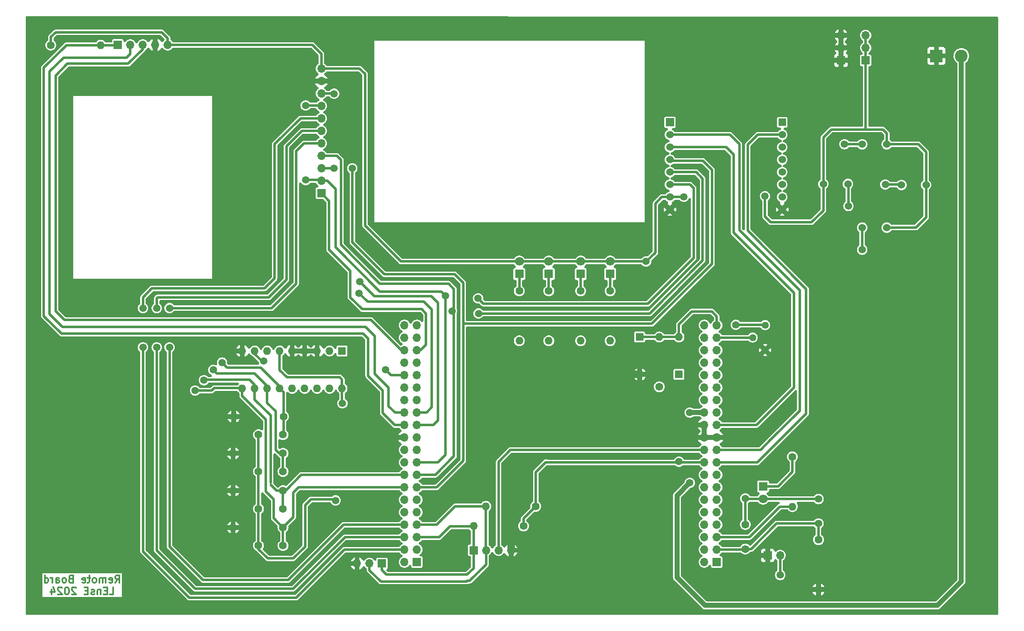
<source format=gbr>
%TF.GenerationSoftware,KiCad,Pcbnew,8.0.0*%
%TF.CreationDate,2024-05-29T16:09:33+02:00*%
%TF.ProjectId,Remote_Board_L476RG,52656d6f-7465-45f4-926f-6172645f4c34,rev?*%
%TF.SameCoordinates,Original*%
%TF.FileFunction,Copper,L2,Bot*%
%TF.FilePolarity,Positive*%
%FSLAX46Y46*%
G04 Gerber Fmt 4.6, Leading zero omitted, Abs format (unit mm)*
G04 Created by KiCad (PCBNEW 8.0.0) date 2024-05-29 16:09:33*
%MOMM*%
%LPD*%
G01*
G04 APERTURE LIST*
%ADD10C,0.300000*%
%TA.AperFunction,NonConductor*%
%ADD11C,0.300000*%
%TD*%
%TA.AperFunction,ComponentPad*%
%ADD12R,1.700000X1.700000*%
%TD*%
%TA.AperFunction,ComponentPad*%
%ADD13O,1.700000X1.700000*%
%TD*%
%TA.AperFunction,ComponentPad*%
%ADD14C,1.600000*%
%TD*%
%TA.AperFunction,ComponentPad*%
%ADD15O,1.600000X1.600000*%
%TD*%
%TA.AperFunction,ComponentPad*%
%ADD16R,1.676400X1.676400*%
%TD*%
%TA.AperFunction,ComponentPad*%
%ADD17C,1.524000*%
%TD*%
%TA.AperFunction,ComponentPad*%
%ADD18R,1.524000X1.524000*%
%TD*%
%TA.AperFunction,ComponentPad*%
%ADD19R,1.800000X1.800000*%
%TD*%
%TA.AperFunction,ComponentPad*%
%ADD20C,1.800000*%
%TD*%
%TA.AperFunction,ComponentPad*%
%ADD21R,1.600000X1.600000*%
%TD*%
%TA.AperFunction,ComponentPad*%
%ADD22R,2.600000X2.600000*%
%TD*%
%TA.AperFunction,ComponentPad*%
%ADD23C,2.600000*%
%TD*%
%TA.AperFunction,ComponentPad*%
%ADD24C,1.440000*%
%TD*%
%TA.AperFunction,ViaPad*%
%ADD25C,1.500000*%
%TD*%
%TA.AperFunction,Conductor*%
%ADD26C,1.500000*%
%TD*%
%TA.AperFunction,Conductor*%
%ADD27C,0.500000*%
%TD*%
%TA.AperFunction,Conductor*%
%ADD28C,1.000000*%
%TD*%
G04 APERTURE END LIST*
D10*
D11*
X94749999Y-145970870D02*
X95249999Y-145256584D01*
X95607142Y-145970870D02*
X95607142Y-144470870D01*
X95607142Y-144470870D02*
X95035713Y-144470870D01*
X95035713Y-144470870D02*
X94892856Y-144542299D01*
X94892856Y-144542299D02*
X94821427Y-144613727D01*
X94821427Y-144613727D02*
X94749999Y-144756584D01*
X94749999Y-144756584D02*
X94749999Y-144970870D01*
X94749999Y-144970870D02*
X94821427Y-145113727D01*
X94821427Y-145113727D02*
X94892856Y-145185156D01*
X94892856Y-145185156D02*
X95035713Y-145256584D01*
X95035713Y-145256584D02*
X95607142Y-145256584D01*
X93535713Y-145899442D02*
X93678570Y-145970870D01*
X93678570Y-145970870D02*
X93964285Y-145970870D01*
X93964285Y-145970870D02*
X94107142Y-145899442D01*
X94107142Y-145899442D02*
X94178570Y-145756584D01*
X94178570Y-145756584D02*
X94178570Y-145185156D01*
X94178570Y-145185156D02*
X94107142Y-145042299D01*
X94107142Y-145042299D02*
X93964285Y-144970870D01*
X93964285Y-144970870D02*
X93678570Y-144970870D01*
X93678570Y-144970870D02*
X93535713Y-145042299D01*
X93535713Y-145042299D02*
X93464285Y-145185156D01*
X93464285Y-145185156D02*
X93464285Y-145328013D01*
X93464285Y-145328013D02*
X94178570Y-145470870D01*
X92821428Y-145970870D02*
X92821428Y-144970870D01*
X92821428Y-145113727D02*
X92749999Y-145042299D01*
X92749999Y-145042299D02*
X92607142Y-144970870D01*
X92607142Y-144970870D02*
X92392856Y-144970870D01*
X92392856Y-144970870D02*
X92249999Y-145042299D01*
X92249999Y-145042299D02*
X92178571Y-145185156D01*
X92178571Y-145185156D02*
X92178571Y-145970870D01*
X92178571Y-145185156D02*
X92107142Y-145042299D01*
X92107142Y-145042299D02*
X91964285Y-144970870D01*
X91964285Y-144970870D02*
X91749999Y-144970870D01*
X91749999Y-144970870D02*
X91607142Y-145042299D01*
X91607142Y-145042299D02*
X91535713Y-145185156D01*
X91535713Y-145185156D02*
X91535713Y-145970870D01*
X90607142Y-145970870D02*
X90749999Y-145899442D01*
X90749999Y-145899442D02*
X90821428Y-145828013D01*
X90821428Y-145828013D02*
X90892856Y-145685156D01*
X90892856Y-145685156D02*
X90892856Y-145256584D01*
X90892856Y-145256584D02*
X90821428Y-145113727D01*
X90821428Y-145113727D02*
X90749999Y-145042299D01*
X90749999Y-145042299D02*
X90607142Y-144970870D01*
X90607142Y-144970870D02*
X90392856Y-144970870D01*
X90392856Y-144970870D02*
X90249999Y-145042299D01*
X90249999Y-145042299D02*
X90178571Y-145113727D01*
X90178571Y-145113727D02*
X90107142Y-145256584D01*
X90107142Y-145256584D02*
X90107142Y-145685156D01*
X90107142Y-145685156D02*
X90178571Y-145828013D01*
X90178571Y-145828013D02*
X90249999Y-145899442D01*
X90249999Y-145899442D02*
X90392856Y-145970870D01*
X90392856Y-145970870D02*
X90607142Y-145970870D01*
X89678570Y-144970870D02*
X89107142Y-144970870D01*
X89464285Y-144470870D02*
X89464285Y-145756584D01*
X89464285Y-145756584D02*
X89392856Y-145899442D01*
X89392856Y-145899442D02*
X89249999Y-145970870D01*
X89249999Y-145970870D02*
X89107142Y-145970870D01*
X88035713Y-145899442D02*
X88178570Y-145970870D01*
X88178570Y-145970870D02*
X88464285Y-145970870D01*
X88464285Y-145970870D02*
X88607142Y-145899442D01*
X88607142Y-145899442D02*
X88678570Y-145756584D01*
X88678570Y-145756584D02*
X88678570Y-145185156D01*
X88678570Y-145185156D02*
X88607142Y-145042299D01*
X88607142Y-145042299D02*
X88464285Y-144970870D01*
X88464285Y-144970870D02*
X88178570Y-144970870D01*
X88178570Y-144970870D02*
X88035713Y-145042299D01*
X88035713Y-145042299D02*
X87964285Y-145185156D01*
X87964285Y-145185156D02*
X87964285Y-145328013D01*
X87964285Y-145328013D02*
X88678570Y-145470870D01*
X85678571Y-145185156D02*
X85464285Y-145256584D01*
X85464285Y-145256584D02*
X85392856Y-145328013D01*
X85392856Y-145328013D02*
X85321428Y-145470870D01*
X85321428Y-145470870D02*
X85321428Y-145685156D01*
X85321428Y-145685156D02*
X85392856Y-145828013D01*
X85392856Y-145828013D02*
X85464285Y-145899442D01*
X85464285Y-145899442D02*
X85607142Y-145970870D01*
X85607142Y-145970870D02*
X86178571Y-145970870D01*
X86178571Y-145970870D02*
X86178571Y-144470870D01*
X86178571Y-144470870D02*
X85678571Y-144470870D01*
X85678571Y-144470870D02*
X85535714Y-144542299D01*
X85535714Y-144542299D02*
X85464285Y-144613727D01*
X85464285Y-144613727D02*
X85392856Y-144756584D01*
X85392856Y-144756584D02*
X85392856Y-144899442D01*
X85392856Y-144899442D02*
X85464285Y-145042299D01*
X85464285Y-145042299D02*
X85535714Y-145113727D01*
X85535714Y-145113727D02*
X85678571Y-145185156D01*
X85678571Y-145185156D02*
X86178571Y-145185156D01*
X84464285Y-145970870D02*
X84607142Y-145899442D01*
X84607142Y-145899442D02*
X84678571Y-145828013D01*
X84678571Y-145828013D02*
X84749999Y-145685156D01*
X84749999Y-145685156D02*
X84749999Y-145256584D01*
X84749999Y-145256584D02*
X84678571Y-145113727D01*
X84678571Y-145113727D02*
X84607142Y-145042299D01*
X84607142Y-145042299D02*
X84464285Y-144970870D01*
X84464285Y-144970870D02*
X84249999Y-144970870D01*
X84249999Y-144970870D02*
X84107142Y-145042299D01*
X84107142Y-145042299D02*
X84035714Y-145113727D01*
X84035714Y-145113727D02*
X83964285Y-145256584D01*
X83964285Y-145256584D02*
X83964285Y-145685156D01*
X83964285Y-145685156D02*
X84035714Y-145828013D01*
X84035714Y-145828013D02*
X84107142Y-145899442D01*
X84107142Y-145899442D02*
X84249999Y-145970870D01*
X84249999Y-145970870D02*
X84464285Y-145970870D01*
X82678571Y-145970870D02*
X82678571Y-145185156D01*
X82678571Y-145185156D02*
X82749999Y-145042299D01*
X82749999Y-145042299D02*
X82892856Y-144970870D01*
X82892856Y-144970870D02*
X83178571Y-144970870D01*
X83178571Y-144970870D02*
X83321428Y-145042299D01*
X82678571Y-145899442D02*
X82821428Y-145970870D01*
X82821428Y-145970870D02*
X83178571Y-145970870D01*
X83178571Y-145970870D02*
X83321428Y-145899442D01*
X83321428Y-145899442D02*
X83392856Y-145756584D01*
X83392856Y-145756584D02*
X83392856Y-145613727D01*
X83392856Y-145613727D02*
X83321428Y-145470870D01*
X83321428Y-145470870D02*
X83178571Y-145399442D01*
X83178571Y-145399442D02*
X82821428Y-145399442D01*
X82821428Y-145399442D02*
X82678571Y-145328013D01*
X81964285Y-145970870D02*
X81964285Y-144970870D01*
X81964285Y-145256584D02*
X81892856Y-145113727D01*
X81892856Y-145113727D02*
X81821428Y-145042299D01*
X81821428Y-145042299D02*
X81678570Y-144970870D01*
X81678570Y-144970870D02*
X81535713Y-144970870D01*
X80392857Y-145970870D02*
X80392857Y-144470870D01*
X80392857Y-145899442D02*
X80535714Y-145970870D01*
X80535714Y-145970870D02*
X80821428Y-145970870D01*
X80821428Y-145970870D02*
X80964285Y-145899442D01*
X80964285Y-145899442D02*
X81035714Y-145828013D01*
X81035714Y-145828013D02*
X81107142Y-145685156D01*
X81107142Y-145685156D02*
X81107142Y-145256584D01*
X81107142Y-145256584D02*
X81035714Y-145113727D01*
X81035714Y-145113727D02*
X80964285Y-145042299D01*
X80964285Y-145042299D02*
X80821428Y-144970870D01*
X80821428Y-144970870D02*
X80535714Y-144970870D01*
X80535714Y-144970870D02*
X80392857Y-145042299D01*
X93607142Y-148385786D02*
X94321428Y-148385786D01*
X94321428Y-148385786D02*
X94321428Y-146885786D01*
X93107142Y-147600072D02*
X92607142Y-147600072D01*
X92392856Y-148385786D02*
X93107142Y-148385786D01*
X93107142Y-148385786D02*
X93107142Y-146885786D01*
X93107142Y-146885786D02*
X92392856Y-146885786D01*
X91749999Y-147385786D02*
X91749999Y-148385786D01*
X91749999Y-147528643D02*
X91678570Y-147457215D01*
X91678570Y-147457215D02*
X91535713Y-147385786D01*
X91535713Y-147385786D02*
X91321427Y-147385786D01*
X91321427Y-147385786D02*
X91178570Y-147457215D01*
X91178570Y-147457215D02*
X91107142Y-147600072D01*
X91107142Y-147600072D02*
X91107142Y-148385786D01*
X90464284Y-148314358D02*
X90321427Y-148385786D01*
X90321427Y-148385786D02*
X90035713Y-148385786D01*
X90035713Y-148385786D02*
X89892856Y-148314358D01*
X89892856Y-148314358D02*
X89821427Y-148171500D01*
X89821427Y-148171500D02*
X89821427Y-148100072D01*
X89821427Y-148100072D02*
X89892856Y-147957215D01*
X89892856Y-147957215D02*
X90035713Y-147885786D01*
X90035713Y-147885786D02*
X90249999Y-147885786D01*
X90249999Y-147885786D02*
X90392856Y-147814358D01*
X90392856Y-147814358D02*
X90464284Y-147671500D01*
X90464284Y-147671500D02*
X90464284Y-147600072D01*
X90464284Y-147600072D02*
X90392856Y-147457215D01*
X90392856Y-147457215D02*
X90249999Y-147385786D01*
X90249999Y-147385786D02*
X90035713Y-147385786D01*
X90035713Y-147385786D02*
X89892856Y-147457215D01*
X89178570Y-147600072D02*
X88678570Y-147600072D01*
X88464284Y-148385786D02*
X89178570Y-148385786D01*
X89178570Y-148385786D02*
X89178570Y-146885786D01*
X89178570Y-146885786D02*
X88464284Y-146885786D01*
X86749998Y-147028643D02*
X86678570Y-146957215D01*
X86678570Y-146957215D02*
X86535713Y-146885786D01*
X86535713Y-146885786D02*
X86178570Y-146885786D01*
X86178570Y-146885786D02*
X86035713Y-146957215D01*
X86035713Y-146957215D02*
X85964284Y-147028643D01*
X85964284Y-147028643D02*
X85892855Y-147171500D01*
X85892855Y-147171500D02*
X85892855Y-147314358D01*
X85892855Y-147314358D02*
X85964284Y-147528643D01*
X85964284Y-147528643D02*
X86821427Y-148385786D01*
X86821427Y-148385786D02*
X85892855Y-148385786D01*
X84964284Y-146885786D02*
X84821427Y-146885786D01*
X84821427Y-146885786D02*
X84678570Y-146957215D01*
X84678570Y-146957215D02*
X84607142Y-147028643D01*
X84607142Y-147028643D02*
X84535713Y-147171500D01*
X84535713Y-147171500D02*
X84464284Y-147457215D01*
X84464284Y-147457215D02*
X84464284Y-147814358D01*
X84464284Y-147814358D02*
X84535713Y-148100072D01*
X84535713Y-148100072D02*
X84607142Y-148242929D01*
X84607142Y-148242929D02*
X84678570Y-148314358D01*
X84678570Y-148314358D02*
X84821427Y-148385786D01*
X84821427Y-148385786D02*
X84964284Y-148385786D01*
X84964284Y-148385786D02*
X85107142Y-148314358D01*
X85107142Y-148314358D02*
X85178570Y-148242929D01*
X85178570Y-148242929D02*
X85249999Y-148100072D01*
X85249999Y-148100072D02*
X85321427Y-147814358D01*
X85321427Y-147814358D02*
X85321427Y-147457215D01*
X85321427Y-147457215D02*
X85249999Y-147171500D01*
X85249999Y-147171500D02*
X85178570Y-147028643D01*
X85178570Y-147028643D02*
X85107142Y-146957215D01*
X85107142Y-146957215D02*
X84964284Y-146885786D01*
X83892856Y-147028643D02*
X83821428Y-146957215D01*
X83821428Y-146957215D02*
X83678571Y-146885786D01*
X83678571Y-146885786D02*
X83321428Y-146885786D01*
X83321428Y-146885786D02*
X83178571Y-146957215D01*
X83178571Y-146957215D02*
X83107142Y-147028643D01*
X83107142Y-147028643D02*
X83035713Y-147171500D01*
X83035713Y-147171500D02*
X83035713Y-147314358D01*
X83035713Y-147314358D02*
X83107142Y-147528643D01*
X83107142Y-147528643D02*
X83964285Y-148385786D01*
X83964285Y-148385786D02*
X83035713Y-148385786D01*
X81750000Y-147385786D02*
X81750000Y-148385786D01*
X82107142Y-146814358D02*
X82464285Y-147885786D01*
X82464285Y-147885786D02*
X81535714Y-147885786D01*
D12*
%TO.P,J5,1,Pin_1*%
%TO.N,unconnected-(J5-Pin_1-Pad1)*%
X217200000Y-141760000D03*
D13*
%TO.P,J5,2,Pin_2*%
%TO.N,unconnected-(J5-Pin_2-Pad2)*%
X214660000Y-141760000D03*
%TO.P,J5,3,Pin_3*%
%TO.N,SW5_OUT*%
X217200000Y-139220000D03*
%TO.P,J5,4,Pin_4*%
%TO.N,unconnected-(J5-Pin_4-Pad4)*%
X214660000Y-139220000D03*
%TO.P,J5,5,Pin_5*%
%TO.N,LED_OUT*%
X217200000Y-136680000D03*
%TO.P,J5,6,Pin_6*%
%TO.N,unconnected-(J5-Pin_6-Pad6)*%
X214660000Y-136680000D03*
%TO.P,J5,7,Pin_7*%
%TO.N,unconnected-(J5-Pin_7-Pad7)*%
X217200000Y-134140000D03*
%TO.P,J5,8,Pin_8*%
%TO.N,unconnected-(J5-Pin_8-Pad8)*%
X214660000Y-134140000D03*
%TO.P,J5,9,Pin_9*%
%TO.N,unconnected-(J5-Pin_9-Pad9)*%
X217200000Y-131600000D03*
%TO.P,J5,10,Pin_10*%
%TO.N,unconnected-(J5-Pin_10-Pad10)*%
X214660000Y-131600000D03*
%TO.P,J5,11,Pin_11*%
%TO.N,unconnected-(J5-Pin_11-Pad11)*%
X217200000Y-129060000D03*
%TO.P,J5,12,Pin_12*%
%TO.N,unconnected-(J5-Pin_12-Pad12)*%
X214660000Y-129060000D03*
%TO.P,J5,13,Pin_13*%
%TO.N,unconnected-(J5-Pin_13-Pad13)*%
X217200000Y-126520000D03*
%TO.P,J5,14,Pin_14*%
%TO.N,unconnected-(J5-Pin_14-Pad14)*%
X214660000Y-126520000D03*
%TO.P,J5,15,Pin_15*%
%TO.N,unconnected-(J5-Pin_15-Pad15)*%
X217200000Y-123980000D03*
%TO.P,J5,16,Pin_16*%
%TO.N,unconnected-(J5-Pin_16-Pad16)*%
X214660000Y-123980000D03*
%TO.P,J5,17,Pin_17*%
%TO.N,nRF_INT*%
X217200000Y-121440000D03*
%TO.P,J5,18,Pin_18*%
%TO.N,3.3V_NUC*%
X214660000Y-121440000D03*
%TO.P,J5,19,Pin_19*%
%TO.N,nRF_CE*%
X217200000Y-118900000D03*
%TO.P,J5,20,Pin_20*%
%TO.N,5V_NUC*%
X214660000Y-118900000D03*
%TO.P,J5,21,Pin_21*%
%TO.N,GND*%
X217200000Y-116360000D03*
%TO.P,J5,22,Pin_22*%
X214660000Y-116360000D03*
%TO.P,J5,23,Pin_23*%
%TO.N,nRF_CS*%
X217200000Y-113820000D03*
%TO.P,J5,24,Pin_24*%
%TO.N,GND*%
X214660000Y-113820000D03*
%TO.P,J5,25,Pin_25*%
%TO.N,USER_BUTTON*%
X217200000Y-111280000D03*
%TO.P,J5,26,Pin_26*%
%TO.N,VIN*%
X214660000Y-111280000D03*
%TO.P,J5,27,Pin_27*%
%TO.N,unconnected-(J5-Pin_27-Pad27)*%
X217200000Y-108740000D03*
%TO.P,J5,28,Pin_28*%
%TO.N,unconnected-(J5-Pin_28-Pad28)*%
X214660000Y-108740000D03*
%TO.P,J5,29,Pin_29*%
%TO.N,unconnected-(J5-Pin_29-Pad29)*%
X217200000Y-106200000D03*
%TO.P,J5,30,Pin_30*%
%TO.N,unconnected-(J5-Pin_30-Pad30)*%
X214660000Y-106200000D03*
%TO.P,J5,31,Pin_31*%
%TO.N,unconnected-(J5-Pin_31-Pad31)*%
X217200000Y-103660000D03*
%TO.P,J5,32,Pin_32*%
%TO.N,unconnected-(J5-Pin_32-Pad32)*%
X214660000Y-103660000D03*
%TO.P,J5,33,Pin_33*%
%TO.N,unconnected-(J5-Pin_33-Pad33)*%
X217200000Y-101120000D03*
%TO.P,J5,34,Pin_34*%
%TO.N,ADC_OUT*%
X214660000Y-101120000D03*
%TO.P,J5,35,Pin_35*%
%TO.N,unconnected-(J5-Pin_35-Pad35)*%
X217200000Y-98580000D03*
%TO.P,J5,36,Pin_36*%
%TO.N,unconnected-(J5-Pin_36-Pad36)*%
X214660000Y-98580000D03*
%TO.P,J5,37,Pin_37*%
%TO.N,POT_OUT*%
X217200000Y-96040000D03*
%TO.P,J5,38,Pin_38*%
%TO.N,unconnected-(J5-Pin_38-Pad38)*%
X214660000Y-96040000D03*
%TO.P,J5,39,Pin_39*%
%TO.N,AN_IN*%
X217200000Y-93500000D03*
%TO.P,J5,40,Pin_40*%
%TO.N,unconnected-(J5-Pin_40-Pad40)*%
X214660000Y-93500000D03*
%TD*%
D12*
%TO.P,J6,1,Pin_1*%
%TO.N,unconnected-(J6-Pin_1-Pad1)*%
X156160001Y-141760000D03*
D13*
%TO.P,J6,2,Pin_2*%
%TO.N,unconnected-(J6-Pin_2-Pad2)*%
X153620001Y-141760000D03*
%TO.P,J6,3,Pin_3*%
%TO.N,unconnected-(J6-Pin_3-Pad3)*%
X156160001Y-139220000D03*
%TO.P,J6,4,Pin_4*%
%TO.N,LCD_DC*%
X153620001Y-139220000D03*
%TO.P,J6,5,Pin_5*%
%TO.N,SCL*%
X156160001Y-136680000D03*
%TO.P,J6,6,Pin_6*%
%TO.N,LCD_RES*%
X153620001Y-136680000D03*
%TO.P,J6,7,Pin_7*%
%TO.N,SDA*%
X156160001Y-134140000D03*
%TO.P,J6,8,Pin_8*%
%TO.N,LCD_CS*%
X153620001Y-134140000D03*
%TO.P,J6,9,Pin_9*%
%TO.N,unconnected-(J6-Pin_9-Pad9)*%
X156160001Y-131600000D03*
%TO.P,J6,10,Pin_10*%
%TO.N,unconnected-(J6-Pin_10-Pad10)*%
X153620001Y-131600000D03*
%TO.P,J6,11,Pin_11*%
%TO.N,unconnected-(J6-Pin_11-Pad11)*%
X156160001Y-129060000D03*
%TO.P,J6,12,Pin_12*%
%TO.N,unconnected-(J6-Pin_12-Pad12)*%
X153620001Y-129060000D03*
%TO.P,J6,13,Pin_13*%
%TO.N,SCK*%
X156160001Y-126520000D03*
%TO.P,J6,14,Pin_14*%
%TO.N,SW1_OUT*%
X153620001Y-126520000D03*
%TO.P,J6,15,Pin_15*%
%TO.N,MISO*%
X156160001Y-123980000D03*
%TO.P,J6,16,Pin_16*%
%TO.N,SW2_OUT*%
X153620001Y-123980000D03*
%TO.P,J6,17,Pin_17*%
%TO.N,MOSI*%
X156160001Y-121440000D03*
%TO.P,J6,18,Pin_18*%
%TO.N,unconnected-(J6-Pin_18-Pad18)*%
X153620001Y-121440000D03*
%TO.P,J6,19,Pin_19*%
%TO.N,unconnected-(J6-Pin_19-Pad19)*%
X156160001Y-118900000D03*
%TO.P,J6,20,Pin_20*%
%TO.N,unconnected-(J6-Pin_20-Pad20)*%
X153620001Y-118900000D03*
%TO.P,J6,21,Pin_21*%
%TO.N,unconnected-(J6-Pin_21-Pad21)*%
X156160001Y-116360000D03*
%TO.P,J6,22,Pin_22*%
%TO.N,GND*%
X153620001Y-116360000D03*
%TO.P,J6,23,Pin_23*%
%TO.N,SW3_OUT*%
X156160001Y-113820000D03*
%TO.P,J6,24,Pin_24*%
%TO.N,JOYSW*%
X153620001Y-113820000D03*
%TO.P,J6,25,Pin_25*%
%TO.N,SW4_OUT*%
X156160001Y-111280000D03*
%TO.P,J6,26,Pin_26*%
%TO.N,JOYY*%
X153620001Y-111280000D03*
%TO.P,J6,27,Pin_27*%
%TO.N,unconnected-(J6-Pin_27-Pad27)*%
X156160001Y-108740000D03*
%TO.P,J6,28,Pin_28*%
%TO.N,unconnected-(J6-Pin_28-Pad28)*%
X153620001Y-108740000D03*
%TO.P,J6,29,Pin_29*%
%TO.N,unconnected-(J6-Pin_29-Pad29)*%
X156160001Y-106200000D03*
%TO.P,J6,30,Pin_30*%
%TO.N,unconnected-(J6-Pin_30-Pad30)*%
X153620001Y-106200000D03*
%TO.P,J6,31,Pin_31*%
%TO.N,unconnected-(J6-Pin_31-Pad31)*%
X156160001Y-103660000D03*
%TO.P,J6,32,Pin_32*%
%TO.N,MCP_INT*%
X153620001Y-103660000D03*
%TO.P,J6,33,Pin_33*%
%TO.N,unconnected-(J6-Pin_33-Pad33)*%
X156160001Y-101120000D03*
%TO.P,J6,34,Pin_34*%
%TO.N,unconnected-(J6-Pin_34-Pad34)*%
X153620001Y-101120000D03*
%TO.P,J6,35,Pin_35*%
%TO.N,SD_CS*%
X156160001Y-98580000D03*
%TO.P,J6,36,Pin_36*%
%TO.N,JOYX*%
X153620001Y-98580000D03*
%TO.P,J6,37,Pin_37*%
%TO.N,unconnected-(J6-Pin_37-Pad37)*%
X156160001Y-96040000D03*
%TO.P,J6,38,Pin_38*%
%TO.N,unconnected-(J6-Pin_38-Pad38)*%
X153620001Y-96040000D03*
%TO.P,J6,39,Pin_39*%
%TO.N,unconnected-(J6-Pin_39-Pad39)*%
X156160001Y-93500000D03*
%TO.P,J6,40,Pin_40*%
%TO.N,unconnected-(J6-Pin_40-Pad40)*%
X153620001Y-93500000D03*
%TD*%
D14*
%TO.P,R2,1*%
%TO.N,SW1_OUT*%
X128900000Y-134700000D03*
D15*
%TO.P,R2,2*%
%TO.N,GND*%
X118740000Y-134700000D03*
%TD*%
D16*
%TO.P,CON1,P1,AN*%
%TO.N,unconnected-(CON1-AN-PadP1)*%
X207670000Y-52130000D03*
D17*
%TO.P,CON1,P2,RST*%
%TO.N,nRF_CE*%
X207670000Y-54670000D03*
%TO.P,CON1,P3,CS*%
%TO.N,nRF_CS*%
X207670000Y-57210000D03*
%TO.P,CON1,P4,SCK*%
%TO.N,SCK*%
X207670000Y-59750000D03*
%TO.P,CON1,P5,MISO*%
%TO.N,MISO*%
X207670000Y-62290000D03*
%TO.P,CON1,P6,MOSI*%
%TO.N,MOSI*%
X207670000Y-64830000D03*
%TO.P,CON1,P7,3V3*%
%TO.N,3.3V_NUC*%
X207670000Y-67370000D03*
%TO.P,CON1,P8,GND1*%
%TO.N,GND*%
X207670000Y-69910000D03*
%TO.P,CON1,P9,GND2*%
X230530000Y-69910000D03*
%TO.P,CON1,P10,5V*%
%TO.N,unconnected-(CON1-5V-PadP10)*%
X230530000Y-67370000D03*
%TO.P,CON1,P11,SDA*%
%TO.N,unconnected-(CON1-SDA-PadP11)*%
X230530000Y-64830000D03*
%TO.P,CON1,P12,SCL*%
%TO.N,unconnected-(CON1-SCL-PadP12)*%
X230530000Y-62290000D03*
%TO.P,CON1,P13,RX*%
%TO.N,unconnected-(CON1-RX-PadP13)*%
X230530000Y-59750000D03*
%TO.P,CON1,P14,TX*%
%TO.N,unconnected-(CON1-TX-PadP14)*%
X230530000Y-57210000D03*
%TO.P,CON1,P15,INT*%
%TO.N,nRF_INT*%
X230530000Y-54670000D03*
D18*
%TO.P,CON1,P16,PWM*%
%TO.N,unconnected-(CON1-PWM-PadP16)*%
X230530000Y-52130000D03*
%TD*%
D19*
%TO.P,D5,1,K*%
%TO.N,Net-(D5-K)*%
X189500000Y-83040000D03*
D20*
%TO.P,D5,2,A*%
%TO.N,3.3V_NUC*%
X189500000Y-80500000D03*
%TD*%
D21*
%TO.P,D2,1,K*%
%TO.N,AN_IN*%
X201500000Y-95880000D03*
D15*
%TO.P,D2,2,A*%
%TO.N,GND*%
X201500000Y-103500000D03*
%TD*%
D21*
%TO.P,D1,1,K*%
%TO.N,3.3V_NUC*%
X209500000Y-103500000D03*
D15*
%TO.P,D1,2,A*%
%TO.N,AN_IN*%
X209500000Y-95880000D03*
%TD*%
D14*
%TO.P,R8,1*%
%TO.N,3.3V_NUC*%
X177860000Y-134400000D03*
D15*
%TO.P,R8,2*%
%TO.N,SCL*%
X167700000Y-134400000D03*
%TD*%
D14*
%TO.P,R5,1*%
%TO.N,SW2_OUT*%
X128900000Y-127200000D03*
D15*
%TO.P,R5,2*%
%TO.N,GND*%
X118740000Y-127200000D03*
%TD*%
D14*
%TO.P,C4,1*%
%TO.N,3.3V_NUC*%
X123900000Y-123300000D03*
%TO.P,C4,2*%
%TO.N,SW3_OUT*%
X128900000Y-123300000D03*
%TD*%
D22*
%TO.P,J4,1,Pin_1*%
%TO.N,GND*%
X261910000Y-38600000D03*
D23*
%TO.P,J4,2,Pin_2*%
%TO.N,VIN*%
X266990000Y-38600000D03*
%TD*%
D14*
%TO.P,R13,1*%
%TO.N,Net-(D5-K)*%
X189500000Y-86500000D03*
D15*
%TO.P,R13,2*%
%TO.N,LED2*%
X189500000Y-96660000D03*
%TD*%
D12*
%TO.P,J7,1,Pin_1*%
%TO.N,SCL*%
X149050000Y-142050000D03*
D13*
%TO.P,J7,2,Pin_2*%
%TO.N,SDA*%
X146510000Y-142050000D03*
%TO.P,J7,3,Pin_3*%
%TO.N,GND*%
X143970000Y-142050000D03*
%TD*%
D14*
%TO.P,R3,1*%
%TO.N,3.3V_NUC*%
X81640000Y-36400000D03*
D15*
%TO.P,R3,2*%
%TO.N,JOYSW*%
X91800000Y-36400000D03*
%TD*%
D12*
%TO.P,J1,1,Pin_1*%
%TO.N,SD_CS*%
X136700000Y-66580000D03*
D13*
%TO.P,J1,2,Pin_2*%
%TO.N,MOSI*%
X136700000Y-64040000D03*
%TO.P,J1,3,Pin_3*%
%TO.N,SCK*%
X136700000Y-61500000D03*
%TO.P,J1,4,Pin_4*%
%TO.N,MISO*%
X136700000Y-58960000D03*
%TO.P,J1,5,Pin_5*%
%TO.N,LCD_CS*%
X136700000Y-56420000D03*
%TO.P,J1,6,Pin_6*%
%TO.N,LCD_RES*%
X136700000Y-53880000D03*
%TO.P,J1,7,Pin_7*%
%TO.N,LCD_DC*%
X136700000Y-51340000D03*
%TO.P,J1,8,Pin_8*%
%TO.N,MOSI*%
X136700000Y-48800000D03*
%TO.P,J1,9,Pin_9*%
%TO.N,SCK*%
X136700000Y-46260000D03*
%TO.P,J1,10,Pin_10*%
%TO.N,GND*%
X136700000Y-43720000D03*
%TO.P,J1,11,Pin_11*%
%TO.N,3.3V_NUC*%
X136700000Y-41180000D03*
%TD*%
D14*
%TO.P,R12,1*%
%TO.N,Net-(D4-K)*%
X195500000Y-86500000D03*
D15*
%TO.P,R12,2*%
%TO.N,LED1*%
X195500000Y-96660000D03*
%TD*%
D17*
%TO.P,SW5,1,1*%
%TO.N,3.3V_NUC*%
X237900000Y-128900000D03*
%TO.P,SW5,2,2*%
%TO.N,SW5_OUT*%
X237900000Y-133900000D03*
%TD*%
D12*
%TO.P,J8,1,Pin_1*%
%TO.N,SCL*%
X167700000Y-139350000D03*
D13*
%TO.P,J8,2,Pin_2*%
%TO.N,SDA*%
X170240000Y-139350000D03*
%TO.P,J8,3,Pin_3*%
%TO.N,5V_NUC*%
X172780000Y-139350000D03*
%TO.P,J8,4,Pin_4*%
%TO.N,GND*%
X175320000Y-139350000D03*
%TD*%
D14*
%TO.P,R7,1*%
%TO.N,SW4_OUT*%
X129000000Y-112100000D03*
D15*
%TO.P,R7,2*%
%TO.N,GND*%
X118840000Y-112100000D03*
%TD*%
D14*
%TO.P,R14,1*%
%TO.N,Net-(D6-K)*%
X183000000Y-86500000D03*
D15*
%TO.P,R14,2*%
%TO.N,LED3*%
X183000000Y-96660000D03*
%TD*%
D12*
%TO.P,J9,1,Pin_1*%
%TO.N,GND*%
X242500000Y-39500000D03*
D13*
%TO.P,J9,2,Pin_2*%
X242500000Y-36960000D03*
%TO.P,J9,3,Pin_3*%
X242500000Y-34420000D03*
%TD*%
D12*
%TO.P,J2,1,Pin_1*%
%TO.N,JOYSW*%
X95275000Y-36350000D03*
D13*
%TO.P,J2,2,Pin_2*%
%TO.N,JOYY*%
X97815000Y-36350000D03*
%TO.P,J2,3,Pin_3*%
%TO.N,JOYX*%
X100355000Y-36350000D03*
%TO.P,J2,4,Pin_4*%
%TO.N,GND*%
X102895000Y-36350000D03*
%TO.P,J2,5,Pin_5*%
%TO.N,3.3V_NUC*%
X105435000Y-36350000D03*
%TD*%
D17*
%TO.P,SW1,1,1*%
%TO.N,3.3V_NUC*%
X251800000Y-56600000D03*
%TO.P,SW1,2,2*%
%TO.N,SW1_OUT*%
X246800000Y-56600000D03*
%TD*%
D19*
%TO.P,D7,1,K*%
%TO.N,Net-(D7-K)*%
X177000000Y-83040000D03*
D20*
%TO.P,D7,2,A*%
%TO.N,3.3V_NUC*%
X177000000Y-80500000D03*
%TD*%
D14*
%TO.P,R16,1*%
%TO.N,SW5_OUT*%
X237900000Y-137200000D03*
D15*
%TO.P,R16,2*%
%TO.N,GND*%
X237900000Y-147360000D03*
%TD*%
D14*
%TO.P,R11,1*%
%TO.N,Net-(D3-K)*%
X232600000Y-120300000D03*
D15*
%TO.P,R11,2*%
%TO.N,LED_OUT*%
X232600000Y-130460000D03*
%TD*%
D14*
%TO.P,R9,1*%
%TO.N,3.3V_NUC*%
X180360000Y-130400000D03*
D15*
%TO.P,R9,2*%
%TO.N,SDA*%
X170200000Y-130400000D03*
%TD*%
D19*
%TO.P,D4,1,K*%
%TO.N,Net-(D4-K)*%
X195500000Y-83040000D03*
D20*
%TO.P,D4,2,A*%
%TO.N,3.3V_NUC*%
X195500000Y-80500000D03*
%TD*%
D14*
%TO.P,C3,1*%
%TO.N,3.3V_NUC*%
X123900000Y-130900000D03*
%TO.P,C3,2*%
%TO.N,SW2_OUT*%
X128900000Y-130900000D03*
%TD*%
%TO.P,R6,1*%
%TO.N,SW3_OUT*%
X128900000Y-119600000D03*
D15*
%TO.P,R6,2*%
%TO.N,GND*%
X118740000Y-119600000D03*
%TD*%
D19*
%TO.P,D6,1,K*%
%TO.N,Net-(D6-K)*%
X183000000Y-83040000D03*
D20*
%TO.P,D6,2,A*%
%TO.N,3.3V_NUC*%
X183000000Y-80500000D03*
%TD*%
D14*
%TO.P,C2,1*%
%TO.N,3.3V_NUC*%
X123900000Y-138400000D03*
%TO.P,C2,2*%
%TO.N,SW1_OUT*%
X128900000Y-138400000D03*
%TD*%
D17*
%TO.P,SW3,1,1*%
%TO.N,3.3V_NUC*%
X259800000Y-64900000D03*
%TO.P,SW3,2,2*%
%TO.N,SW3_OUT*%
X254800000Y-64900000D03*
%TD*%
%TO.P,SW4,1,1*%
%TO.N,3.3V_NUC*%
X251800000Y-73600000D03*
%TO.P,SW4,2,2*%
%TO.N,SW4_OUT*%
X246800000Y-73600000D03*
%TD*%
D12*
%TO.P,J3,1,Pin_1*%
%TO.N,GND*%
X227560000Y-140400000D03*
D13*
%TO.P,J3,2,Pin_2*%
%TO.N,Net-(J3-Pin_2)*%
X230100000Y-140400000D03*
%TD*%
D17*
%TO.P,SW2,1,1*%
%TO.N,3.3V_NUC*%
X238900000Y-64700000D03*
%TO.P,SW2,2,2*%
%TO.N,SW2_OUT*%
X243900000Y-64700000D03*
%TD*%
D14*
%TO.P,R15,1*%
%TO.N,Net-(D7-K)*%
X177000000Y-86500000D03*
D15*
%TO.P,R15,2*%
%TO.N,LED4*%
X177000000Y-96660000D03*
%TD*%
D12*
%TO.P,J10,1,Pin_1*%
%TO.N,3.3V_NUC*%
X247500000Y-39500000D03*
D13*
%TO.P,J10,2,Pin_2*%
X247500000Y-36960000D03*
%TO.P,J10,3,Pin_3*%
X247500000Y-34420000D03*
%TD*%
D21*
%TO.P,U1,1,SCL*%
%TO.N,SCL*%
X140920000Y-98740000D03*
D15*
%TO.P,U1,2,SDA*%
%TO.N,SDA*%
X138380000Y-98740000D03*
%TO.P,U1,3,A2*%
%TO.N,GND*%
X135840000Y-98740000D03*
%TO.P,U1,4,A1*%
X133300000Y-98740000D03*
%TO.P,U1,5,A0*%
X130760000Y-98740000D03*
%TO.P,U1,6,~{RESET}*%
%TO.N,3.3V_NUC*%
X128220000Y-98740000D03*
%TO.P,U1,7,NC*%
%TO.N,unconnected-(U1-NC-Pad7)*%
X125680000Y-98740000D03*
%TO.P,U1,8,INT*%
%TO.N,MCP_INT*%
X123140000Y-98740000D03*
%TO.P,U1,9,VSS*%
%TO.N,GND*%
X120600000Y-98740000D03*
%TO.P,U1,10,GP0*%
%TO.N,SW1_OUT*%
X120600000Y-106360000D03*
%TO.P,U1,11,GP1*%
%TO.N,SW2_OUT*%
X123140000Y-106360000D03*
%TO.P,U1,12,GP2*%
%TO.N,SW3_OUT*%
X125680000Y-106360000D03*
%TO.P,U1,13,GP3*%
%TO.N,SW4_OUT*%
X128220000Y-106360000D03*
%TO.P,U1,14,GP4*%
%TO.N,LED1*%
X130760000Y-106360000D03*
%TO.P,U1,15,GP5*%
%TO.N,LED2*%
X133300000Y-106360000D03*
%TO.P,U1,16,GP6*%
%TO.N,LED3*%
X135840000Y-106360000D03*
%TO.P,U1,17,GP7*%
%TO.N,LED4*%
X138380000Y-106360000D03*
%TO.P,U1,18,VDD*%
%TO.N,3.3V_NUC*%
X140920000Y-106360000D03*
%TD*%
D14*
%TO.P,C5,1*%
%TO.N,3.3V_NUC*%
X123900000Y-115800000D03*
%TO.P,C5,2*%
%TO.N,SW4_OUT*%
X128900000Y-115800000D03*
%TD*%
%TO.P,R4,1*%
%TO.N,Net-(J3-Pin_2)*%
X205500000Y-106040000D03*
D15*
%TO.P,R4,2*%
%TO.N,AN_IN*%
X205500000Y-95880000D03*
%TD*%
D19*
%TO.P,D3,1,K*%
%TO.N,Net-(D3-K)*%
X226625000Y-126325000D03*
D20*
%TO.P,D3,2,A*%
%TO.N,3.3V_NUC*%
X226625000Y-128865000D03*
%TD*%
D24*
%TO.P,RV1,1,1*%
%TO.N,3.3V_NUC*%
X227040000Y-93460000D03*
%TO.P,RV1,2,2*%
%TO.N,POT_OUT*%
X224500000Y-96000000D03*
%TO.P,RV1,3,3*%
%TO.N,GND*%
X227040000Y-98540000D03*
%TD*%
D14*
%TO.P,C6,1*%
%TO.N,3.3V_NUC*%
X223000000Y-134100000D03*
%TO.P,C6,2*%
%TO.N,SW5_OUT*%
X223000000Y-139100000D03*
%TD*%
D25*
%TO.N,GND*%
X177100000Y-115500000D03*
X177100000Y-122900000D03*
%TO.N,SW1_OUT*%
X111000000Y-106800000D03*
X243200000Y-56600000D03*
%TO.N,SW2_OUT*%
X244000000Y-69200000D03*
X112800000Y-104700000D03*
%TO.N,SW3_OUT*%
X251500000Y-64800000D03*
X144550000Y-84650000D03*
X114700000Y-102600000D03*
%TO.N,VIN*%
X211700000Y-125600000D03*
X211700000Y-111300000D03*
%TO.N,SW4_OUT*%
X116500000Y-101100000D03*
X246800000Y-78100000D03*
X144350000Y-86950000D03*
X246800000Y-78100000D03*
%TO.N,LCD_CS*%
X105800000Y-90000000D03*
X105800000Y-98000000D03*
%TO.N,LCD_RES*%
X103200000Y-98000000D03*
X103200000Y-90000000D03*
%TO.N,LCD_DC*%
X100400000Y-90000000D03*
X100400000Y-98000000D03*
%TO.N,Net-(J3-Pin_2)*%
X230100000Y-144400000D03*
%TO.N,3.3V_NUC*%
X221100000Y-93400000D03*
X202800000Y-80500000D03*
X141000000Y-109400000D03*
X139600000Y-129200000D03*
X227000000Y-67200000D03*
X223000000Y-128800000D03*
X209500000Y-121300000D03*
X210500000Y-67300000D03*
%TO.N,SCK*%
X139300000Y-46300000D03*
X139300000Y-61500000D03*
X143000000Y-61500000D03*
%TO.N,MISO*%
X163300000Y-90600000D03*
X168700000Y-91100000D03*
X168700000Y-91100000D03*
%TO.N,MOSI*%
X168600000Y-88000000D03*
X133500000Y-48700000D03*
X162000000Y-87500000D03*
X133500000Y-63900000D03*
%TO.N,MCP_INT*%
X125000000Y-100800000D03*
X149800000Y-102600000D03*
%TD*%
D26*
%TO.N,GND*%
X175320000Y-139350000D02*
X175320000Y-124680000D01*
X175320000Y-124680000D02*
X177100000Y-122900000D01*
X189100000Y-103500000D02*
X201500000Y-103500000D01*
X177100000Y-115500000D02*
X189100000Y-103500000D01*
D27*
%TO.N,JOYSW*%
X91800000Y-36400000D02*
X84800000Y-36400000D01*
X145200000Y-95200000D02*
X146200000Y-96200000D01*
X83800000Y-95200000D02*
X145200000Y-95200000D01*
X95205000Y-36420000D02*
X95275000Y-36350000D01*
X146200000Y-96200000D02*
X146200000Y-103800000D01*
X95225000Y-36400000D02*
X95275000Y-36350000D01*
X80200000Y-91600000D02*
X83800000Y-95200000D01*
X146200000Y-103800000D02*
X149200000Y-106800000D01*
X149200000Y-106800000D02*
X149200000Y-111400000D01*
X84800000Y-36400000D02*
X80200000Y-41000000D01*
X149200000Y-111400000D02*
X151620000Y-113820000D01*
X91800000Y-36400000D02*
X95225000Y-36400000D01*
X80200000Y-41000000D02*
X80200000Y-91600000D01*
X151620000Y-113820000D02*
X153620001Y-113820000D01*
%TO.N,SW1_OUT*%
X131000000Y-132600000D02*
X131000000Y-127600000D01*
X131000000Y-127600000D02*
X132080000Y-126520000D01*
X120600000Y-106360000D02*
X120540000Y-106300000D01*
X114900000Y-106300000D02*
X114400000Y-106800000D01*
X120600000Y-106360000D02*
X120600000Y-107900000D01*
X132080000Y-126520000D02*
X153620001Y-126520000D01*
X127000000Y-129000000D02*
X127000000Y-132800000D01*
X114400000Y-106800000D02*
X111000000Y-106800000D01*
X125400000Y-127400000D02*
X127000000Y-129000000D01*
X127000000Y-132800000D02*
X128900000Y-134700000D01*
X125400000Y-112700000D02*
X125400000Y-127400000D01*
X243200000Y-56600000D02*
X246800000Y-56600000D01*
X128900000Y-138400000D02*
X128900000Y-134700000D01*
X128900000Y-134700000D02*
X131000000Y-132600000D01*
X120600000Y-107900000D02*
X125400000Y-112700000D01*
X120540000Y-106300000D02*
X114900000Y-106300000D01*
%TO.N,SW2_OUT*%
X122100000Y-104600000D02*
X123140000Y-105640000D01*
X132620000Y-123980000D02*
X153620001Y-123980000D01*
X128900000Y-127200000D02*
X129000000Y-127100000D01*
X129500000Y-127100000D02*
X132620000Y-123980000D01*
X126400000Y-111900000D02*
X126400000Y-125600000D01*
X127600000Y-127200000D02*
X128900000Y-127200000D01*
X244000000Y-64800000D02*
X243900000Y-64700000D01*
X112800000Y-104700000D02*
X112900000Y-104600000D01*
X123140000Y-108640000D02*
X126400000Y-111900000D01*
X128900000Y-127200000D02*
X128900000Y-130900000D01*
X123140000Y-105640000D02*
X123140000Y-106360000D01*
X126400000Y-126000000D02*
X127600000Y-127200000D01*
X123140000Y-106360000D02*
X123140000Y-108640000D01*
X112900000Y-104600000D02*
X122100000Y-104600000D01*
X128900000Y-126800000D02*
X128900000Y-127200000D01*
X244000000Y-69200000D02*
X244000000Y-64800000D01*
X129000000Y-127100000D02*
X129500000Y-127100000D01*
%TO.N,SW3_OUT*%
X128900000Y-119600000D02*
X128900000Y-123300000D01*
X128100000Y-119600000D02*
X128900000Y-119600000D01*
X144550000Y-84650000D02*
X147500000Y-87600000D01*
X115400000Y-103300000D02*
X123100000Y-103300000D01*
X127400000Y-111050000D02*
X127400000Y-118900000D01*
X125680000Y-109330000D02*
X127400000Y-111050000D01*
X127400000Y-118900000D02*
X128100000Y-119600000D01*
X159480000Y-113820000D02*
X156160001Y-113820000D01*
X160400000Y-112900000D02*
X159480000Y-113820000D01*
X123100000Y-103300000D02*
X125680000Y-105880000D01*
X114700000Y-102600000D02*
X115400000Y-103300000D01*
X125680000Y-105880000D02*
X125680000Y-106360000D01*
X160400000Y-88900000D02*
X160400000Y-112900000D01*
X254700000Y-64800000D02*
X254800000Y-64900000D01*
X159100000Y-87600000D02*
X160400000Y-88900000D01*
X251500000Y-64800000D02*
X254700000Y-64800000D01*
X147500000Y-87600000D02*
X159100000Y-87600000D01*
X125680000Y-106360000D02*
X125680000Y-109330000D01*
D28*
%TO.N,VIN*%
X211720000Y-111280000D02*
X211700000Y-111300000D01*
X209100000Y-128200000D02*
X209100000Y-144900000D01*
X214660000Y-111280000D02*
X211720000Y-111280000D01*
X214800000Y-150600000D02*
X262100000Y-150600000D01*
X266990000Y-145710000D02*
X266990000Y-38600000D01*
X209100000Y-144900000D02*
X214800000Y-150600000D01*
X211700000Y-125600000D02*
X209100000Y-128200000D01*
X262100000Y-150600000D02*
X266990000Y-145710000D01*
D27*
%TO.N,5V_NUC*%
X172780000Y-121320000D02*
X175200000Y-118900000D01*
X175200000Y-118900000D02*
X214660000Y-118900000D01*
X172780000Y-139350000D02*
X172780000Y-121320000D01*
%TO.N,SW4_OUT*%
X157600000Y-88700000D02*
X159200000Y-90300000D01*
X129000000Y-107140000D02*
X128220000Y-106360000D01*
X117500000Y-102100000D02*
X124400000Y-102100000D01*
X158120000Y-111280000D02*
X156160001Y-111280000D01*
X246800000Y-73600000D02*
X246800000Y-78100000D01*
X159200000Y-90300000D02*
X159200000Y-110200000D01*
X129000000Y-115700000D02*
X129000000Y-107140000D01*
X128220000Y-105920000D02*
X128220000Y-106360000D01*
X146100000Y-88700000D02*
X157600000Y-88700000D01*
X116500000Y-101100000D02*
X117500000Y-102100000D01*
X129000000Y-112100000D02*
X129000000Y-111100000D01*
X124400000Y-102100000D02*
X128220000Y-105920000D01*
X128900000Y-115800000D02*
X129000000Y-115700000D01*
X159200000Y-110200000D02*
X158120000Y-111280000D01*
X144350000Y-86950000D02*
X146100000Y-88700000D01*
%TO.N,nRF_CS*%
X217200000Y-113820000D02*
X225280000Y-113820000D01*
X232900000Y-86900000D02*
X232900000Y-106200000D01*
X220600000Y-74600000D02*
X232900000Y-86900000D01*
X225280000Y-113820000D02*
X232900000Y-106200000D01*
X219110000Y-57210000D02*
X220600000Y-58700000D01*
X207670000Y-57210000D02*
X219110000Y-57210000D01*
X220600000Y-58700000D02*
X220600000Y-74600000D01*
%TO.N,nRF_CE*%
X226100000Y-118900000D02*
X228300000Y-116700000D01*
X221800000Y-74100000D02*
X221800000Y-56600000D01*
X234100000Y-110900000D02*
X234100000Y-86400000D01*
X228300000Y-116700000D02*
X234100000Y-110900000D01*
X219870000Y-54670000D02*
X207670000Y-54670000D01*
X221800000Y-56600000D02*
X219870000Y-54670000D01*
X234100000Y-86400000D02*
X221800000Y-74100000D01*
X217200000Y-118900000D02*
X226100000Y-118900000D01*
%TO.N,nRF_INT*%
X223500000Y-74200000D02*
X223500000Y-56700000D01*
X235400000Y-111500000D02*
X235400000Y-86100000D01*
X227850000Y-119050000D02*
X235400000Y-111500000D01*
X225530000Y-54670000D02*
X230530000Y-54670000D01*
X217200000Y-121440000D02*
X225460000Y-121440000D01*
X223500000Y-56700000D02*
X225530000Y-54670000D01*
X235400000Y-86100000D02*
X223500000Y-74200000D01*
X225460000Y-121440000D02*
X227850000Y-119050000D01*
%TO.N,AN_IN*%
X209500000Y-95880000D02*
X209500000Y-93300000D01*
X201500000Y-95880000D02*
X205500000Y-95880000D01*
X212100000Y-90700000D02*
X216200000Y-90700000D01*
X209500000Y-93300000D02*
X212100000Y-90700000D01*
X205500000Y-95880000D02*
X209500000Y-95880000D01*
X217200000Y-91700000D02*
X217200000Y-93500000D01*
X216200000Y-90700000D02*
X217200000Y-91700000D01*
%TO.N,Net-(D3-K)*%
X229675000Y-126325000D02*
X232600000Y-123400000D01*
X232600000Y-123400000D02*
X232600000Y-120300000D01*
X226625000Y-126325000D02*
X229675000Y-126325000D01*
%TO.N,Net-(D4-K)*%
X195500000Y-86500000D02*
X195500000Y-83040000D01*
%TO.N,Net-(D5-K)*%
X189500000Y-83040000D02*
X189500000Y-86500000D01*
%TO.N,Net-(D6-K)*%
X183000000Y-83040000D02*
X183000000Y-86500000D01*
%TO.N,Net-(D7-K)*%
X177000000Y-83040000D02*
X177000000Y-86500000D01*
%TO.N,SD_CS*%
X158000000Y-91100000D02*
X158000000Y-97500000D01*
X157100000Y-90200000D02*
X158000000Y-91100000D01*
X142600000Y-87800000D02*
X145000000Y-90200000D01*
X142600000Y-82400000D02*
X142600000Y-87800000D01*
X138300000Y-68180000D02*
X138300000Y-78100000D01*
X158000000Y-97500000D02*
X156920000Y-98580000D01*
X145000000Y-90200000D02*
X157100000Y-90200000D01*
X138300000Y-78100000D02*
X142600000Y-82400000D01*
X156920000Y-98580000D02*
X156160001Y-98580000D01*
X136700000Y-66580000D02*
X138300000Y-68180000D01*
%TO.N,LCD_CS*%
X131600000Y-58000000D02*
X133180000Y-56420000D01*
X105800000Y-138600000D02*
X112600000Y-145400000D01*
X130000000Y-145400000D02*
X141260000Y-134140000D01*
X105800000Y-98000000D02*
X105800000Y-138600000D01*
X126600000Y-90000000D02*
X131600000Y-85000000D01*
X112600000Y-145400000D02*
X130000000Y-145400000D01*
X133180000Y-56420000D02*
X136700000Y-56420000D01*
X105800000Y-90000000D02*
X126600000Y-90000000D01*
X131600000Y-85000000D02*
X131600000Y-58000000D01*
X141260000Y-134140000D02*
X153620001Y-134140000D01*
%TO.N,LCD_RES*%
X126000000Y-87800000D02*
X129600000Y-84200000D01*
X103200000Y-90000000D02*
X103200000Y-88000000D01*
X132720000Y-53880000D02*
X136700000Y-53880000D01*
X111000000Y-147200000D02*
X103200000Y-139400000D01*
X129600000Y-84200000D02*
X129600000Y-57000000D01*
X129600000Y-57000000D02*
X132720000Y-53880000D01*
X103200000Y-139400000D02*
X103200000Y-98000000D01*
X141520000Y-136680000D02*
X131000000Y-147200000D01*
X103200000Y-88000000D02*
X103400000Y-87800000D01*
X153620001Y-136680000D02*
X141520000Y-136680000D01*
X131000000Y-147200000D02*
X111000000Y-147200000D01*
X103400000Y-87800000D02*
X126000000Y-87800000D01*
%TO.N,LCD_DC*%
X109800000Y-149000000D02*
X131600000Y-149000000D01*
X102200000Y-86000000D02*
X125100000Y-86000000D01*
X132460000Y-51340000D02*
X136700000Y-51340000D01*
X141380000Y-139220000D02*
X153620001Y-139220000D01*
X127200000Y-56600000D02*
X132460000Y-51340000D01*
X100400000Y-98000000D02*
X100400000Y-139600000D01*
X127200000Y-83900000D02*
X127200000Y-56600000D01*
X131600000Y-149000000D02*
X141380000Y-139220000D01*
X100400000Y-90000000D02*
X100400000Y-87800000D01*
X100400000Y-139600000D02*
X109800000Y-149000000D01*
X125100000Y-86000000D02*
X127200000Y-83900000D01*
X100400000Y-87800000D02*
X102200000Y-86000000D01*
%TO.N,JOYY*%
X97000000Y-39000000D02*
X84200000Y-39000000D01*
X150400000Y-110000000D02*
X151680000Y-111280000D01*
X81400000Y-41800000D02*
X81400000Y-91200000D01*
X145700000Y-93800000D02*
X147600000Y-95700000D01*
X151680000Y-111280000D02*
X153620001Y-111280000D01*
X97815000Y-38185000D02*
X97000000Y-39000000D01*
X97815000Y-36350000D02*
X97815000Y-38185000D01*
X147600000Y-103400000D02*
X150400000Y-106200000D01*
X147600000Y-95700000D02*
X147600000Y-103400000D01*
X150400000Y-106200000D02*
X150400000Y-110000000D01*
X84000000Y-93800000D02*
X145700000Y-93800000D01*
X81400000Y-91200000D02*
X84000000Y-93800000D01*
X84200000Y-39000000D02*
X81400000Y-41800000D01*
%TO.N,JOYX*%
X82600000Y-90600000D02*
X84400000Y-92400000D01*
X82600000Y-42600000D02*
X82600000Y-90600000D01*
X146800000Y-92400000D02*
X152980000Y-98580000D01*
X100355000Y-36350000D02*
X100355000Y-37245000D01*
X100355000Y-37245000D02*
X97400000Y-40200000D01*
X97400000Y-40200000D02*
X85000000Y-40200000D01*
X152980000Y-98580000D02*
X153620001Y-98580000D01*
X85000000Y-40200000D02*
X82600000Y-42600000D01*
X84400000Y-92400000D02*
X146800000Y-92400000D01*
%TO.N,Net-(J3-Pin_2)*%
X230100000Y-144400000D02*
X230100000Y-140400000D01*
%TO.N,3.3V_NUC*%
X207670000Y-67370000D02*
X210430000Y-67370000D01*
X247500000Y-53500000D02*
X247400000Y-53600000D01*
X145600000Y-42300000D02*
X145600000Y-73200000D01*
X227000000Y-93400000D02*
X221100000Y-93400000D01*
X145600000Y-73200000D02*
X152900000Y-80500000D01*
X136700000Y-41180000D02*
X144480000Y-41180000D01*
X240500000Y-53600000D02*
X247400000Y-53600000D01*
X123900000Y-115800000D02*
X123900000Y-120800000D01*
X183000000Y-80500000D02*
X177000000Y-80500000D01*
X228200000Y-72500000D02*
X236500000Y-72500000D01*
X129700000Y-104100000D02*
X140450000Y-104100000D01*
X204700000Y-78700000D02*
X204700000Y-68700000D01*
X139400000Y-129000000D02*
X134600000Y-129000000D01*
X258200000Y-56600000D02*
X251800000Y-56600000D01*
X81640000Y-36400000D02*
X81640000Y-34760000D01*
X238900000Y-55200000D02*
X240500000Y-53600000D01*
X123900000Y-120800000D02*
X123900000Y-125800000D01*
X206030000Y-67370000D02*
X207670000Y-67370000D01*
X238900000Y-64700000D02*
X238900000Y-55200000D01*
X259800000Y-64900000D02*
X259800000Y-71500000D01*
X227000000Y-67200000D02*
X227000000Y-71300000D01*
X237900000Y-128900000D02*
X223100000Y-128900000D01*
X105435000Y-36350000D02*
X134850000Y-36350000D01*
X182400000Y-121400000D02*
X182600000Y-121400000D01*
X210430000Y-67370000D02*
X210500000Y-67300000D01*
X152900000Y-80500000D02*
X177000000Y-80500000D01*
X140450000Y-104100000D02*
X140920000Y-104570000D01*
X202900000Y-80500000D02*
X204700000Y-78700000D01*
X177860000Y-132900000D02*
X180360000Y-130400000D01*
X182640000Y-121440000D02*
X190760000Y-121440000D01*
X125800000Y-141000000D02*
X123900000Y-139100000D01*
X223100000Y-128900000D02*
X223000000Y-128800000D01*
X128220000Y-98740000D02*
X128220000Y-102620000D01*
X136700000Y-38200000D02*
X136700000Y-41180000D01*
X139600000Y-129200000D02*
X139400000Y-129000000D01*
X259800000Y-58200000D02*
X258200000Y-56600000D01*
X247500000Y-39500000D02*
X247500000Y-53500000D01*
X123900000Y-139100000D02*
X123900000Y-138400000D01*
X123900000Y-125800000D02*
X123900000Y-138400000D01*
X238900000Y-70100000D02*
X238900000Y-64700000D01*
X140920000Y-109320000D02*
X141000000Y-109400000D01*
X259800000Y-71500000D02*
X257700000Y-73600000D01*
X236500000Y-72500000D02*
X238900000Y-70100000D01*
X251800000Y-54400000D02*
X251800000Y-56600000D01*
X259800000Y-64900000D02*
X259800000Y-58200000D01*
X180360000Y-123440000D02*
X182400000Y-121400000D01*
X180360000Y-130400000D02*
X180360000Y-123440000D01*
X202800000Y-80500000D02*
X202900000Y-80500000D01*
X144480000Y-41180000D02*
X145600000Y-42300000D01*
X182600000Y-121400000D02*
X182640000Y-121440000D01*
X195500000Y-80500000D02*
X189500000Y-80500000D01*
X177860000Y-134400000D02*
X177860000Y-132900000D01*
X82600000Y-33800000D02*
X104200000Y-33800000D01*
X131000000Y-141000000D02*
X125800000Y-141000000D01*
X257700000Y-73600000D02*
X251800000Y-73600000D01*
X104200000Y-33800000D02*
X105435000Y-35035000D01*
X128220000Y-102620000D02*
X129700000Y-104100000D01*
X247500000Y-39500000D02*
X247500000Y-36960000D01*
X195500000Y-80500000D02*
X202800000Y-80500000D01*
X227000000Y-71300000D02*
X228200000Y-72500000D01*
X214660000Y-121440000D02*
X190760000Y-121440000D01*
X247500000Y-34420000D02*
X247500000Y-36960000D01*
X133400000Y-138600000D02*
X131000000Y-141000000D01*
X247400000Y-53600000D02*
X251000000Y-53600000D01*
X140920000Y-104570000D02*
X140920000Y-106360000D01*
X133400000Y-130200000D02*
X133400000Y-138600000D01*
X105435000Y-35035000D02*
X105435000Y-36350000D01*
X223000000Y-128800000D02*
X223000000Y-134100000D01*
X81640000Y-34760000D02*
X82600000Y-33800000D01*
X204700000Y-68700000D02*
X206030000Y-67370000D01*
X134850000Y-36350000D02*
X136700000Y-38200000D01*
X251000000Y-53600000D02*
X251800000Y-54400000D01*
X140920000Y-106360000D02*
X140920000Y-109320000D01*
X134600000Y-129000000D02*
X133400000Y-130200000D01*
X189500000Y-80500000D02*
X183000000Y-80500000D01*
%TO.N,SCK*%
X163800000Y-83100000D02*
X149500000Y-83100000D01*
X216200000Y-61800000D02*
X216200000Y-81000000D01*
X216200000Y-81000000D02*
X204000000Y-93200000D01*
X204000000Y-93200000D02*
X165600000Y-93200000D01*
X160180000Y-126520000D02*
X165600000Y-121100000D01*
X165600000Y-121100000D02*
X165600000Y-93500000D01*
X136700000Y-61500000D02*
X139300000Y-61500000D01*
X165600000Y-84900000D02*
X163800000Y-83100000D01*
X207670000Y-59750000D02*
X207420000Y-60000000D01*
X136700000Y-46260000D02*
X139460000Y-46260000D01*
X214400000Y-60000000D02*
X216200000Y-61800000D01*
X207420000Y-60000000D02*
X214400000Y-60000000D01*
X149500000Y-83100000D02*
X143000000Y-76600000D01*
X165600000Y-93500000D02*
X165600000Y-93200000D01*
X156160001Y-126520000D02*
X160180000Y-126520000D01*
X143000000Y-76600000D02*
X143000000Y-61500000D01*
X165600000Y-93200000D02*
X165600000Y-84900000D01*
%TO.N,MISO*%
X140700000Y-77100000D02*
X140700000Y-59800000D01*
X168700000Y-91100000D02*
X203500000Y-91100000D01*
X163700000Y-90200000D02*
X163700000Y-86100000D01*
X163300000Y-90600000D02*
X163700000Y-91000000D01*
X163700000Y-120200000D02*
X159920000Y-123980000D01*
X159920000Y-123980000D02*
X156160001Y-123980000D01*
X162600000Y-85000000D02*
X148600000Y-85000000D01*
X214300000Y-63600000D02*
X212990000Y-62290000D01*
X163700000Y-91000000D02*
X163700000Y-120200000D01*
X139860000Y-58960000D02*
X136700000Y-58960000D01*
X163700000Y-86100000D02*
X162600000Y-85000000D01*
X212990000Y-62290000D02*
X207670000Y-62290000D01*
X214300000Y-80300000D02*
X214300000Y-63600000D01*
X203500000Y-91100000D02*
X214300000Y-80300000D01*
X148600000Y-85000000D02*
X140700000Y-77100000D01*
X140700000Y-59800000D02*
X139860000Y-58960000D01*
X163300000Y-90600000D02*
X163700000Y-90200000D01*
%TO.N,MOSI*%
X212500000Y-65600000D02*
X211730000Y-64830000D01*
X168600000Y-88000000D02*
X169700000Y-89100000D01*
X139600000Y-77600000D02*
X139600000Y-65700000D01*
X133500000Y-63900000D02*
X136560000Y-63900000D01*
X162000000Y-87500000D02*
X161100000Y-86600000D01*
X133500000Y-48700000D02*
X136600000Y-48700000D01*
X136700000Y-64040000D02*
X136540000Y-64200000D01*
X203200000Y-89100000D02*
X212500000Y-79800000D01*
X162000000Y-87500000D02*
X162000000Y-119900000D01*
X160460000Y-121440000D02*
X156160001Y-121440000D01*
X162000000Y-119900000D02*
X160460000Y-121440000D01*
X139600000Y-65700000D02*
X137940000Y-64040000D01*
X161100000Y-86600000D02*
X148600000Y-86600000D01*
X169700000Y-89100000D02*
X203200000Y-89100000D01*
X148600000Y-86600000D02*
X139600000Y-77600000D01*
X212500000Y-79800000D02*
X212500000Y-65600000D01*
X136600000Y-48700000D02*
X136700000Y-48800000D01*
X211730000Y-64830000D02*
X207670000Y-64830000D01*
X137940000Y-64040000D02*
X136700000Y-64040000D01*
X136560000Y-63900000D02*
X136700000Y-64040000D01*
%TO.N,POT_OUT*%
X217200000Y-96040000D02*
X224240000Y-96040000D01*
%TO.N,SDA*%
X166300000Y-145700000D02*
X148800000Y-145700000D01*
X166900000Y-145600000D02*
X166400000Y-145600000D01*
X170240000Y-142260000D02*
X166900000Y-145600000D01*
X170240000Y-139350000D02*
X170240000Y-142260000D01*
X170200000Y-139310000D02*
X170240000Y-139350000D01*
X148800000Y-145700000D02*
X146510000Y-143410000D01*
X160160000Y-134140000D02*
X156160001Y-134140000D01*
X170200000Y-130400000D02*
X163900000Y-130400000D01*
X163900000Y-130400000D02*
X160160000Y-134140000D01*
X146510000Y-143410000D02*
X146510000Y-142050000D01*
X170200000Y-130400000D02*
X170200000Y-139310000D01*
X166400000Y-145600000D02*
X166300000Y-145700000D01*
%TO.N,SCL*%
X166400000Y-144300000D02*
X149950000Y-144300000D01*
X167700000Y-139350000D02*
X167700000Y-143000000D01*
X149050000Y-143400000D02*
X149050000Y-142050000D01*
X167700000Y-134400000D02*
X167700000Y-139350000D01*
X160720000Y-136680000D02*
X162900000Y-134500000D01*
X149950000Y-144300000D02*
X149050000Y-143400000D01*
X162900000Y-134500000D02*
X167500000Y-134500000D01*
X167700000Y-143000000D02*
X166400000Y-144300000D01*
X156160001Y-136680000D02*
X160720000Y-136680000D01*
%TO.N,MCP_INT*%
X124600000Y-100800000D02*
X123140000Y-99340000D01*
X150860000Y-103660000D02*
X149800000Y-102600000D01*
X153620001Y-103660000D02*
X150860000Y-103660000D01*
X123140000Y-99340000D02*
X123140000Y-98740000D01*
X125000000Y-100800000D02*
X124600000Y-100800000D01*
%TO.N,LED_OUT*%
X230040000Y-130460000D02*
X232600000Y-130460000D01*
X223820000Y-136680000D02*
X230040000Y-130460000D01*
X217200000Y-136680000D02*
X223820000Y-136680000D01*
%TO.N,SW5_OUT*%
X224200000Y-139100000D02*
X229400000Y-133900000D01*
X229400000Y-133900000D02*
X237900000Y-133900000D01*
X217200000Y-139220000D02*
X222980000Y-139220000D01*
X223000000Y-139100000D02*
X224200000Y-139100000D01*
X237900000Y-133900000D02*
X237900000Y-137200000D01*
%TO.N,unconnected-(J5-Pin_38-Pad38)*%
X214500000Y-95880000D02*
X214660000Y-96040000D01*
%TO.N,unconnected-(J6-Pin_20-Pad20)*%
X153520001Y-118800000D02*
X153620001Y-118900000D01*
%TD*%
%TA.AperFunction,Conductor*%
%TO.N,GND*%
G36*
X218873998Y-57779758D02*
G01*
X218956077Y-57834602D01*
X219975398Y-58853923D01*
X220030242Y-58936002D01*
X220049500Y-59032821D01*
X220049500Y-74672474D01*
X220070407Y-74750500D01*
X220087015Y-74812484D01*
X220087018Y-74812489D01*
X220159487Y-74938012D01*
X232275398Y-87053923D01*
X232330242Y-87136002D01*
X232349500Y-87232821D01*
X232349500Y-105867179D01*
X232330242Y-105963998D01*
X232275398Y-106046077D01*
X225126077Y-113195398D01*
X225043998Y-113250242D01*
X224947179Y-113269500D01*
X218351959Y-113269500D01*
X218255140Y-113250242D01*
X218173061Y-113195398D01*
X218150061Y-113168967D01*
X218143974Y-113160907D01*
X218053872Y-113041593D01*
X217896302Y-112897948D01*
X217896299Y-112897946D01*
X217715018Y-112785701D01*
X217704551Y-112780490D01*
X217705146Y-112779293D01*
X217632250Y-112732987D01*
X217575523Y-112652198D01*
X217554031Y-112555851D01*
X217571045Y-112458612D01*
X217623976Y-112375287D01*
X217704765Y-112318560D01*
X217714844Y-112314384D01*
X217715014Y-112314299D01*
X217715019Y-112314298D01*
X217896302Y-112202052D01*
X218053872Y-112058407D01*
X218182366Y-111888255D01*
X218277405Y-111697389D01*
X218335756Y-111492310D01*
X218355429Y-111280000D01*
X218335756Y-111067690D01*
X218277405Y-110862611D01*
X218182366Y-110671745D01*
X218160660Y-110643002D01*
X218053874Y-110501595D01*
X218029637Y-110479500D01*
X217896302Y-110357948D01*
X217842715Y-110324768D01*
X217715018Y-110245701D01*
X217704551Y-110240490D01*
X217705146Y-110239293D01*
X217632250Y-110192987D01*
X217575523Y-110112198D01*
X217554031Y-110015851D01*
X217571045Y-109918612D01*
X217623976Y-109835287D01*
X217704765Y-109778560D01*
X217714844Y-109774384D01*
X217715014Y-109774299D01*
X217715019Y-109774298D01*
X217896302Y-109662052D01*
X218053872Y-109518407D01*
X218182366Y-109348255D01*
X218277405Y-109157389D01*
X218335756Y-108952310D01*
X218355429Y-108740000D01*
X218335756Y-108527690D01*
X218277405Y-108322611D01*
X218182366Y-108131745D01*
X218182364Y-108131742D01*
X218053874Y-107961595D01*
X217937584Y-107855582D01*
X217896302Y-107817948D01*
X217827315Y-107775233D01*
X217715018Y-107705701D01*
X217704551Y-107700490D01*
X217705146Y-107699293D01*
X217632250Y-107652987D01*
X217575523Y-107572198D01*
X217554031Y-107475851D01*
X217571045Y-107378612D01*
X217623976Y-107295287D01*
X217704765Y-107238560D01*
X217714844Y-107234384D01*
X217715014Y-107234299D01*
X217715019Y-107234298D01*
X217896302Y-107122052D01*
X218053872Y-106978407D01*
X218182366Y-106808255D01*
X218277405Y-106617389D01*
X218335756Y-106412310D01*
X218355429Y-106200000D01*
X218335756Y-105987690D01*
X218277405Y-105782611D01*
X218182366Y-105591745D01*
X218182364Y-105591742D01*
X218053874Y-105421595D01*
X218053872Y-105421593D01*
X217896302Y-105277948D01*
X217895714Y-105277584D01*
X217715018Y-105165701D01*
X217704551Y-105160490D01*
X217705146Y-105159293D01*
X217632250Y-105112987D01*
X217575523Y-105032198D01*
X217554031Y-104935851D01*
X217571045Y-104838612D01*
X217623976Y-104755287D01*
X217704765Y-104698560D01*
X217714844Y-104694384D01*
X217715014Y-104694299D01*
X217715019Y-104694298D01*
X217896302Y-104582052D01*
X218053872Y-104438407D01*
X218182366Y-104268255D01*
X218277405Y-104077389D01*
X218335756Y-103872310D01*
X218355429Y-103660000D01*
X218335756Y-103447690D01*
X218277405Y-103242611D01*
X218182366Y-103051745D01*
X218170021Y-103035398D01*
X218053874Y-102881595D01*
X218029626Y-102859490D01*
X217896302Y-102737948D01*
X217888519Y-102733129D01*
X217715018Y-102625701D01*
X217704551Y-102620490D01*
X217705146Y-102619293D01*
X217632250Y-102572987D01*
X217575523Y-102492198D01*
X217554031Y-102395851D01*
X217571045Y-102298612D01*
X217623976Y-102215287D01*
X217704765Y-102158560D01*
X217714844Y-102154384D01*
X217715014Y-102154299D01*
X217715019Y-102154298D01*
X217896302Y-102042052D01*
X218053872Y-101898407D01*
X218182366Y-101728255D01*
X218277405Y-101537389D01*
X218335756Y-101332310D01*
X218355429Y-101120000D01*
X218335756Y-100907690D01*
X218277405Y-100702611D01*
X218182366Y-100511745D01*
X218094995Y-100396048D01*
X218053874Y-100341595D01*
X218053872Y-100341593D01*
X217896302Y-100197948D01*
X217778113Y-100124768D01*
X217715018Y-100085701D01*
X217704551Y-100080490D01*
X217705146Y-100079293D01*
X217632250Y-100032987D01*
X217575523Y-99952198D01*
X217554031Y-99855851D01*
X217571045Y-99758612D01*
X217615313Y-99688924D01*
X226598181Y-99688924D01*
X226618393Y-99698350D01*
X226618399Y-99698352D01*
X226825947Y-99753964D01*
X226825950Y-99753965D01*
X227039996Y-99772691D01*
X227040004Y-99772691D01*
X227254049Y-99753965D01*
X227254052Y-99753964D01*
X227461599Y-99698352D01*
X227461607Y-99698349D01*
X227481817Y-99688925D01*
X227481817Y-99688924D01*
X227040000Y-99247107D01*
X226598181Y-99688924D01*
X217615313Y-99688924D01*
X217623976Y-99675287D01*
X217704765Y-99618560D01*
X217714844Y-99614384D01*
X217715014Y-99614299D01*
X217715019Y-99614298D01*
X217896302Y-99502052D01*
X218053872Y-99358407D01*
X218182366Y-99188255D01*
X218277405Y-98997389D01*
X218335756Y-98792310D01*
X218355429Y-98580000D01*
X218351723Y-98540003D01*
X225807309Y-98540003D01*
X225826034Y-98754049D01*
X225826035Y-98754053D01*
X225881648Y-98961606D01*
X225891073Y-98981817D01*
X225891074Y-98981817D01*
X226280230Y-98592661D01*
X226640000Y-98592661D01*
X226667259Y-98694394D01*
X226719920Y-98785606D01*
X226794394Y-98860080D01*
X226885606Y-98912741D01*
X226987339Y-98940000D01*
X227092661Y-98940000D01*
X227194394Y-98912741D01*
X227285606Y-98860080D01*
X227360080Y-98785606D01*
X227412741Y-98694394D01*
X227440000Y-98592661D01*
X227440000Y-98540000D01*
X227747107Y-98540000D01*
X228188924Y-98981817D01*
X228188925Y-98981817D01*
X228198349Y-98961607D01*
X228198352Y-98961599D01*
X228253964Y-98754052D01*
X228253965Y-98754049D01*
X228272691Y-98540003D01*
X228272691Y-98539996D01*
X228253965Y-98325950D01*
X228253964Y-98325947D01*
X228198352Y-98118399D01*
X228198350Y-98118393D01*
X228188924Y-98098181D01*
X227747107Y-98539999D01*
X227747107Y-98540000D01*
X227440000Y-98540000D01*
X227440000Y-98487339D01*
X227412741Y-98385606D01*
X227360080Y-98294394D01*
X227285606Y-98219920D01*
X227194394Y-98167259D01*
X227092661Y-98140000D01*
X226987339Y-98140000D01*
X226885606Y-98167259D01*
X226794394Y-98219920D01*
X226719920Y-98294394D01*
X226667259Y-98385606D01*
X226640000Y-98487339D01*
X226640000Y-98592661D01*
X226280230Y-98592661D01*
X226332892Y-98539999D01*
X225891074Y-98098181D01*
X225881647Y-98118398D01*
X225826035Y-98325946D01*
X225826034Y-98325950D01*
X225807309Y-98539996D01*
X225807309Y-98540003D01*
X218351723Y-98540003D01*
X218335756Y-98367690D01*
X218277405Y-98162611D01*
X218182366Y-97971745D01*
X218147237Y-97925227D01*
X218053874Y-97801595D01*
X218045605Y-97794057D01*
X217896302Y-97657948D01*
X217882413Y-97649348D01*
X217715018Y-97545701D01*
X217704551Y-97540490D01*
X217705146Y-97539293D01*
X217632250Y-97492987D01*
X217575523Y-97412198D01*
X217570811Y-97391074D01*
X226598181Y-97391074D01*
X227039999Y-97832892D01*
X227481817Y-97391074D01*
X227481817Y-97391073D01*
X227461605Y-97381648D01*
X227461606Y-97381648D01*
X227254053Y-97326035D01*
X227254049Y-97326034D01*
X227040004Y-97307309D01*
X227039996Y-97307309D01*
X226825950Y-97326034D01*
X226825946Y-97326035D01*
X226618398Y-97381647D01*
X226598181Y-97391074D01*
X217570811Y-97391074D01*
X217554031Y-97315851D01*
X217571045Y-97218612D01*
X217623976Y-97135287D01*
X217704765Y-97078560D01*
X217714844Y-97074384D01*
X217715014Y-97074299D01*
X217715019Y-97074298D01*
X217896302Y-96962052D01*
X218053872Y-96818407D01*
X218150061Y-96691032D01*
X218223777Y-96625376D01*
X218317007Y-96592926D01*
X218351959Y-96590500D01*
X223544787Y-96590500D01*
X223641606Y-96609758D01*
X223723685Y-96664602D01*
X223740354Y-96682993D01*
X223774713Y-96724859D01*
X223774907Y-96725095D01*
X223819853Y-96761981D01*
X223930297Y-96852621D01*
X224107582Y-96947381D01*
X224299947Y-97005734D01*
X224500000Y-97025438D01*
X224700053Y-97005734D01*
X224892418Y-96947381D01*
X225069703Y-96852621D01*
X225225094Y-96725094D01*
X225352621Y-96569703D01*
X225447381Y-96392418D01*
X225505734Y-96200053D01*
X225525438Y-96000000D01*
X225505734Y-95799947D01*
X225447381Y-95607582D01*
X225352621Y-95430297D01*
X225225094Y-95274906D01*
X225213368Y-95265283D01*
X225069703Y-95147379D01*
X224892418Y-95052619D01*
X224700057Y-94994267D01*
X224700055Y-94994266D01*
X224500000Y-94974562D01*
X224299944Y-94994266D01*
X224299942Y-94994267D01*
X224107582Y-95052619D01*
X224107581Y-95052619D01*
X223930296Y-95147379D01*
X223782213Y-95268909D01*
X223774906Y-95274906D01*
X223703442Y-95361985D01*
X223674703Y-95397003D01*
X223598394Y-95459627D01*
X223503929Y-95488282D01*
X223479132Y-95489500D01*
X218351959Y-95489500D01*
X218255140Y-95470242D01*
X218173061Y-95415398D01*
X218150061Y-95388967D01*
X218053873Y-95261594D01*
X218018082Y-95228966D01*
X217896302Y-95117948D01*
X217845326Y-95086385D01*
X217715018Y-95005701D01*
X217704551Y-95000490D01*
X217705146Y-94999293D01*
X217632250Y-94952987D01*
X217575523Y-94872198D01*
X217554031Y-94775851D01*
X217571045Y-94678612D01*
X217623976Y-94595287D01*
X217704765Y-94538560D01*
X217714844Y-94534384D01*
X217715014Y-94534299D01*
X217715019Y-94534298D01*
X217896302Y-94422052D01*
X218053872Y-94278407D01*
X218182366Y-94108255D01*
X218277405Y-93917389D01*
X218335756Y-93712310D01*
X218355429Y-93500000D01*
X218346163Y-93400000D01*
X220044417Y-93400000D01*
X220064700Y-93605936D01*
X220064702Y-93605942D01*
X220124766Y-93803951D01*
X220179677Y-93906681D01*
X220222315Y-93986450D01*
X220353590Y-94146410D01*
X220513550Y-94277685D01*
X220641496Y-94346074D01*
X220696048Y-94375233D01*
X220802025Y-94407380D01*
X220894066Y-94435300D01*
X221100000Y-94455583D01*
X221305934Y-94435300D01*
X221503954Y-94375232D01*
X221686450Y-94277685D01*
X221846410Y-94146410D01*
X221931278Y-94042998D01*
X222007585Y-93980374D01*
X222102050Y-93951718D01*
X222126849Y-93950500D01*
X226002719Y-93950500D01*
X226099538Y-93969758D01*
X226181617Y-94024602D01*
X226198290Y-94042998D01*
X226314906Y-94185094D01*
X226470297Y-94312621D01*
X226647582Y-94407381D01*
X226839947Y-94465734D01*
X227040000Y-94485438D01*
X227240053Y-94465734D01*
X227432418Y-94407381D01*
X227609703Y-94312621D01*
X227765094Y-94185094D01*
X227892621Y-94029703D01*
X227987381Y-93852418D01*
X228045734Y-93660053D01*
X228065438Y-93460000D01*
X228045734Y-93259947D01*
X227987381Y-93067582D01*
X227892621Y-92890297D01*
X227765094Y-92734906D01*
X227753368Y-92725283D01*
X227609703Y-92607379D01*
X227432418Y-92512619D01*
X227240057Y-92454267D01*
X227240055Y-92454266D01*
X227040000Y-92434562D01*
X226839944Y-92454266D01*
X226839942Y-92454267D01*
X226647582Y-92512619D01*
X226647581Y-92512619D01*
X226470296Y-92607379D01*
X226314906Y-92734905D01*
X226314905Y-92734906D01*
X226296772Y-92757002D01*
X226220464Y-92819627D01*
X226125998Y-92848282D01*
X226101201Y-92849500D01*
X222126849Y-92849500D01*
X222030030Y-92830242D01*
X221947951Y-92775398D01*
X221931277Y-92757001D01*
X221846410Y-92653590D01*
X221846409Y-92653589D01*
X221686450Y-92522315D01*
X221503951Y-92424766D01*
X221305942Y-92364702D01*
X221305936Y-92364700D01*
X221100000Y-92344417D01*
X220894063Y-92364700D01*
X220894057Y-92364702D01*
X220696048Y-92424766D01*
X220513549Y-92522315D01*
X220353590Y-92653589D01*
X220353589Y-92653590D01*
X220222315Y-92813549D01*
X220124766Y-92996048D01*
X220064702Y-93194057D01*
X220064700Y-93194063D01*
X220044417Y-93400000D01*
X218346163Y-93400000D01*
X218335756Y-93287690D01*
X218277405Y-93082611D01*
X218182366Y-92891745D01*
X218053872Y-92721593D01*
X217979276Y-92653589D01*
X217896303Y-92577948D01*
X217870308Y-92561852D01*
X217798131Y-92494508D01*
X217757219Y-92404670D01*
X217750500Y-92346750D01*
X217750500Y-91627525D01*
X217727184Y-91540510D01*
X217712984Y-91487515D01*
X217684405Y-91438015D01*
X217640510Y-91361986D01*
X216538015Y-90259490D01*
X216538014Y-90259489D01*
X216538013Y-90259488D01*
X216538012Y-90259487D01*
X216412489Y-90187018D01*
X216412487Y-90187017D01*
X216412485Y-90187016D01*
X216272475Y-90149500D01*
X212027525Y-90149500D01*
X211887515Y-90187016D01*
X211887510Y-90187018D01*
X211761987Y-90259487D01*
X211761986Y-90259489D01*
X209059489Y-92961985D01*
X209001757Y-93061982D01*
X209001757Y-93061983D01*
X208987015Y-93087515D01*
X208949500Y-93227525D01*
X208949500Y-94785559D01*
X208930242Y-94882378D01*
X208875398Y-94964457D01*
X208842780Y-94990294D01*
X208843292Y-94990971D01*
X208833960Y-94998018D01*
X208683237Y-95135419D01*
X208656270Y-95171128D01*
X208612592Y-95228968D01*
X208538880Y-95294624D01*
X208445650Y-95327074D01*
X208410696Y-95329500D01*
X206589304Y-95329500D01*
X206492485Y-95310242D01*
X206410406Y-95255398D01*
X206387411Y-95228973D01*
X206316764Y-95135421D01*
X206252131Y-95076500D01*
X206166047Y-94998023D01*
X206159981Y-94994267D01*
X205992637Y-94890652D01*
X205802456Y-94816976D01*
X205802455Y-94816975D01*
X205802453Y-94816975D01*
X205601979Y-94779500D01*
X205601976Y-94779500D01*
X205398024Y-94779500D01*
X205398021Y-94779500D01*
X205197546Y-94816975D01*
X205102453Y-94853814D01*
X205007363Y-94890652D01*
X205007362Y-94890652D01*
X205007361Y-94890653D01*
X204833952Y-94998023D01*
X204683238Y-95135419D01*
X204683236Y-95135421D01*
X204612592Y-95228968D01*
X204538880Y-95294624D01*
X204445650Y-95327074D01*
X204410696Y-95329500D01*
X202853499Y-95329500D01*
X202756680Y-95310242D01*
X202674601Y-95255398D01*
X202619757Y-95173319D01*
X202600499Y-95076500D01*
X202600499Y-95035140D01*
X202600499Y-95035136D01*
X202597585Y-95010009D01*
X202597584Y-95010007D01*
X202597584Y-95010005D01*
X202560703Y-94926479D01*
X202552206Y-94907235D01*
X202472765Y-94827794D01*
X202369991Y-94782415D01*
X202369988Y-94782414D01*
X202369989Y-94782414D01*
X202348161Y-94779882D01*
X202344865Y-94779500D01*
X202344864Y-94779500D01*
X200655140Y-94779500D01*
X200630005Y-94782415D01*
X200527239Y-94827792D01*
X200527237Y-94827792D01*
X200527235Y-94827794D01*
X200527233Y-94827795D01*
X200527231Y-94827797D01*
X200447797Y-94907231D01*
X200447795Y-94907233D01*
X200447794Y-94907235D01*
X200439297Y-94926479D01*
X200402414Y-95010011D01*
X200399500Y-95035128D01*
X200399500Y-96724859D01*
X200402415Y-96749994D01*
X200441641Y-96838830D01*
X200447794Y-96852765D01*
X200527235Y-96932206D01*
X200630009Y-96977585D01*
X200655135Y-96980500D01*
X202344864Y-96980499D01*
X202369991Y-96977585D01*
X202369993Y-96977584D01*
X202369994Y-96977584D01*
X202399173Y-96964700D01*
X202472765Y-96932206D01*
X202552206Y-96852765D01*
X202597585Y-96749991D01*
X202600500Y-96724865D01*
X202600500Y-96683500D01*
X202619758Y-96586681D01*
X202674602Y-96504602D01*
X202756681Y-96449758D01*
X202853500Y-96430500D01*
X204410696Y-96430500D01*
X204507515Y-96449758D01*
X204589594Y-96504602D01*
X204612588Y-96531026D01*
X204683236Y-96624579D01*
X204709210Y-96648257D01*
X204833952Y-96761976D01*
X204833956Y-96761978D01*
X204833959Y-96761981D01*
X205007363Y-96869348D01*
X205197544Y-96943024D01*
X205277736Y-96958014D01*
X205398021Y-96980500D01*
X205398024Y-96980500D01*
X205601979Y-96980500D01*
X205702216Y-96961762D01*
X205802456Y-96943024D01*
X205992637Y-96869348D01*
X206166041Y-96761981D01*
X206166045Y-96761976D01*
X206166047Y-96761976D01*
X206243867Y-96691033D01*
X206316764Y-96624579D01*
X206387407Y-96531031D01*
X206461120Y-96465376D01*
X206554350Y-96432926D01*
X206589304Y-96430500D01*
X208410696Y-96430500D01*
X208507515Y-96449758D01*
X208589594Y-96504602D01*
X208612588Y-96531026D01*
X208683236Y-96624579D01*
X208709210Y-96648257D01*
X208833952Y-96761976D01*
X208833956Y-96761978D01*
X208833959Y-96761981D01*
X209007363Y-96869348D01*
X209197544Y-96943024D01*
X209277736Y-96958014D01*
X209398021Y-96980500D01*
X209398024Y-96980500D01*
X209601979Y-96980500D01*
X209702216Y-96961762D01*
X209802456Y-96943024D01*
X209992637Y-96869348D01*
X210166041Y-96761981D01*
X210166045Y-96761976D01*
X210166047Y-96761976D01*
X210243867Y-96691033D01*
X210316764Y-96624579D01*
X210439673Y-96461821D01*
X210530582Y-96279250D01*
X210586397Y-96083083D01*
X210605215Y-95880000D01*
X210586397Y-95676917D01*
X210530582Y-95480750D01*
X210439673Y-95298179D01*
X210316764Y-95135421D01*
X210166041Y-94998019D01*
X210166037Y-94998016D01*
X210156708Y-94990971D01*
X210158035Y-94989212D01*
X210098126Y-94933310D01*
X210057217Y-94843470D01*
X210050500Y-94785559D01*
X210050500Y-93632821D01*
X210069758Y-93536002D01*
X210124602Y-93453923D01*
X212253923Y-91324602D01*
X212336002Y-91269758D01*
X212432821Y-91250500D01*
X215867179Y-91250500D01*
X215963998Y-91269758D01*
X216046077Y-91324602D01*
X216575398Y-91853922D01*
X216630241Y-91936001D01*
X216649500Y-92032820D01*
X216649500Y-92346750D01*
X216630242Y-92443569D01*
X216575398Y-92525648D01*
X216529692Y-92561852D01*
X216503696Y-92577948D01*
X216346129Y-92721591D01*
X216346127Y-92721593D01*
X216217635Y-92891742D01*
X216156477Y-93014566D01*
X216096082Y-93092651D01*
X216010402Y-93141679D01*
X215912482Y-93154188D01*
X215817229Y-93128272D01*
X215739144Y-93067877D01*
X215703523Y-93014566D01*
X215671622Y-92950500D01*
X215642366Y-92891745D01*
X215587905Y-92819627D01*
X215513874Y-92721595D01*
X215513870Y-92721591D01*
X215356302Y-92577948D01*
X215175019Y-92465702D01*
X214976198Y-92388679D01*
X214976195Y-92388678D01*
X214976194Y-92388678D01*
X214847922Y-92364700D01*
X214766610Y-92349500D01*
X214553390Y-92349500D01*
X214490818Y-92361196D01*
X214343805Y-92388678D01*
X214343802Y-92388678D01*
X214343802Y-92388679D01*
X214144981Y-92465702D01*
X214144980Y-92465702D01*
X214144979Y-92465703D01*
X213963700Y-92577946D01*
X213806125Y-92721595D01*
X213677635Y-92891742D01*
X213582594Y-93082612D01*
X213524243Y-93287691D01*
X213524243Y-93287693D01*
X213504571Y-93500000D01*
X213524243Y-93712306D01*
X213524243Y-93712308D01*
X213582594Y-93917387D01*
X213677635Y-94108257D01*
X213806125Y-94278404D01*
X213806127Y-94278406D01*
X213806128Y-94278407D01*
X213963698Y-94422052D01*
X214034245Y-94465733D01*
X214144981Y-94534298D01*
X214155449Y-94539510D01*
X214154853Y-94540706D01*
X214227755Y-94587018D01*
X214284479Y-94667809D01*
X214305969Y-94764158D01*
X214288951Y-94861395D01*
X214236018Y-94944719D01*
X214155227Y-95001443D01*
X214145161Y-95005612D01*
X214144981Y-95005701D01*
X213963700Y-95117946D01*
X213806125Y-95261595D01*
X213677635Y-95431742D01*
X213582594Y-95622612D01*
X213524243Y-95827691D01*
X213524243Y-95827693D01*
X213504571Y-96040000D01*
X213524243Y-96252306D01*
X213524243Y-96252308D01*
X213582594Y-96457387D01*
X213677635Y-96648257D01*
X213806125Y-96818404D01*
X213806126Y-96818405D01*
X213806128Y-96818407D01*
X213963698Y-96962052D01*
X214034245Y-97005733D01*
X214144981Y-97074298D01*
X214155449Y-97079510D01*
X214154853Y-97080706D01*
X214227755Y-97127018D01*
X214284479Y-97207809D01*
X214305969Y-97304158D01*
X214288951Y-97401395D01*
X214236018Y-97484719D01*
X214155227Y-97541443D01*
X214145161Y-97545612D01*
X214144981Y-97545701D01*
X213963700Y-97657946D01*
X213806125Y-97801595D01*
X213677635Y-97971742D01*
X213582594Y-98162612D01*
X213524243Y-98367691D01*
X213524243Y-98367693D01*
X213504571Y-98580000D01*
X213524243Y-98792306D01*
X213524243Y-98792308D01*
X213582594Y-98997387D01*
X213677635Y-99188257D01*
X213806125Y-99358404D01*
X213806127Y-99358406D01*
X213806128Y-99358407D01*
X213963698Y-99502052D01*
X213963700Y-99502053D01*
X214144981Y-99614298D01*
X214155449Y-99619510D01*
X214154853Y-99620706D01*
X214227755Y-99667018D01*
X214284479Y-99747809D01*
X214305969Y-99844158D01*
X214288951Y-99941395D01*
X214236018Y-100024719D01*
X214155227Y-100081443D01*
X214145161Y-100085612D01*
X214144981Y-100085701D01*
X213963700Y-100197946D01*
X213806125Y-100341595D01*
X213677635Y-100511742D01*
X213582594Y-100702612D01*
X213524243Y-100907691D01*
X213524243Y-100907693D01*
X213504571Y-101120000D01*
X213524243Y-101332306D01*
X213524243Y-101332308D01*
X213582594Y-101537387D01*
X213677635Y-101728257D01*
X213806125Y-101898404D01*
X213806127Y-101898406D01*
X213806128Y-101898407D01*
X213963698Y-102042052D01*
X214089073Y-102119681D01*
X214144981Y-102154298D01*
X214155449Y-102159510D01*
X214154853Y-102160706D01*
X214227755Y-102207018D01*
X214284479Y-102287809D01*
X214305969Y-102384158D01*
X214288951Y-102481395D01*
X214236018Y-102564719D01*
X214155227Y-102621443D01*
X214145161Y-102625612D01*
X214144981Y-102625701D01*
X213963700Y-102737946D01*
X213806125Y-102881595D01*
X213677635Y-103051742D01*
X213582594Y-103242612D01*
X213524243Y-103447691D01*
X213524243Y-103447693D01*
X213504571Y-103660000D01*
X213524243Y-103872306D01*
X213524243Y-103872308D01*
X213582594Y-104077387D01*
X213677635Y-104268257D01*
X213806125Y-104438404D01*
X213806126Y-104438405D01*
X213806128Y-104438407D01*
X213963698Y-104582052D01*
X214013652Y-104612982D01*
X214144981Y-104694298D01*
X214155449Y-104699510D01*
X214154853Y-104700706D01*
X214227755Y-104747018D01*
X214284479Y-104827809D01*
X214305969Y-104924158D01*
X214288951Y-105021395D01*
X214236018Y-105104719D01*
X214155227Y-105161443D01*
X214145161Y-105165612D01*
X214144981Y-105165701D01*
X213963700Y-105277946D01*
X213806125Y-105421595D01*
X213677635Y-105591742D01*
X213582594Y-105782612D01*
X213524243Y-105987691D01*
X213524243Y-105987693D01*
X213504571Y-106200000D01*
X213524243Y-106412306D01*
X213524243Y-106412308D01*
X213582594Y-106617387D01*
X213677635Y-106808257D01*
X213806125Y-106978404D01*
X213806127Y-106978406D01*
X213806128Y-106978407D01*
X213963698Y-107122052D01*
X213993727Y-107140645D01*
X214144981Y-107234298D01*
X214155449Y-107239510D01*
X214154853Y-107240706D01*
X214227755Y-107287018D01*
X214284479Y-107367809D01*
X214305969Y-107464158D01*
X214288951Y-107561395D01*
X214236018Y-107644719D01*
X214155227Y-107701443D01*
X214145161Y-107705612D01*
X214144981Y-107705701D01*
X213963700Y-107817946D01*
X213806125Y-107961595D01*
X213677635Y-108131742D01*
X213582594Y-108322612D01*
X213524243Y-108527691D01*
X213524243Y-108527693D01*
X213504571Y-108740000D01*
X213524243Y-108952306D01*
X213524243Y-108952308D01*
X213582594Y-109157387D01*
X213677635Y-109348257D01*
X213806125Y-109518404D01*
X213806127Y-109518406D01*
X213806128Y-109518407D01*
X213963698Y-109662052D01*
X213973329Y-109668015D01*
X214144981Y-109774298D01*
X214155449Y-109779510D01*
X214154853Y-109780706D01*
X214227755Y-109827018D01*
X214284479Y-109907809D01*
X214305969Y-110004158D01*
X214288951Y-110101395D01*
X214236018Y-110184719D01*
X214155227Y-110241443D01*
X214145161Y-110245612D01*
X214144981Y-110245701D01*
X213963694Y-110357950D01*
X213902797Y-110413467D01*
X213818273Y-110464463D01*
X213732350Y-110479500D01*
X212446655Y-110479500D01*
X212349836Y-110460242D01*
X212297153Y-110428664D01*
X212296783Y-110429219D01*
X212286453Y-110422317D01*
X212286451Y-110422316D01*
X212286450Y-110422315D01*
X212166025Y-110357946D01*
X212103951Y-110324766D01*
X211905942Y-110264702D01*
X211905936Y-110264700D01*
X211700000Y-110244417D01*
X211494063Y-110264700D01*
X211494057Y-110264702D01*
X211296048Y-110324766D01*
X211113549Y-110422315D01*
X210953590Y-110553589D01*
X210953589Y-110553590D01*
X210822315Y-110713549D01*
X210724766Y-110896048D01*
X210664702Y-111094057D01*
X210664700Y-111094063D01*
X210644417Y-111300000D01*
X210664700Y-111505936D01*
X210664702Y-111505942D01*
X210724766Y-111703951D01*
X210811051Y-111865376D01*
X210822315Y-111886450D01*
X210953590Y-112046410D01*
X211113550Y-112177685D01*
X211179058Y-112212700D01*
X211296048Y-112275233D01*
X211387863Y-112303084D01*
X211494066Y-112335300D01*
X211700000Y-112355583D01*
X211905934Y-112335300D01*
X212103954Y-112275232D01*
X212286450Y-112177685D01*
X212334894Y-112137927D01*
X212421953Y-112091394D01*
X212495395Y-112080500D01*
X213732350Y-112080500D01*
X213829169Y-112099758D01*
X213902797Y-112146533D01*
X213963694Y-112202050D01*
X213972655Y-112207598D01*
X213980900Y-112212703D01*
X214053079Y-112280043D01*
X214093994Y-112369881D01*
X214097415Y-112468537D01*
X214062822Y-112560993D01*
X213995481Y-112633173D01*
X213968133Y-112650314D01*
X213914699Y-112679232D01*
X213914694Y-112679235D01*
X213737106Y-112817457D01*
X213737101Y-112817462D01*
X213584671Y-112983046D01*
X213584670Y-112983047D01*
X213461581Y-113171449D01*
X213461579Y-113171453D01*
X213396420Y-113319999D01*
X213396421Y-113320000D01*
X214594174Y-113320000D01*
X214467007Y-113354075D01*
X214352993Y-113419901D01*
X214259901Y-113512993D01*
X214194075Y-113627007D01*
X214160000Y-113754174D01*
X214160000Y-113885826D01*
X214194075Y-114012993D01*
X214259901Y-114127007D01*
X214352993Y-114220099D01*
X214467007Y-114285925D01*
X214594174Y-114320000D01*
X214725826Y-114320000D01*
X214852993Y-114285925D01*
X214967007Y-114220099D01*
X215060099Y-114127007D01*
X215125925Y-114012993D01*
X215160000Y-113885826D01*
X215160000Y-115860000D01*
X217134174Y-115860000D01*
X217007007Y-115894075D01*
X216892993Y-115959901D01*
X216799901Y-116052993D01*
X216734075Y-116167007D01*
X216700000Y-116294174D01*
X216700000Y-116425826D01*
X216734075Y-116552993D01*
X216799901Y-116667007D01*
X216892993Y-116760099D01*
X217007007Y-116825925D01*
X217134174Y-116860000D01*
X214725826Y-116860000D01*
X214852993Y-116825925D01*
X214967007Y-116760099D01*
X215060099Y-116667007D01*
X215125925Y-116552993D01*
X215160000Y-116425826D01*
X215160000Y-116294174D01*
X215125925Y-116167007D01*
X215060099Y-116052993D01*
X214967007Y-115959901D01*
X214852993Y-115894075D01*
X214725826Y-115860000D01*
X214594174Y-115860000D01*
X214467007Y-115894075D01*
X214352993Y-115959901D01*
X214259901Y-116052993D01*
X214194075Y-116167007D01*
X214160000Y-116294174D01*
X214160000Y-116425826D01*
X214194075Y-116552993D01*
X214259901Y-116667007D01*
X214352993Y-116760099D01*
X214467007Y-116825925D01*
X214594174Y-116860000D01*
X213396420Y-116860000D01*
X213461579Y-117008546D01*
X213461581Y-117008550D01*
X213584670Y-117196952D01*
X213584671Y-117196953D01*
X213737101Y-117362537D01*
X213737106Y-117362542D01*
X213914694Y-117500764D01*
X213968130Y-117529683D01*
X214044114Y-117592702D01*
X214090197Y-117680000D01*
X214099365Y-117778290D01*
X214070222Y-117872605D01*
X214007203Y-117948589D01*
X213980905Y-117967293D01*
X213963703Y-117977943D01*
X213806126Y-118121594D01*
X213709939Y-118248967D01*
X213636223Y-118314624D01*
X213542993Y-118347074D01*
X213508041Y-118349500D01*
X175127525Y-118349500D01*
X174987515Y-118387016D01*
X174987510Y-118387018D01*
X174861987Y-118459487D01*
X174861986Y-118459489D01*
X172339489Y-120981985D01*
X172274783Y-121094062D01*
X172274781Y-121094065D01*
X172267016Y-121107513D01*
X172229500Y-121247525D01*
X172229500Y-138196750D01*
X172210242Y-138293569D01*
X172155398Y-138375648D01*
X172109692Y-138411852D01*
X172083696Y-138427948D01*
X171926129Y-138571591D01*
X171926127Y-138571593D01*
X171797635Y-138741742D01*
X171736477Y-138864566D01*
X171676082Y-138942651D01*
X171590402Y-138991679D01*
X171492482Y-139004188D01*
X171397229Y-138978272D01*
X171319144Y-138917877D01*
X171283523Y-138864566D01*
X171275410Y-138848272D01*
X171222366Y-138741745D01*
X171174604Y-138678498D01*
X171093874Y-138571595D01*
X171093870Y-138571591D01*
X170936302Y-138427948D01*
X170936300Y-138427946D01*
X170936297Y-138427944D01*
X170870313Y-138387089D01*
X170798134Y-138319746D01*
X170757220Y-138229908D01*
X170750500Y-138171984D01*
X170750500Y-131494440D01*
X170769758Y-131397621D01*
X170824602Y-131315542D01*
X170857224Y-131289705D01*
X170856712Y-131289026D01*
X170866037Y-131281983D01*
X170866041Y-131281981D01*
X171016764Y-131144579D01*
X171139673Y-130981821D01*
X171230582Y-130799250D01*
X171286397Y-130603083D01*
X171305215Y-130400000D01*
X171286397Y-130196917D01*
X171258412Y-130098560D01*
X171230583Y-130000752D01*
X171139674Y-129818181D01*
X171139673Y-129818180D01*
X171139673Y-129818179D01*
X171016764Y-129655421D01*
X171008569Y-129647950D01*
X170866047Y-129518023D01*
X170854658Y-129510971D01*
X170692637Y-129410652D01*
X170502456Y-129336976D01*
X170502455Y-129336975D01*
X170502453Y-129336975D01*
X170301979Y-129299500D01*
X170301976Y-129299500D01*
X170098024Y-129299500D01*
X170098021Y-129299500D01*
X169897546Y-129336975D01*
X169802453Y-129373814D01*
X169707363Y-129410652D01*
X169707362Y-129410652D01*
X169707361Y-129410653D01*
X169533952Y-129518023D01*
X169391431Y-129647950D01*
X169383236Y-129655421D01*
X169312592Y-129748968D01*
X169238880Y-129814624D01*
X169145650Y-129847074D01*
X169110696Y-129849500D01*
X163827525Y-129849500D01*
X163720495Y-129878178D01*
X163720495Y-129878179D01*
X163704750Y-129882398D01*
X163687514Y-129887016D01*
X163687510Y-129887018D01*
X163561987Y-129959487D01*
X163561986Y-129959489D01*
X160006077Y-133515398D01*
X159923998Y-133570242D01*
X159827179Y-133589500D01*
X157311960Y-133589500D01*
X157215141Y-133570242D01*
X157133062Y-133515398D01*
X157110062Y-133488967D01*
X157087800Y-133459488D01*
X157020709Y-133370645D01*
X157013874Y-133361594D01*
X157000608Y-133349500D01*
X156856303Y-133217948D01*
X156845035Y-133210971D01*
X156675019Y-133105701D01*
X156664552Y-133100490D01*
X156665147Y-133099293D01*
X156592251Y-133052987D01*
X156535524Y-132972198D01*
X156514032Y-132875851D01*
X156531046Y-132778612D01*
X156583977Y-132695287D01*
X156664766Y-132638560D01*
X156674845Y-132634384D01*
X156675015Y-132634299D01*
X156675020Y-132634298D01*
X156856303Y-132522052D01*
X157013873Y-132378407D01*
X157142367Y-132208255D01*
X157237406Y-132017389D01*
X157295757Y-131812310D01*
X157315430Y-131600000D01*
X157295757Y-131387690D01*
X157237406Y-131182611D01*
X157142367Y-130991745D01*
X157134873Y-130981821D01*
X157013875Y-130821595D01*
X156989364Y-130799250D01*
X156856303Y-130677948D01*
X156832297Y-130663084D01*
X156675019Y-130565701D01*
X156664552Y-130560490D01*
X156665147Y-130559293D01*
X156592251Y-130512987D01*
X156535524Y-130432198D01*
X156514032Y-130335851D01*
X156531046Y-130238612D01*
X156583977Y-130155287D01*
X156664766Y-130098560D01*
X156674845Y-130094384D01*
X156675015Y-130094299D01*
X156675020Y-130094298D01*
X156856303Y-129982052D01*
X157013873Y-129838407D01*
X157142367Y-129668255D01*
X157237406Y-129477389D01*
X157295757Y-129272310D01*
X157315430Y-129060000D01*
X157295757Y-128847690D01*
X157237406Y-128642611D01*
X157142367Y-128451745D01*
X157110890Y-128410063D01*
X157013875Y-128281595D01*
X156986898Y-128257002D01*
X156856303Y-128137948D01*
X156829190Y-128121160D01*
X156675019Y-128025701D01*
X156664552Y-128020490D01*
X156665147Y-128019293D01*
X156592251Y-127972987D01*
X156535524Y-127892198D01*
X156514032Y-127795851D01*
X156531046Y-127698612D01*
X156583977Y-127615287D01*
X156664766Y-127558560D01*
X156674845Y-127554384D01*
X156675015Y-127554299D01*
X156675020Y-127554298D01*
X156856303Y-127442052D01*
X157013873Y-127298407D01*
X157110062Y-127171032D01*
X157183778Y-127105376D01*
X157277008Y-127072926D01*
X157311960Y-127070500D01*
X160252475Y-127070500D01*
X160392485Y-127032984D01*
X160401940Y-127027525D01*
X160518015Y-126960510D01*
X166040510Y-121438014D01*
X166112984Y-121312485D01*
X166150500Y-121172474D01*
X166150500Y-121027525D01*
X166150500Y-114320000D01*
X213396420Y-114320000D01*
X213461579Y-114468546D01*
X213461581Y-114468550D01*
X213584670Y-114656952D01*
X213584671Y-114656953D01*
X213737101Y-114822537D01*
X213824223Y-114890348D01*
X213888797Y-114965014D01*
X213919883Y-115058707D01*
X213912748Y-115157165D01*
X213868478Y-115245397D01*
X213824223Y-115289652D01*
X213737101Y-115357462D01*
X213584671Y-115523046D01*
X213584670Y-115523047D01*
X213461581Y-115711449D01*
X213461579Y-115711453D01*
X213396420Y-115859999D01*
X213396421Y-115860000D01*
X214160000Y-115860000D01*
X214160000Y-114320000D01*
X213396420Y-114320000D01*
X166150500Y-114320000D01*
X166150500Y-106040000D01*
X204394785Y-106040000D01*
X204413602Y-106243079D01*
X204413603Y-106243084D01*
X204469416Y-106439247D01*
X204560325Y-106621818D01*
X204560326Y-106621819D01*
X204560327Y-106621821D01*
X204665372Y-106760923D01*
X204683237Y-106784580D01*
X204833952Y-106921976D01*
X204833956Y-106921978D01*
X204833959Y-106921981D01*
X205007363Y-107029348D01*
X205197544Y-107103024D01*
X205277736Y-107118014D01*
X205398021Y-107140500D01*
X205398024Y-107140500D01*
X205601979Y-107140500D01*
X205702216Y-107121762D01*
X205802456Y-107103024D01*
X205992637Y-107029348D01*
X206166041Y-106921981D01*
X206166045Y-106921976D01*
X206166047Y-106921976D01*
X206290790Y-106808257D01*
X206316764Y-106784579D01*
X206439673Y-106621821D01*
X206530582Y-106439250D01*
X206586397Y-106243083D01*
X206605215Y-106040000D01*
X206586397Y-105836917D01*
X206551585Y-105714566D01*
X206530583Y-105640752D01*
X206439674Y-105458181D01*
X206439673Y-105458180D01*
X206439673Y-105458179D01*
X206316764Y-105295421D01*
X206316762Y-105295419D01*
X206166047Y-105158023D01*
X206145906Y-105145552D01*
X205992637Y-105050652D01*
X205802456Y-104976976D01*
X205802455Y-104976975D01*
X205802453Y-104976975D01*
X205601979Y-104939500D01*
X205601976Y-104939500D01*
X205398024Y-104939500D01*
X205398021Y-104939500D01*
X205197546Y-104976975D01*
X205142144Y-104998438D01*
X205007363Y-105050652D01*
X205007362Y-105050652D01*
X205007361Y-105050653D01*
X204833952Y-105158023D01*
X204683237Y-105295419D01*
X204560325Y-105458181D01*
X204469416Y-105640752D01*
X204413603Y-105836915D01*
X204413602Y-105836920D01*
X204394785Y-106040000D01*
X166150500Y-106040000D01*
X166150500Y-104000000D01*
X200289935Y-104000000D01*
X200362905Y-104156485D01*
X200362911Y-104156496D01*
X200494184Y-104343974D01*
X200494189Y-104343980D01*
X200656019Y-104505810D01*
X200656025Y-104505815D01*
X200843503Y-104637088D01*
X200843514Y-104637094D01*
X200999999Y-104710064D01*
X201000000Y-104710063D01*
X201000000Y-104000000D01*
X202000000Y-104000000D01*
X202000000Y-104710064D01*
X202156485Y-104637094D01*
X202156496Y-104637088D01*
X202343974Y-104505815D01*
X202343980Y-104505810D01*
X202504931Y-104344859D01*
X208399500Y-104344859D01*
X208402415Y-104369994D01*
X208441641Y-104458830D01*
X208447794Y-104472765D01*
X208527235Y-104552206D01*
X208630009Y-104597585D01*
X208655135Y-104600500D01*
X210344864Y-104600499D01*
X210369991Y-104597585D01*
X210369993Y-104597584D01*
X210369994Y-104597584D01*
X210391764Y-104587970D01*
X210472765Y-104552206D01*
X210552206Y-104472765D01*
X210597585Y-104369991D01*
X210600500Y-104344865D01*
X210600499Y-102655136D01*
X210597585Y-102630009D01*
X210597584Y-102630007D01*
X210597584Y-102630005D01*
X210558067Y-102540510D01*
X210552206Y-102527235D01*
X210472765Y-102447794D01*
X210369991Y-102402415D01*
X210369988Y-102402414D01*
X210369989Y-102402414D01*
X210348161Y-102399882D01*
X210344865Y-102399500D01*
X210344864Y-102399500D01*
X208655140Y-102399500D01*
X208630005Y-102402415D01*
X208527239Y-102447792D01*
X208527237Y-102447792D01*
X208527235Y-102447794D01*
X208527233Y-102447795D01*
X208527231Y-102447797D01*
X208447797Y-102527231D01*
X208447795Y-102527233D01*
X208447794Y-102527235D01*
X208441933Y-102540510D01*
X208402414Y-102630011D01*
X208399500Y-102655128D01*
X208399500Y-104344859D01*
X202504931Y-104344859D01*
X202505810Y-104343980D01*
X202505815Y-104343974D01*
X202637088Y-104156496D01*
X202637094Y-104156485D01*
X202710064Y-104000000D01*
X202000000Y-104000000D01*
X201000000Y-104000000D01*
X200289935Y-104000000D01*
X166150500Y-104000000D01*
X166150500Y-103552661D01*
X201100000Y-103552661D01*
X201127259Y-103654394D01*
X201179920Y-103745606D01*
X201254394Y-103820080D01*
X201345606Y-103872741D01*
X201447339Y-103900000D01*
X201552661Y-103900000D01*
X201654394Y-103872741D01*
X201745606Y-103820080D01*
X201820080Y-103745606D01*
X201872741Y-103654394D01*
X201900000Y-103552661D01*
X201900000Y-103447339D01*
X201872741Y-103345606D01*
X201820080Y-103254394D01*
X201745606Y-103179920D01*
X201654394Y-103127259D01*
X201552661Y-103100000D01*
X201447339Y-103100000D01*
X201345606Y-103127259D01*
X201254394Y-103179920D01*
X201179920Y-103254394D01*
X201127259Y-103345606D01*
X201100000Y-103447339D01*
X201100000Y-103552661D01*
X166150500Y-103552661D01*
X166150500Y-102999999D01*
X200289935Y-102999999D01*
X200289936Y-103000000D01*
X201000000Y-103000000D01*
X201000000Y-102289934D01*
X202000000Y-102289934D01*
X202000000Y-103000000D01*
X202710064Y-103000000D01*
X202710064Y-102999999D01*
X202637094Y-102843514D01*
X202637088Y-102843503D01*
X202505815Y-102656025D01*
X202505810Y-102656019D01*
X202343980Y-102494189D01*
X202343972Y-102494182D01*
X202156505Y-102362916D01*
X202156496Y-102362911D01*
X202000000Y-102289934D01*
X201000000Y-102289934D01*
X200843503Y-102362911D01*
X200843494Y-102362916D01*
X200656027Y-102494182D01*
X200656019Y-102494189D01*
X200494189Y-102656019D01*
X200494184Y-102656025D01*
X200362911Y-102843503D01*
X200362905Y-102843514D01*
X200289935Y-102999999D01*
X166150500Y-102999999D01*
X166150500Y-96660000D01*
X175894785Y-96660000D01*
X175913602Y-96863079D01*
X175913603Y-96863084D01*
X175969416Y-97059247D01*
X176060325Y-97241818D01*
X176060326Y-97241819D01*
X176060327Y-97241821D01*
X176173037Y-97391073D01*
X176183237Y-97404580D01*
X176333952Y-97541976D01*
X176333956Y-97541978D01*
X176333959Y-97541981D01*
X176507363Y-97649348D01*
X176697544Y-97723024D01*
X176757272Y-97734189D01*
X176898021Y-97760500D01*
X176898024Y-97760500D01*
X177101979Y-97760500D01*
X177202216Y-97741762D01*
X177302456Y-97723024D01*
X177492637Y-97649348D01*
X177666041Y-97541981D01*
X177666045Y-97541976D01*
X177666047Y-97541976D01*
X177728854Y-97484719D01*
X177816764Y-97404579D01*
X177939673Y-97241821D01*
X178030582Y-97059250D01*
X178086397Y-96863083D01*
X178105215Y-96660000D01*
X181894785Y-96660000D01*
X181913602Y-96863079D01*
X181913603Y-96863084D01*
X181969416Y-97059247D01*
X182060325Y-97241818D01*
X182060326Y-97241819D01*
X182060327Y-97241821D01*
X182173037Y-97391073D01*
X182183237Y-97404580D01*
X182333952Y-97541976D01*
X182333956Y-97541978D01*
X182333959Y-97541981D01*
X182507363Y-97649348D01*
X182697544Y-97723024D01*
X182757272Y-97734189D01*
X182898021Y-97760500D01*
X182898024Y-97760500D01*
X183101979Y-97760500D01*
X183202216Y-97741762D01*
X183302456Y-97723024D01*
X183492637Y-97649348D01*
X183666041Y-97541981D01*
X183666045Y-97541976D01*
X183666047Y-97541976D01*
X183728854Y-97484719D01*
X183816764Y-97404579D01*
X183939673Y-97241821D01*
X184030582Y-97059250D01*
X184086397Y-96863083D01*
X184105215Y-96660000D01*
X188394785Y-96660000D01*
X188413602Y-96863079D01*
X188413603Y-96863084D01*
X188469416Y-97059247D01*
X188560325Y-97241818D01*
X188560326Y-97241819D01*
X188560327Y-97241821D01*
X188673037Y-97391073D01*
X188683237Y-97404580D01*
X188833952Y-97541976D01*
X188833956Y-97541978D01*
X188833959Y-97541981D01*
X189007363Y-97649348D01*
X189197544Y-97723024D01*
X189257272Y-97734189D01*
X189398021Y-97760500D01*
X189398024Y-97760500D01*
X189601979Y-97760500D01*
X189702216Y-97741762D01*
X189802456Y-97723024D01*
X189992637Y-97649348D01*
X190166041Y-97541981D01*
X190166045Y-97541976D01*
X190166047Y-97541976D01*
X190228854Y-97484719D01*
X190316764Y-97404579D01*
X190439673Y-97241821D01*
X190530582Y-97059250D01*
X190586397Y-96863083D01*
X190605215Y-96660000D01*
X194394785Y-96660000D01*
X194413602Y-96863079D01*
X194413603Y-96863084D01*
X194469416Y-97059247D01*
X194560325Y-97241818D01*
X194560326Y-97241819D01*
X194560327Y-97241821D01*
X194673037Y-97391073D01*
X194683237Y-97404580D01*
X194833952Y-97541976D01*
X194833956Y-97541978D01*
X194833959Y-97541981D01*
X195007363Y-97649348D01*
X195197544Y-97723024D01*
X195257272Y-97734189D01*
X195398021Y-97760500D01*
X195398024Y-97760500D01*
X195601979Y-97760500D01*
X195702216Y-97741762D01*
X195802456Y-97723024D01*
X195992637Y-97649348D01*
X196166041Y-97541981D01*
X196166045Y-97541976D01*
X196166047Y-97541976D01*
X196228854Y-97484719D01*
X196316764Y-97404579D01*
X196439673Y-97241821D01*
X196530582Y-97059250D01*
X196586397Y-96863083D01*
X196605215Y-96660000D01*
X196586397Y-96456917D01*
X196530582Y-96260750D01*
X196439673Y-96078179D01*
X196316764Y-95915421D01*
X196316762Y-95915419D01*
X196166047Y-95778023D01*
X196121596Y-95750500D01*
X195992637Y-95670652D01*
X195802456Y-95596976D01*
X195802455Y-95596975D01*
X195802453Y-95596975D01*
X195601979Y-95559500D01*
X195601976Y-95559500D01*
X195398024Y-95559500D01*
X195398021Y-95559500D01*
X195197546Y-95596975D01*
X195169405Y-95607877D01*
X195007363Y-95670652D01*
X195007362Y-95670652D01*
X195007361Y-95670653D01*
X194833952Y-95778023D01*
X194683237Y-95915419D01*
X194560325Y-96078181D01*
X194469416Y-96260752D01*
X194413603Y-96456915D01*
X194413602Y-96456920D01*
X194394785Y-96660000D01*
X190605215Y-96660000D01*
X190586397Y-96456917D01*
X190530582Y-96260750D01*
X190439673Y-96078179D01*
X190316764Y-95915421D01*
X190316762Y-95915419D01*
X190166047Y-95778023D01*
X190121596Y-95750500D01*
X189992637Y-95670652D01*
X189802456Y-95596976D01*
X189802455Y-95596975D01*
X189802453Y-95596975D01*
X189601979Y-95559500D01*
X189601976Y-95559500D01*
X189398024Y-95559500D01*
X189398021Y-95559500D01*
X189197546Y-95596975D01*
X189169405Y-95607877D01*
X189007363Y-95670652D01*
X189007362Y-95670652D01*
X189007361Y-95670653D01*
X188833952Y-95778023D01*
X188683237Y-95915419D01*
X188560325Y-96078181D01*
X188469416Y-96260752D01*
X188413603Y-96456915D01*
X188413602Y-96456920D01*
X188394785Y-96660000D01*
X184105215Y-96660000D01*
X184086397Y-96456917D01*
X184030582Y-96260750D01*
X183939673Y-96078179D01*
X183816764Y-95915421D01*
X183816762Y-95915419D01*
X183666047Y-95778023D01*
X183621596Y-95750500D01*
X183492637Y-95670652D01*
X183302456Y-95596976D01*
X183302455Y-95596975D01*
X183302453Y-95596975D01*
X183101979Y-95559500D01*
X183101976Y-95559500D01*
X182898024Y-95559500D01*
X182898021Y-95559500D01*
X182697546Y-95596975D01*
X182669405Y-95607877D01*
X182507363Y-95670652D01*
X182507362Y-95670652D01*
X182507361Y-95670653D01*
X182333952Y-95778023D01*
X182183237Y-95915419D01*
X182060325Y-96078181D01*
X181969416Y-96260752D01*
X181913603Y-96456915D01*
X181913602Y-96456920D01*
X181894785Y-96660000D01*
X178105215Y-96660000D01*
X178086397Y-96456917D01*
X178030582Y-96260750D01*
X177939673Y-96078179D01*
X177816764Y-95915421D01*
X177816762Y-95915419D01*
X177666047Y-95778023D01*
X177621596Y-95750500D01*
X177492637Y-95670652D01*
X177302456Y-95596976D01*
X177302455Y-95596975D01*
X177302453Y-95596975D01*
X177101979Y-95559500D01*
X177101976Y-95559500D01*
X176898024Y-95559500D01*
X176898021Y-95559500D01*
X176697546Y-95596975D01*
X176669405Y-95607877D01*
X176507363Y-95670652D01*
X176507362Y-95670652D01*
X176507361Y-95670653D01*
X176333952Y-95778023D01*
X176183237Y-95915419D01*
X176060325Y-96078181D01*
X175969416Y-96260752D01*
X175913603Y-96456915D01*
X175913602Y-96456920D01*
X175894785Y-96660000D01*
X166150500Y-96660000D01*
X166150500Y-94003500D01*
X166169758Y-93906681D01*
X166224602Y-93824602D01*
X166306681Y-93769758D01*
X166403500Y-93750500D01*
X204072475Y-93750500D01*
X204212485Y-93712984D01*
X204230053Y-93702841D01*
X204338012Y-93640512D01*
X204338014Y-93640511D01*
X216640511Y-81338014D01*
X216640512Y-81338012D01*
X216655827Y-81311483D01*
X216712984Y-81212485D01*
X216725685Y-81165084D01*
X216750500Y-81072475D01*
X216750500Y-61727525D01*
X216712984Y-61587515D01*
X216707977Y-61578842D01*
X216640510Y-61461985D01*
X214738015Y-59559490D01*
X214738012Y-59559487D01*
X214612489Y-59487018D01*
X214612486Y-59487017D01*
X214612485Y-59487016D01*
X214612483Y-59487015D01*
X214612482Y-59487015D01*
X214560117Y-59472984D01*
X214560116Y-59472983D01*
X214516296Y-59461242D01*
X214472476Y-59449500D01*
X214472475Y-59449500D01*
X208865778Y-59449500D01*
X208768959Y-59430242D01*
X208686880Y-59375398D01*
X208642652Y-59315763D01*
X208557713Y-59156853D01*
X208557710Y-59156849D01*
X208455922Y-59032821D01*
X208424936Y-58995064D01*
X208263150Y-58862289D01*
X208247498Y-58853923D01*
X208078566Y-58763626D01*
X207941689Y-58722106D01*
X207854629Y-58675572D01*
X207792004Y-58599264D01*
X207763348Y-58504799D01*
X207773024Y-58406559D01*
X207819558Y-58319499D01*
X207895866Y-58256874D01*
X207941689Y-58237894D01*
X208078566Y-58196373D01*
X208078566Y-58196372D01*
X208078569Y-58196372D01*
X208263150Y-58097711D01*
X208424936Y-57964936D01*
X208457135Y-57925702D01*
X208516802Y-57852998D01*
X208593110Y-57790373D01*
X208687576Y-57761718D01*
X208712373Y-57760500D01*
X218777179Y-57760500D01*
X218873998Y-57779758D01*
G37*
%TD.AperFunction*%
%TA.AperFunction,Conductor*%
G36*
X144243998Y-41749758D02*
G01*
X144326077Y-41804602D01*
X144975398Y-42453923D01*
X145030242Y-42536002D01*
X145049500Y-42632821D01*
X145049500Y-73127526D01*
X145049500Y-73272474D01*
X145081451Y-73391714D01*
X145087016Y-73412484D01*
X145087018Y-73412489D01*
X145159487Y-73538012D01*
X152561987Y-80940512D01*
X152672676Y-81004417D01*
X152687515Y-81012984D01*
X152827525Y-81050500D01*
X152827526Y-81050500D01*
X152972474Y-81050500D01*
X175785387Y-81050500D01*
X175882206Y-81069758D01*
X175964285Y-81124602D01*
X175987286Y-81151035D01*
X176109015Y-81312232D01*
X176205582Y-81400265D01*
X176264158Y-81479724D01*
X176287867Y-81575550D01*
X176273100Y-81673155D01*
X176222106Y-81757679D01*
X176142647Y-81816255D01*
X176062162Y-81836679D01*
X176062392Y-81838660D01*
X176055138Y-81839500D01*
X176055136Y-81839501D01*
X176045844Y-81840578D01*
X176030005Y-81842415D01*
X175927239Y-81887792D01*
X175927237Y-81887792D01*
X175927235Y-81887794D01*
X175927233Y-81887795D01*
X175927231Y-81887797D01*
X175847797Y-81967231D01*
X175847795Y-81967233D01*
X175847794Y-81967235D01*
X175811914Y-82048494D01*
X175802414Y-82070011D01*
X175799500Y-82095128D01*
X175799500Y-83984859D01*
X175802415Y-84009994D01*
X175841641Y-84098830D01*
X175847794Y-84112765D01*
X175927235Y-84192206D01*
X176030009Y-84237585D01*
X176055135Y-84240500D01*
X176196501Y-84240499D01*
X176293317Y-84259757D01*
X176375397Y-84314600D01*
X176430241Y-84396679D01*
X176449500Y-84493497D01*
X176449500Y-85405559D01*
X176430242Y-85502378D01*
X176375398Y-85584457D01*
X176342780Y-85610294D01*
X176343292Y-85610971D01*
X176333960Y-85618018D01*
X176183237Y-85755419D01*
X176060325Y-85918181D01*
X175969416Y-86100752D01*
X175913603Y-86296915D01*
X175913602Y-86296920D01*
X175894785Y-86499998D01*
X175913602Y-86703079D01*
X175913603Y-86703084D01*
X175969416Y-86899247D01*
X176060325Y-87081818D01*
X176060326Y-87081819D01*
X176060327Y-87081821D01*
X176118980Y-87159490D01*
X176183237Y-87244580D01*
X176333952Y-87381976D01*
X176333956Y-87381978D01*
X176333959Y-87381981D01*
X176507363Y-87489348D01*
X176697544Y-87563024D01*
X176777736Y-87578014D01*
X176898021Y-87600500D01*
X176898024Y-87600500D01*
X177101979Y-87600500D01*
X177202216Y-87581762D01*
X177302456Y-87563024D01*
X177492637Y-87489348D01*
X177666041Y-87381981D01*
X177666045Y-87381976D01*
X177666047Y-87381976D01*
X177762479Y-87294066D01*
X177816764Y-87244579D01*
X177939673Y-87081821D01*
X178030582Y-86899250D01*
X178086397Y-86703083D01*
X178105215Y-86500000D01*
X178103040Y-86476532D01*
X178092571Y-86363550D01*
X178086397Y-86296917D01*
X178030582Y-86100750D01*
X177939673Y-85918179D01*
X177816764Y-85755421D01*
X177666041Y-85618019D01*
X177666037Y-85618016D01*
X177656708Y-85610971D01*
X177658035Y-85609212D01*
X177598126Y-85553310D01*
X177557217Y-85463470D01*
X177550500Y-85405559D01*
X177550500Y-84493499D01*
X177569758Y-84396680D01*
X177624602Y-84314601D01*
X177706681Y-84259757D01*
X177803500Y-84240499D01*
X177944860Y-84240499D01*
X177944864Y-84240499D01*
X177969991Y-84237585D01*
X177969993Y-84237584D01*
X177969994Y-84237584D01*
X177997732Y-84225336D01*
X178072765Y-84192206D01*
X178152206Y-84112765D01*
X178197585Y-84009991D01*
X178200500Y-83984865D01*
X178200499Y-82095136D01*
X178197585Y-82070009D01*
X178197584Y-82070007D01*
X178197584Y-82070005D01*
X178174895Y-82018622D01*
X178152206Y-81967235D01*
X178072765Y-81887794D01*
X177969991Y-81842415D01*
X177969988Y-81842414D01*
X177969989Y-81842414D01*
X177937607Y-81838658D01*
X177937846Y-81836590D01*
X177854702Y-81814992D01*
X177775928Y-81755499D01*
X177725918Y-81670389D01*
X177712284Y-81572619D01*
X177737104Y-81477074D01*
X177794415Y-81400267D01*
X177890981Y-81312236D01*
X178012714Y-81151034D01*
X178086428Y-81085377D01*
X178179658Y-81052926D01*
X178214613Y-81050500D01*
X181785387Y-81050500D01*
X181882206Y-81069758D01*
X181964285Y-81124602D01*
X181987286Y-81151035D01*
X182109015Y-81312232D01*
X182205582Y-81400265D01*
X182264158Y-81479724D01*
X182287867Y-81575550D01*
X182273100Y-81673155D01*
X182222106Y-81757679D01*
X182142647Y-81816255D01*
X182062162Y-81836679D01*
X182062392Y-81838660D01*
X182055138Y-81839500D01*
X182055136Y-81839501D01*
X182045844Y-81840578D01*
X182030005Y-81842415D01*
X181927239Y-81887792D01*
X181927237Y-81887792D01*
X181927235Y-81887794D01*
X181927233Y-81887795D01*
X181927231Y-81887797D01*
X181847797Y-81967231D01*
X181847795Y-81967233D01*
X181847794Y-81967235D01*
X181811914Y-82048494D01*
X181802414Y-82070011D01*
X181799500Y-82095128D01*
X181799500Y-83984859D01*
X181802415Y-84009994D01*
X181841641Y-84098830D01*
X181847794Y-84112765D01*
X181927235Y-84192206D01*
X182030009Y-84237585D01*
X182055135Y-84240500D01*
X182196501Y-84240499D01*
X182293317Y-84259757D01*
X182375397Y-84314600D01*
X182430241Y-84396679D01*
X182449500Y-84493497D01*
X182449500Y-85405559D01*
X182430242Y-85502378D01*
X182375398Y-85584457D01*
X182342780Y-85610294D01*
X182343292Y-85610971D01*
X182333960Y-85618018D01*
X182183237Y-85755419D01*
X182060325Y-85918181D01*
X181969416Y-86100752D01*
X181913603Y-86296915D01*
X181913602Y-86296920D01*
X181894785Y-86499998D01*
X181913602Y-86703079D01*
X181913603Y-86703084D01*
X181969416Y-86899247D01*
X182060325Y-87081818D01*
X182060326Y-87081819D01*
X182060327Y-87081821D01*
X182118980Y-87159490D01*
X182183237Y-87244580D01*
X182333952Y-87381976D01*
X182333956Y-87381978D01*
X182333959Y-87381981D01*
X182507363Y-87489348D01*
X182697544Y-87563024D01*
X182777736Y-87578014D01*
X182898021Y-87600500D01*
X182898024Y-87600500D01*
X183101979Y-87600500D01*
X183202216Y-87581762D01*
X183302456Y-87563024D01*
X183492637Y-87489348D01*
X183666041Y-87381981D01*
X183666045Y-87381976D01*
X183666047Y-87381976D01*
X183762479Y-87294066D01*
X183816764Y-87244579D01*
X183939673Y-87081821D01*
X184030582Y-86899250D01*
X184086397Y-86703083D01*
X184105215Y-86500000D01*
X184103040Y-86476532D01*
X184092571Y-86363550D01*
X184086397Y-86296917D01*
X184030582Y-86100750D01*
X183939673Y-85918179D01*
X183816764Y-85755421D01*
X183666041Y-85618019D01*
X183666037Y-85618016D01*
X183656708Y-85610971D01*
X183658035Y-85609212D01*
X183598126Y-85553310D01*
X183557217Y-85463470D01*
X183550500Y-85405559D01*
X183550500Y-84493499D01*
X183569758Y-84396680D01*
X183624602Y-84314601D01*
X183706681Y-84259757D01*
X183803500Y-84240499D01*
X183944860Y-84240499D01*
X183944864Y-84240499D01*
X183969991Y-84237585D01*
X183969993Y-84237584D01*
X183969994Y-84237584D01*
X183997732Y-84225336D01*
X184072765Y-84192206D01*
X184152206Y-84112765D01*
X184197585Y-84009991D01*
X184200500Y-83984865D01*
X184200499Y-82095136D01*
X184197585Y-82070009D01*
X184197584Y-82070007D01*
X184197584Y-82070005D01*
X184174895Y-82018622D01*
X184152206Y-81967235D01*
X184072765Y-81887794D01*
X183969991Y-81842415D01*
X183969988Y-81842414D01*
X183969989Y-81842414D01*
X183937607Y-81838658D01*
X183937846Y-81836590D01*
X183854702Y-81814992D01*
X183775928Y-81755499D01*
X183725918Y-81670389D01*
X183712284Y-81572619D01*
X183737104Y-81477074D01*
X183794415Y-81400267D01*
X183890981Y-81312236D01*
X184012714Y-81151034D01*
X184086428Y-81085377D01*
X184179658Y-81052926D01*
X184214613Y-81050500D01*
X188285387Y-81050500D01*
X188382206Y-81069758D01*
X188464285Y-81124602D01*
X188487286Y-81151035D01*
X188609015Y-81312232D01*
X188705582Y-81400265D01*
X188764158Y-81479724D01*
X188787867Y-81575550D01*
X188773100Y-81673155D01*
X188722106Y-81757679D01*
X188642647Y-81816255D01*
X188562162Y-81836679D01*
X188562392Y-81838660D01*
X188555138Y-81839500D01*
X188555136Y-81839501D01*
X188545844Y-81840578D01*
X188530005Y-81842415D01*
X188427239Y-81887792D01*
X188427237Y-81887792D01*
X188427235Y-81887794D01*
X188427233Y-81887795D01*
X188427231Y-81887797D01*
X188347797Y-81967231D01*
X188347795Y-81967233D01*
X188347794Y-81967235D01*
X188311914Y-82048494D01*
X188302414Y-82070011D01*
X188299500Y-82095128D01*
X188299500Y-83984859D01*
X188302415Y-84009994D01*
X188341641Y-84098830D01*
X188347794Y-84112765D01*
X188427235Y-84192206D01*
X188530009Y-84237585D01*
X188555135Y-84240500D01*
X188696501Y-84240499D01*
X188793317Y-84259757D01*
X188875397Y-84314600D01*
X188930241Y-84396679D01*
X188949500Y-84493497D01*
X188949500Y-85405559D01*
X188930242Y-85502378D01*
X188875398Y-85584457D01*
X188842780Y-85610294D01*
X188843292Y-85610971D01*
X188833960Y-85618018D01*
X188683237Y-85755419D01*
X188560325Y-85918181D01*
X188469416Y-86100752D01*
X188413603Y-86296915D01*
X188413602Y-86296920D01*
X188394785Y-86499998D01*
X188413602Y-86703079D01*
X188413603Y-86703084D01*
X188469416Y-86899247D01*
X188560325Y-87081818D01*
X188560326Y-87081819D01*
X188560327Y-87081821D01*
X188618980Y-87159490D01*
X188683237Y-87244580D01*
X188833952Y-87381976D01*
X188833956Y-87381978D01*
X188833959Y-87381981D01*
X189007363Y-87489348D01*
X189197544Y-87563024D01*
X189277736Y-87578014D01*
X189398021Y-87600500D01*
X189398024Y-87600500D01*
X189601979Y-87600500D01*
X189702216Y-87581762D01*
X189802456Y-87563024D01*
X189992637Y-87489348D01*
X190166041Y-87381981D01*
X190166045Y-87381976D01*
X190166047Y-87381976D01*
X190262479Y-87294066D01*
X190316764Y-87244579D01*
X190439673Y-87081821D01*
X190530582Y-86899250D01*
X190586397Y-86703083D01*
X190605215Y-86500000D01*
X190603040Y-86476532D01*
X190592571Y-86363550D01*
X190586397Y-86296917D01*
X190530582Y-86100750D01*
X190439673Y-85918179D01*
X190316764Y-85755421D01*
X190166041Y-85618019D01*
X190166037Y-85618016D01*
X190156708Y-85610971D01*
X190158035Y-85609212D01*
X190098126Y-85553310D01*
X190057217Y-85463470D01*
X190050500Y-85405559D01*
X190050500Y-84493499D01*
X190069758Y-84396680D01*
X190124602Y-84314601D01*
X190206681Y-84259757D01*
X190303500Y-84240499D01*
X190444860Y-84240499D01*
X190444864Y-84240499D01*
X190469991Y-84237585D01*
X190469993Y-84237584D01*
X190469994Y-84237584D01*
X190497732Y-84225336D01*
X190572765Y-84192206D01*
X190652206Y-84112765D01*
X190697585Y-84009991D01*
X190700500Y-83984865D01*
X190700499Y-82095136D01*
X190697585Y-82070009D01*
X190697584Y-82070007D01*
X190697584Y-82070005D01*
X190674895Y-82018622D01*
X190652206Y-81967235D01*
X190572765Y-81887794D01*
X190469991Y-81842415D01*
X190469988Y-81842414D01*
X190469989Y-81842414D01*
X190437607Y-81838658D01*
X190437846Y-81836590D01*
X190354702Y-81814992D01*
X190275928Y-81755499D01*
X190225918Y-81670389D01*
X190212284Y-81572619D01*
X190237104Y-81477074D01*
X190294415Y-81400267D01*
X190390981Y-81312236D01*
X190512714Y-81151034D01*
X190586428Y-81085377D01*
X190679658Y-81052926D01*
X190714613Y-81050500D01*
X194285387Y-81050500D01*
X194382206Y-81069758D01*
X194464285Y-81124602D01*
X194487286Y-81151035D01*
X194609015Y-81312232D01*
X194705582Y-81400265D01*
X194764158Y-81479724D01*
X194787867Y-81575550D01*
X194773100Y-81673155D01*
X194722106Y-81757679D01*
X194642647Y-81816255D01*
X194562162Y-81836679D01*
X194562392Y-81838660D01*
X194555138Y-81839500D01*
X194555136Y-81839501D01*
X194545844Y-81840578D01*
X194530005Y-81842415D01*
X194427239Y-81887792D01*
X194427237Y-81887792D01*
X194427235Y-81887794D01*
X194427233Y-81887795D01*
X194427231Y-81887797D01*
X194347797Y-81967231D01*
X194347795Y-81967233D01*
X194347794Y-81967235D01*
X194311914Y-82048494D01*
X194302414Y-82070011D01*
X194299500Y-82095128D01*
X194299500Y-83984859D01*
X194302415Y-84009994D01*
X194341641Y-84098830D01*
X194347794Y-84112765D01*
X194427235Y-84192206D01*
X194530009Y-84237585D01*
X194555135Y-84240500D01*
X194696501Y-84240499D01*
X194793317Y-84259757D01*
X194875397Y-84314600D01*
X194930241Y-84396679D01*
X194949500Y-84493497D01*
X194949500Y-85405559D01*
X194930242Y-85502378D01*
X194875398Y-85584457D01*
X194842780Y-85610294D01*
X194843292Y-85610971D01*
X194833960Y-85618018D01*
X194683237Y-85755419D01*
X194560325Y-85918181D01*
X194469416Y-86100752D01*
X194413603Y-86296915D01*
X194413602Y-86296920D01*
X194394785Y-86499998D01*
X194413602Y-86703079D01*
X194413603Y-86703084D01*
X194469416Y-86899247D01*
X194560325Y-87081818D01*
X194560326Y-87081819D01*
X194560327Y-87081821D01*
X194618980Y-87159490D01*
X194683237Y-87244580D01*
X194833952Y-87381976D01*
X194833956Y-87381978D01*
X194833959Y-87381981D01*
X195007363Y-87489348D01*
X195197544Y-87563024D01*
X195277736Y-87578014D01*
X195398021Y-87600500D01*
X195398024Y-87600500D01*
X195601979Y-87600500D01*
X195702216Y-87581762D01*
X195802456Y-87563024D01*
X195992637Y-87489348D01*
X196166041Y-87381981D01*
X196166045Y-87381976D01*
X196166047Y-87381976D01*
X196262479Y-87294066D01*
X196316764Y-87244579D01*
X196439673Y-87081821D01*
X196530582Y-86899250D01*
X196586397Y-86703083D01*
X196605215Y-86500000D01*
X196603040Y-86476532D01*
X196592571Y-86363550D01*
X196586397Y-86296917D01*
X196530582Y-86100750D01*
X196439673Y-85918179D01*
X196316764Y-85755421D01*
X196166041Y-85618019D01*
X196166037Y-85618016D01*
X196156708Y-85610971D01*
X196158035Y-85609212D01*
X196098126Y-85553310D01*
X196057217Y-85463470D01*
X196050500Y-85405559D01*
X196050500Y-84493499D01*
X196069758Y-84396680D01*
X196124602Y-84314601D01*
X196206681Y-84259757D01*
X196303500Y-84240499D01*
X196444860Y-84240499D01*
X196444864Y-84240499D01*
X196469991Y-84237585D01*
X196469993Y-84237584D01*
X196469994Y-84237584D01*
X196497732Y-84225336D01*
X196572765Y-84192206D01*
X196652206Y-84112765D01*
X196697585Y-84009991D01*
X196700500Y-83984865D01*
X196700499Y-82095136D01*
X196697585Y-82070009D01*
X196697584Y-82070007D01*
X196697584Y-82070005D01*
X196674895Y-82018622D01*
X196652206Y-81967235D01*
X196572765Y-81887794D01*
X196469991Y-81842415D01*
X196469988Y-81842414D01*
X196469989Y-81842414D01*
X196437607Y-81838658D01*
X196437846Y-81836590D01*
X196354702Y-81814992D01*
X196275928Y-81755499D01*
X196225918Y-81670389D01*
X196212284Y-81572619D01*
X196237104Y-81477074D01*
X196294415Y-81400267D01*
X196390981Y-81312236D01*
X196512714Y-81151034D01*
X196586428Y-81085377D01*
X196679658Y-81052926D01*
X196714613Y-81050500D01*
X201773151Y-81050500D01*
X201869970Y-81069758D01*
X201952049Y-81124602D01*
X201968723Y-81142999D01*
X202053589Y-81246409D01*
X202053590Y-81246410D01*
X202213550Y-81377685D01*
X202371523Y-81462124D01*
X202396048Y-81475233D01*
X202513473Y-81510852D01*
X202594066Y-81535300D01*
X202800000Y-81555583D01*
X203005934Y-81535300D01*
X203203954Y-81475232D01*
X203386450Y-81377685D01*
X203546410Y-81246410D01*
X203677685Y-81086450D01*
X203775232Y-80903954D01*
X203835300Y-80705934D01*
X203855583Y-80500000D01*
X203851436Y-80457899D01*
X203861112Y-80359660D01*
X203907646Y-80272600D01*
X203924309Y-80254214D01*
X205140510Y-79038015D01*
X205212984Y-78912485D01*
X205250500Y-78772475D01*
X205250500Y-71090528D01*
X207196577Y-71090528D01*
X207233978Y-71107968D01*
X207448623Y-71165482D01*
X207448633Y-71165484D01*
X207669997Y-71184851D01*
X207670003Y-71184851D01*
X207891366Y-71165484D01*
X207891376Y-71165482D01*
X208106020Y-71107969D01*
X208106023Y-71107968D01*
X208143421Y-71090529D01*
X208143421Y-71090528D01*
X207670000Y-70617107D01*
X207196577Y-71090528D01*
X205250500Y-71090528D01*
X205250500Y-69910003D01*
X206395149Y-69910003D01*
X206414515Y-70131366D01*
X206414517Y-70131376D01*
X206472031Y-70346022D01*
X206472034Y-70346029D01*
X206489470Y-70383422D01*
X206904371Y-69968520D01*
X207225500Y-69968520D01*
X207255792Y-70081571D01*
X207314311Y-70182930D01*
X207397070Y-70265689D01*
X207498429Y-70324208D01*
X207611480Y-70354500D01*
X207728520Y-70354500D01*
X207841571Y-70324208D01*
X207942930Y-70265689D01*
X208025689Y-70182930D01*
X208084208Y-70081571D01*
X208114500Y-69968520D01*
X208114500Y-69910000D01*
X208377107Y-69910000D01*
X208850528Y-70383421D01*
X208850529Y-70383421D01*
X208867968Y-70346023D01*
X208867969Y-70346020D01*
X208925482Y-70131376D01*
X208925484Y-70131366D01*
X208944851Y-69910003D01*
X208944851Y-69909996D01*
X208925484Y-69688633D01*
X208925482Y-69688623D01*
X208867968Y-69473978D01*
X208850528Y-69436577D01*
X208377107Y-69909999D01*
X208377107Y-69910000D01*
X208114500Y-69910000D01*
X208114500Y-69851480D01*
X208084208Y-69738429D01*
X208025689Y-69637070D01*
X207942930Y-69554311D01*
X207841571Y-69495792D01*
X207728520Y-69465500D01*
X207611480Y-69465500D01*
X207498429Y-69495792D01*
X207397070Y-69554311D01*
X207314311Y-69637070D01*
X207255792Y-69738429D01*
X207225500Y-69851480D01*
X207225500Y-69968520D01*
X206904371Y-69968520D01*
X206962892Y-69909999D01*
X206489470Y-69436577D01*
X206489469Y-69436577D01*
X206472032Y-69473972D01*
X206472028Y-69473982D01*
X206414517Y-69688619D01*
X206414515Y-69688633D01*
X206395149Y-69909996D01*
X206395149Y-69910003D01*
X205250500Y-69910003D01*
X205250500Y-69032821D01*
X205269758Y-68936002D01*
X205324602Y-68853923D01*
X206183923Y-67994602D01*
X206266002Y-67939758D01*
X206362821Y-67920500D01*
X206627627Y-67920500D01*
X206724446Y-67939758D01*
X206806525Y-67994602D01*
X206823198Y-68012998D01*
X206915063Y-68124935D01*
X206915064Y-68124936D01*
X207076849Y-68257710D01*
X207076853Y-68257713D01*
X207157703Y-68300928D01*
X207234011Y-68363552D01*
X207280546Y-68450612D01*
X207290222Y-68548852D01*
X207261566Y-68643317D01*
X207198942Y-68719625D01*
X207198234Y-68720070D01*
X207196577Y-68729470D01*
X207669999Y-69202892D01*
X208143422Y-68729470D01*
X208140653Y-68713768D01*
X208115028Y-68694979D01*
X208063816Y-68610586D01*
X208048799Y-68513020D01*
X208072262Y-68417133D01*
X208130633Y-68337524D01*
X208182291Y-68300931D01*
X208263150Y-68257711D01*
X208424936Y-68124936D01*
X208516802Y-68012998D01*
X208593110Y-67950373D01*
X208687576Y-67921718D01*
X208712373Y-67920500D01*
X209530598Y-67920500D01*
X209627417Y-67939758D01*
X209709496Y-67994602D01*
X209726169Y-68012998D01*
X209741169Y-68031275D01*
X209753590Y-68046410D01*
X209913550Y-68177685D01*
X209959130Y-68202048D01*
X210096048Y-68275233D01*
X210180752Y-68300927D01*
X210294066Y-68335300D01*
X210500000Y-68355583D01*
X210705934Y-68335300D01*
X210903954Y-68275232D01*
X211086450Y-68177685D01*
X211246410Y-68046410D01*
X211377685Y-67886450D01*
X211473375Y-67707427D01*
X211535999Y-67631121D01*
X211623058Y-67584587D01*
X211721299Y-67574911D01*
X211815764Y-67603567D01*
X211892072Y-67666192D01*
X211938606Y-67753251D01*
X211949500Y-67826693D01*
X211949500Y-79467179D01*
X211930242Y-79563998D01*
X211875398Y-79646077D01*
X203046077Y-88475398D01*
X202963998Y-88530242D01*
X202867179Y-88549500D01*
X170032821Y-88549500D01*
X169936002Y-88530242D01*
X169853923Y-88475398D01*
X169715353Y-88336828D01*
X169660509Y-88254749D01*
X169641251Y-88157930D01*
X169642469Y-88133144D01*
X169654353Y-88012491D01*
X169655583Y-88000003D01*
X169654841Y-87992470D01*
X169635300Y-87794066D01*
X169595235Y-87661987D01*
X169575233Y-87596048D01*
X169570672Y-87587515D01*
X169477685Y-87413550D01*
X169346410Y-87253590D01*
X169341426Y-87249500D01*
X169186450Y-87122315D01*
X169003951Y-87024766D01*
X168805942Y-86964702D01*
X168805936Y-86964700D01*
X168600000Y-86944417D01*
X168394063Y-86964700D01*
X168394057Y-86964702D01*
X168196048Y-87024766D01*
X168013549Y-87122315D01*
X167853590Y-87253589D01*
X167853589Y-87253590D01*
X167722315Y-87413549D01*
X167624766Y-87596048D01*
X167564702Y-87794057D01*
X167564700Y-87794063D01*
X167544417Y-88000000D01*
X167564700Y-88205936D01*
X167564702Y-88205942D01*
X167624766Y-88403951D01*
X167677201Y-88502048D01*
X167722315Y-88586450D01*
X167853590Y-88746410D01*
X168013550Y-88877685D01*
X168176342Y-88964700D01*
X168196048Y-88975233D01*
X168270928Y-88997947D01*
X168394066Y-89035300D01*
X168600000Y-89055583D01*
X168733132Y-89042470D01*
X168831370Y-89052144D01*
X168918430Y-89098678D01*
X168936828Y-89115353D01*
X169361987Y-89540512D01*
X169460207Y-89597218D01*
X169487515Y-89612984D01*
X169627525Y-89650500D01*
X203272475Y-89650500D01*
X203412485Y-89612984D01*
X203538012Y-89540512D01*
X203538014Y-89540511D01*
X212940511Y-80138014D01*
X212940512Y-80138012D01*
X212983243Y-80063998D01*
X213012984Y-80012485D01*
X213050500Y-79872474D01*
X213050500Y-79727526D01*
X213050500Y-65527525D01*
X213012984Y-65387515D01*
X212998244Y-65361985D01*
X212940510Y-65261985D01*
X212068015Y-64389490D01*
X212068012Y-64389487D01*
X211942491Y-64317019D01*
X211942488Y-64317018D01*
X211942485Y-64317016D01*
X211904545Y-64306850D01*
X211904542Y-64306849D01*
X211802475Y-64279500D01*
X208712373Y-64279500D01*
X208615554Y-64260242D01*
X208533475Y-64205398D01*
X208516802Y-64187002D01*
X208424936Y-64075064D01*
X208424935Y-64075063D01*
X208263150Y-63942289D01*
X208078566Y-63843626D01*
X207941689Y-63802106D01*
X207854629Y-63755572D01*
X207792004Y-63679264D01*
X207763348Y-63584799D01*
X207773024Y-63486559D01*
X207819558Y-63399499D01*
X207895866Y-63336874D01*
X207941689Y-63317894D01*
X208078566Y-63276373D01*
X208078566Y-63276372D01*
X208078569Y-63276372D01*
X208263150Y-63177711D01*
X208424936Y-63044936D01*
X208500397Y-62952987D01*
X208516802Y-62932998D01*
X208593110Y-62870373D01*
X208687576Y-62841718D01*
X208712373Y-62840500D01*
X212657179Y-62840500D01*
X212753998Y-62859758D01*
X212836077Y-62914602D01*
X213675398Y-63753923D01*
X213730242Y-63836002D01*
X213749500Y-63932821D01*
X213749500Y-79967179D01*
X213730242Y-80063998D01*
X213675398Y-80146077D01*
X203346077Y-90475398D01*
X203263998Y-90530242D01*
X203167179Y-90549500D01*
X169726849Y-90549500D01*
X169630030Y-90530242D01*
X169547951Y-90475398D01*
X169531277Y-90457001D01*
X169446410Y-90353590D01*
X169446409Y-90353589D01*
X169286450Y-90222315D01*
X169103951Y-90124766D01*
X168905942Y-90064702D01*
X168905936Y-90064700D01*
X168700000Y-90044417D01*
X168494063Y-90064700D01*
X168494057Y-90064702D01*
X168296048Y-90124766D01*
X168113549Y-90222315D01*
X167953590Y-90353589D01*
X167953589Y-90353590D01*
X167822315Y-90513549D01*
X167724766Y-90696048D01*
X167664702Y-90894057D01*
X167664700Y-90894063D01*
X167644417Y-91100000D01*
X167664700Y-91305936D01*
X167664702Y-91305942D01*
X167724766Y-91503951D01*
X167822315Y-91686450D01*
X167925748Y-91812485D01*
X167953590Y-91846410D01*
X168113550Y-91977685D01*
X168296046Y-92075232D01*
X168296048Y-92075233D01*
X168413473Y-92110852D01*
X168494066Y-92135300D01*
X168589695Y-92144718D01*
X168684158Y-92173374D01*
X168701320Y-92187458D01*
X168738287Y-92162758D01*
X168810303Y-92144718D01*
X168905934Y-92135300D01*
X169103954Y-92075232D01*
X169286450Y-91977685D01*
X169446410Y-91846410D01*
X169531277Y-91742999D01*
X169607585Y-91680374D01*
X169702050Y-91651718D01*
X169726849Y-91650500D01*
X203572475Y-91650500D01*
X203712485Y-91612984D01*
X203838012Y-91540512D01*
X203838014Y-91540511D01*
X209277775Y-86100750D01*
X214740510Y-80638015D01*
X214812984Y-80512485D01*
X214816329Y-80500000D01*
X214819808Y-80487018D01*
X214819808Y-80487016D01*
X214850500Y-80372475D01*
X214850500Y-63527525D01*
X214812984Y-63387515D01*
X214791036Y-63349500D01*
X214740510Y-63261985D01*
X213328015Y-61849490D01*
X213328012Y-61849487D01*
X213202489Y-61777018D01*
X213202487Y-61777017D01*
X213202485Y-61777016D01*
X213062475Y-61739500D01*
X208712373Y-61739500D01*
X208615554Y-61720242D01*
X208533475Y-61665398D01*
X208516802Y-61647002D01*
X208424936Y-61535064D01*
X208424935Y-61535063D01*
X208263150Y-61402289D01*
X208078566Y-61303626D01*
X207941689Y-61262106D01*
X207854629Y-61215572D01*
X207792004Y-61139264D01*
X207763348Y-61044799D01*
X207773024Y-60946559D01*
X207819558Y-60859499D01*
X207895866Y-60796874D01*
X207941689Y-60777894D01*
X208078566Y-60736373D01*
X208078566Y-60736372D01*
X208078569Y-60736372D01*
X208263150Y-60637711D01*
X208299439Y-60607928D01*
X208386498Y-60561394D01*
X208459941Y-60550500D01*
X214067179Y-60550500D01*
X214163998Y-60569758D01*
X214246077Y-60624602D01*
X215575398Y-61953923D01*
X215630242Y-62036002D01*
X215649500Y-62132821D01*
X215649500Y-80667179D01*
X215630242Y-80763998D01*
X215575398Y-80846077D01*
X203846077Y-92575398D01*
X203763998Y-92630242D01*
X203667179Y-92649500D01*
X168835106Y-92649500D01*
X168738287Y-92630242D01*
X168700820Y-92605207D01*
X168638335Y-92638606D01*
X168564894Y-92649500D01*
X166403500Y-92649500D01*
X166306681Y-92630242D01*
X166224602Y-92575398D01*
X166169758Y-92493319D01*
X166150500Y-92396500D01*
X166150500Y-84827525D01*
X166112984Y-84687516D01*
X166112984Y-84687515D01*
X166085845Y-84640509D01*
X166040510Y-84561985D01*
X164138015Y-82659490D01*
X164138012Y-82659487D01*
X164012489Y-82587018D01*
X164012487Y-82587017D01*
X164012485Y-82587016D01*
X163872475Y-82549500D01*
X149832821Y-82549500D01*
X149736002Y-82530242D01*
X149653923Y-82475398D01*
X143624602Y-76446077D01*
X143569758Y-76363998D01*
X143550500Y-76267179D01*
X143550500Y-62526848D01*
X143569758Y-62430029D01*
X143624602Y-62347950D01*
X143642989Y-62331284D01*
X143746410Y-62246410D01*
X143877685Y-62086450D01*
X143975232Y-61903954D01*
X144035300Y-61705934D01*
X144055583Y-61500000D01*
X144035300Y-61294066D01*
X143975232Y-61096046D01*
X143877685Y-60913550D01*
X143746410Y-60753590D01*
X143586450Y-60622315D01*
X143503446Y-60577948D01*
X143403951Y-60524766D01*
X143205942Y-60464702D01*
X143205936Y-60464700D01*
X143000000Y-60444417D01*
X142794063Y-60464700D01*
X142794057Y-60464702D01*
X142596048Y-60524766D01*
X142413549Y-60622315D01*
X142253590Y-60753589D01*
X142253589Y-60753590D01*
X142122315Y-60913549D01*
X142024766Y-61096048D01*
X141964702Y-61294057D01*
X141964700Y-61294063D01*
X141944417Y-61500000D01*
X141964700Y-61705936D01*
X141964702Y-61705942D01*
X142024766Y-61903951D01*
X142024768Y-61903954D01*
X142122315Y-62086450D01*
X142253590Y-62246410D01*
X142357002Y-62331277D01*
X142419625Y-62407583D01*
X142448282Y-62502048D01*
X142449500Y-62526848D01*
X142449500Y-76672474D01*
X142487016Y-76812484D01*
X142487018Y-76812489D01*
X142559487Y-76938012D01*
X149161987Y-83540512D01*
X149255343Y-83594410D01*
X149255349Y-83594413D01*
X149255356Y-83594417D01*
X149287515Y-83612984D01*
X149427525Y-83650500D01*
X163467179Y-83650500D01*
X163563998Y-83669758D01*
X163646077Y-83724602D01*
X164975398Y-85053923D01*
X165030242Y-85136002D01*
X165049500Y-85232821D01*
X165049500Y-120767179D01*
X165030242Y-120863998D01*
X164975398Y-120946077D01*
X160026077Y-125895398D01*
X159943998Y-125950242D01*
X159847179Y-125969500D01*
X157311960Y-125969500D01*
X157215141Y-125950242D01*
X157133062Y-125895398D01*
X157110062Y-125868967D01*
X157013874Y-125741594D01*
X156986347Y-125716500D01*
X156856303Y-125597948D01*
X156825955Y-125579157D01*
X156675019Y-125485701D01*
X156664552Y-125480490D01*
X156665147Y-125479293D01*
X156592251Y-125432987D01*
X156535524Y-125352198D01*
X156514032Y-125255851D01*
X156531046Y-125158612D01*
X156583977Y-125075287D01*
X156664766Y-125018560D01*
X156674845Y-125014384D01*
X156675015Y-125014299D01*
X156675020Y-125014298D01*
X156856303Y-124902052D01*
X157013873Y-124758407D01*
X157110062Y-124631032D01*
X157183778Y-124565376D01*
X157277008Y-124532926D01*
X157311960Y-124530500D01*
X159992475Y-124530500D01*
X160132485Y-124492984D01*
X160137153Y-124490289D01*
X160258015Y-124420510D01*
X164140510Y-120538015D01*
X164212984Y-120412485D01*
X164250500Y-120272475D01*
X164250500Y-91113597D01*
X164269758Y-91016778D01*
X164271060Y-91014023D01*
X164275232Y-91003953D01*
X164283944Y-90975233D01*
X164335300Y-90805934D01*
X164355583Y-90600000D01*
X164335300Y-90394066D01*
X164275232Y-90196046D01*
X164275230Y-90196042D01*
X164270476Y-90184564D01*
X164273577Y-90183279D01*
X164251714Y-90111155D01*
X164250500Y-90086402D01*
X164250500Y-86027525D01*
X164244255Y-86004218D01*
X164212984Y-85887515D01*
X164183543Y-85836522D01*
X164177712Y-85826421D01*
X164177710Y-85826419D01*
X164145913Y-85771343D01*
X164140510Y-85761985D01*
X162938015Y-84559490D01*
X162938012Y-84559487D01*
X162812489Y-84487018D01*
X162812487Y-84487017D01*
X162812485Y-84487016D01*
X162709761Y-84459491D01*
X162709759Y-84459490D01*
X162672479Y-84449500D01*
X162672475Y-84449500D01*
X148932821Y-84449500D01*
X148836002Y-84430242D01*
X148753923Y-84375398D01*
X141324602Y-76946077D01*
X141269758Y-76863998D01*
X141250500Y-76767179D01*
X141250500Y-59727525D01*
X141212984Y-59587515D01*
X141201864Y-59568255D01*
X141140510Y-59461985D01*
X140198015Y-58519490D01*
X140198012Y-58519487D01*
X140072489Y-58447018D01*
X140072487Y-58447017D01*
X140072485Y-58447016D01*
X139932475Y-58409500D01*
X137851959Y-58409500D01*
X137755140Y-58390242D01*
X137673061Y-58335398D01*
X137650061Y-58308967D01*
X137553873Y-58181594D01*
X137553872Y-58181593D01*
X137396302Y-58037948D01*
X137396299Y-58037946D01*
X137215018Y-57925701D01*
X137204551Y-57920490D01*
X137205146Y-57919293D01*
X137132250Y-57872987D01*
X137075523Y-57792198D01*
X137054031Y-57695851D01*
X137071045Y-57598612D01*
X137123976Y-57515287D01*
X137204765Y-57458560D01*
X137214844Y-57454384D01*
X137215014Y-57454299D01*
X137215019Y-57454298D01*
X137396302Y-57342052D01*
X137553872Y-57198407D01*
X137682366Y-57028255D01*
X137777405Y-56837389D01*
X137835756Y-56632310D01*
X137855429Y-56420000D01*
X137835756Y-56207690D01*
X137777405Y-56002611D01*
X137682366Y-55811745D01*
X137658015Y-55779499D01*
X137553874Y-55641595D01*
X137469527Y-55564702D01*
X137396302Y-55497948D01*
X137396299Y-55497946D01*
X137215018Y-55385701D01*
X137204551Y-55380490D01*
X137205146Y-55379293D01*
X137132250Y-55332987D01*
X137075523Y-55252198D01*
X137054031Y-55155851D01*
X137071045Y-55058612D01*
X137123976Y-54975287D01*
X137204765Y-54918560D01*
X137214844Y-54914384D01*
X137215014Y-54914299D01*
X137215019Y-54914298D01*
X137396302Y-54802052D01*
X137553872Y-54658407D01*
X137682366Y-54488255D01*
X137777405Y-54297389D01*
X137835756Y-54092310D01*
X137855429Y-53880000D01*
X137835756Y-53667690D01*
X137777405Y-53462611D01*
X137682366Y-53271745D01*
X137677865Y-53265785D01*
X137553874Y-53101595D01*
X137513474Y-53064765D01*
X137396302Y-52957948D01*
X137362252Y-52936865D01*
X137215018Y-52845701D01*
X137204551Y-52840490D01*
X137205146Y-52839293D01*
X137132250Y-52792987D01*
X137075523Y-52712198D01*
X137054031Y-52615851D01*
X137071045Y-52518612D01*
X137123976Y-52435287D01*
X137204765Y-52378560D01*
X137214844Y-52374384D01*
X137215014Y-52374299D01*
X137215019Y-52374298D01*
X137396302Y-52262052D01*
X137553872Y-52118407D01*
X137682366Y-51948255D01*
X137777405Y-51757389D01*
X137835756Y-51552310D01*
X137855429Y-51340000D01*
X137835756Y-51127690D01*
X137777405Y-50922611D01*
X137682366Y-50731745D01*
X137682364Y-50731742D01*
X137553874Y-50561595D01*
X137553872Y-50561593D01*
X137396302Y-50417948D01*
X137396299Y-50417946D01*
X137215018Y-50305701D01*
X137204551Y-50300490D01*
X137205146Y-50299293D01*
X137132250Y-50252987D01*
X137075523Y-50172198D01*
X137054031Y-50075851D01*
X137071045Y-49978612D01*
X137123976Y-49895287D01*
X137204765Y-49838560D01*
X137214844Y-49834384D01*
X137215014Y-49834299D01*
X137215019Y-49834298D01*
X137396302Y-49722052D01*
X137553872Y-49578407D01*
X137682366Y-49408255D01*
X137777405Y-49217389D01*
X137835756Y-49012310D01*
X137855429Y-48800000D01*
X137835756Y-48587690D01*
X137777405Y-48382611D01*
X137682366Y-48191745D01*
X137635921Y-48130242D01*
X137553874Y-48021595D01*
X137553872Y-48021593D01*
X137396302Y-47877948D01*
X137306452Y-47822315D01*
X137215018Y-47765701D01*
X137204551Y-47760490D01*
X137205146Y-47759293D01*
X137132250Y-47712987D01*
X137075523Y-47632198D01*
X137054031Y-47535851D01*
X137071045Y-47438612D01*
X137123976Y-47355287D01*
X137204765Y-47298560D01*
X137214844Y-47294384D01*
X137215014Y-47294299D01*
X137215019Y-47294298D01*
X137396302Y-47182052D01*
X137553872Y-47038407D01*
X137650061Y-46911032D01*
X137723777Y-46845376D01*
X137817007Y-46812926D01*
X137851959Y-46810500D01*
X138240324Y-46810500D01*
X138337143Y-46829758D01*
X138419222Y-46884602D01*
X138435896Y-46902999D01*
X138547022Y-47038407D01*
X138553590Y-47046410D01*
X138713550Y-47177685D01*
X138896046Y-47275232D01*
X138896048Y-47275233D01*
X139013473Y-47310852D01*
X139094066Y-47335300D01*
X139300000Y-47355583D01*
X139505934Y-47335300D01*
X139703954Y-47275232D01*
X139886450Y-47177685D01*
X140046410Y-47046410D01*
X140177685Y-46886450D01*
X140275232Y-46703954D01*
X140335300Y-46505934D01*
X140355583Y-46300000D01*
X140335300Y-46094066D01*
X140275232Y-45896046D01*
X140177685Y-45713550D01*
X140046410Y-45553590D01*
X139886450Y-45422315D01*
X139728612Y-45337948D01*
X139703951Y-45324766D01*
X139505942Y-45264702D01*
X139505936Y-45264700D01*
X139300000Y-45244417D01*
X139094063Y-45264700D01*
X139094057Y-45264702D01*
X138896048Y-45324766D01*
X138713549Y-45422315D01*
X138553590Y-45553589D01*
X138553589Y-45553590D01*
X138501550Y-45617001D01*
X138425242Y-45679626D01*
X138330777Y-45708282D01*
X138305978Y-45709500D01*
X137851959Y-45709500D01*
X137755140Y-45690242D01*
X137673061Y-45635398D01*
X137650061Y-45608967D01*
X137553873Y-45481594D01*
X137553872Y-45481593D01*
X137396302Y-45337948D01*
X137379097Y-45327295D01*
X137306919Y-45259953D01*
X137266004Y-45170116D01*
X137262584Y-45071459D01*
X137297178Y-44979004D01*
X137364521Y-44906825D01*
X137391870Y-44889683D01*
X137445301Y-44860767D01*
X137445305Y-44860764D01*
X137622893Y-44722542D01*
X137622898Y-44722537D01*
X137775328Y-44556953D01*
X137775329Y-44556952D01*
X137898418Y-44368550D01*
X137898420Y-44368546D01*
X137963580Y-44220000D01*
X136765826Y-44220000D01*
X136892993Y-44185925D01*
X137007007Y-44120099D01*
X137100099Y-44027007D01*
X137165925Y-43912993D01*
X137200000Y-43785826D01*
X137200000Y-43654174D01*
X137165925Y-43527007D01*
X137100099Y-43412993D01*
X137007007Y-43319901D01*
X136892993Y-43254075D01*
X136765826Y-43220000D01*
X137963579Y-43220000D01*
X137963579Y-43219999D01*
X137898420Y-43071453D01*
X137898418Y-43071449D01*
X137775329Y-42883047D01*
X137775328Y-42883046D01*
X137622898Y-42717462D01*
X137622893Y-42717457D01*
X137445305Y-42579235D01*
X137445300Y-42579232D01*
X137391868Y-42550315D01*
X137315884Y-42487296D01*
X137269801Y-42399997D01*
X137260634Y-42301708D01*
X137289778Y-42207393D01*
X137352797Y-42131409D01*
X137379089Y-42112709D01*
X137396302Y-42102052D01*
X137553872Y-41958407D01*
X137650061Y-41831032D01*
X137723777Y-41765376D01*
X137817007Y-41732926D01*
X137851959Y-41730500D01*
X144147179Y-41730500D01*
X144243998Y-41749758D01*
G37*
%TD.AperFunction*%
%TA.AperFunction,Conductor*%
G36*
X233393319Y-106706079D02*
G01*
X233475398Y-106760923D01*
X233530242Y-106843002D01*
X233549500Y-106939821D01*
X233549500Y-110567178D01*
X233530242Y-110663997D01*
X233475398Y-110746076D01*
X227926399Y-116295075D01*
X225946077Y-118275398D01*
X225863998Y-118330241D01*
X225767179Y-118349500D01*
X218351959Y-118349500D01*
X218255140Y-118330242D01*
X218173061Y-118275398D01*
X218150061Y-118248967D01*
X218053873Y-118121594D01*
X218053872Y-118121593D01*
X217896302Y-117977948D01*
X217879097Y-117967295D01*
X217806919Y-117899953D01*
X217766004Y-117810116D01*
X217762584Y-117711459D01*
X217797178Y-117619004D01*
X217864521Y-117546825D01*
X217891870Y-117529683D01*
X217945301Y-117500767D01*
X217945305Y-117500764D01*
X218122893Y-117362542D01*
X218122898Y-117362537D01*
X218275328Y-117196953D01*
X218275329Y-117196952D01*
X218398418Y-117008550D01*
X218398420Y-117008546D01*
X218463580Y-116860000D01*
X217265826Y-116860000D01*
X217392993Y-116825925D01*
X217507007Y-116760099D01*
X217600099Y-116667007D01*
X217665925Y-116552993D01*
X217700000Y-116425826D01*
X217700000Y-116294174D01*
X217665925Y-116167007D01*
X217600099Y-116052993D01*
X217507007Y-115959901D01*
X217392993Y-115894075D01*
X217265826Y-115860000D01*
X218463579Y-115860000D01*
X218463579Y-115859999D01*
X218398420Y-115711453D01*
X218398418Y-115711449D01*
X218275329Y-115523047D01*
X218275328Y-115523046D01*
X218122898Y-115357462D01*
X218122893Y-115357457D01*
X217945305Y-115219235D01*
X217945300Y-115219232D01*
X217891868Y-115190315D01*
X217815884Y-115127296D01*
X217769801Y-115039997D01*
X217760634Y-114941708D01*
X217789778Y-114847393D01*
X217852797Y-114771409D01*
X217879089Y-114752709D01*
X217896302Y-114742052D01*
X218053872Y-114598407D01*
X218150061Y-114471032D01*
X218223777Y-114405376D01*
X218317007Y-114372926D01*
X218351959Y-114370500D01*
X225352475Y-114370500D01*
X225492485Y-114332984D01*
X225497153Y-114330289D01*
X225618015Y-114260510D01*
X233117602Y-106760923D01*
X233199681Y-106706079D01*
X233296500Y-106686821D01*
X233393319Y-106706079D01*
G37*
%TD.AperFunction*%
%TA.AperFunction,Conductor*%
G36*
X154120001Y-116607000D02*
G01*
X154100743Y-116703819D01*
X154045899Y-116785898D01*
X153963820Y-116840742D01*
X153867001Y-116860000D01*
X153685827Y-116860000D01*
X153812994Y-116825925D01*
X153927008Y-116760099D01*
X154020100Y-116667007D01*
X154085926Y-116552993D01*
X154120001Y-116425826D01*
X154120001Y-116607000D01*
G37*
%TD.AperFunction*%
%TA.AperFunction,Conductor*%
G36*
X153963820Y-115879258D02*
G01*
X154045899Y-115934102D01*
X154100743Y-116016181D01*
X154120001Y-116113000D01*
X154120001Y-116294174D01*
X154085926Y-116167007D01*
X154020100Y-116052993D01*
X153927008Y-115959901D01*
X153812994Y-115894075D01*
X153685827Y-115860000D01*
X153867001Y-115860000D01*
X153963820Y-115879258D01*
G37*
%TD.AperFunction*%
%TA.AperFunction,Conductor*%
G36*
X215003819Y-113339258D02*
G01*
X215085898Y-113394102D01*
X215140742Y-113476181D01*
X215160000Y-113573000D01*
X215160000Y-113754174D01*
X215125925Y-113627007D01*
X215060099Y-113512993D01*
X214967007Y-113419901D01*
X214852993Y-113354075D01*
X214725826Y-113320000D01*
X214907000Y-113320000D01*
X215003819Y-113339258D01*
G37*
%TD.AperFunction*%
%TA.AperFunction,Conductor*%
G36*
X103395000Y-37614143D02*
G01*
X103442372Y-37597881D01*
X103640305Y-37490764D01*
X103817893Y-37352542D01*
X103817898Y-37352537D01*
X103970328Y-37186953D01*
X103970329Y-37186953D01*
X104077325Y-37023183D01*
X104146402Y-36952663D01*
X104237208Y-36913946D01*
X104335919Y-36912925D01*
X104427506Y-36949758D01*
X104491025Y-37009093D01*
X104581125Y-37128404D01*
X104581126Y-37128405D01*
X104581128Y-37128407D01*
X104738698Y-37272052D01*
X104919981Y-37384298D01*
X105118802Y-37461321D01*
X105328390Y-37500500D01*
X105328391Y-37500500D01*
X105541609Y-37500500D01*
X105541610Y-37500500D01*
X105751198Y-37461321D01*
X105950019Y-37384298D01*
X106131302Y-37272052D01*
X106288872Y-37128407D01*
X106385061Y-37001032D01*
X106458777Y-36935376D01*
X106552007Y-36902926D01*
X106586959Y-36900500D01*
X134517179Y-36900500D01*
X134613998Y-36919758D01*
X134696077Y-36974602D01*
X136075398Y-38353923D01*
X136130242Y-38436002D01*
X136149500Y-38532821D01*
X136149500Y-40026750D01*
X136130242Y-40123569D01*
X136075398Y-40205648D01*
X136029692Y-40241852D01*
X136003696Y-40257948D01*
X135846129Y-40401591D01*
X135846127Y-40401593D01*
X135717635Y-40571742D01*
X135634109Y-40739487D01*
X135622595Y-40762611D01*
X135611830Y-40800447D01*
X135564243Y-40967691D01*
X135564243Y-40967693D01*
X135544571Y-41180000D01*
X135564243Y-41392306D01*
X135564243Y-41392308D01*
X135622594Y-41597387D01*
X135717635Y-41788257D01*
X135846125Y-41958404D01*
X135846126Y-41958405D01*
X135846128Y-41958407D01*
X136003698Y-42102052D01*
X136020900Y-42112703D01*
X136093079Y-42180043D01*
X136133994Y-42269881D01*
X136137415Y-42368537D01*
X136102822Y-42460993D01*
X136035481Y-42533173D01*
X136008133Y-42550314D01*
X135954699Y-42579232D01*
X135954694Y-42579235D01*
X135777106Y-42717457D01*
X135777101Y-42717462D01*
X135624671Y-42883046D01*
X135624670Y-42883047D01*
X135501581Y-43071449D01*
X135501579Y-43071453D01*
X135436420Y-43219999D01*
X135436421Y-43220000D01*
X136634174Y-43220000D01*
X136507007Y-43254075D01*
X136392993Y-43319901D01*
X136299901Y-43412993D01*
X136234075Y-43527007D01*
X136200000Y-43654174D01*
X136200000Y-43785826D01*
X136234075Y-43912993D01*
X136299901Y-44027007D01*
X136392993Y-44120099D01*
X136507007Y-44185925D01*
X136634174Y-44220000D01*
X135436420Y-44220000D01*
X135501579Y-44368546D01*
X135501581Y-44368550D01*
X135624670Y-44556952D01*
X135624671Y-44556953D01*
X135777101Y-44722537D01*
X135777106Y-44722542D01*
X135954694Y-44860764D01*
X136008130Y-44889683D01*
X136084114Y-44952702D01*
X136130197Y-45040000D01*
X136139365Y-45138290D01*
X136110222Y-45232605D01*
X136047203Y-45308589D01*
X136020905Y-45327293D01*
X136003703Y-45337943D01*
X135846125Y-45481595D01*
X135717635Y-45651742D01*
X135622594Y-45842612D01*
X135564243Y-46047691D01*
X135564243Y-46047693D01*
X135544571Y-46260000D01*
X135564243Y-46472306D01*
X135564243Y-46472308D01*
X135622594Y-46677387D01*
X135717635Y-46868257D01*
X135846125Y-47038404D01*
X135846126Y-47038405D01*
X135846128Y-47038407D01*
X136003698Y-47182052D01*
X136154190Y-47275233D01*
X136184981Y-47294298D01*
X136195449Y-47299510D01*
X136194853Y-47300706D01*
X136267755Y-47347018D01*
X136324479Y-47427809D01*
X136345969Y-47524158D01*
X136328951Y-47621395D01*
X136276018Y-47704719D01*
X136195227Y-47761443D01*
X136185161Y-47765612D01*
X136184981Y-47765701D01*
X136003700Y-47877946D01*
X135846125Y-48021595D01*
X135825454Y-48048969D01*
X135751738Y-48114625D01*
X135658508Y-48147074D01*
X135623557Y-48149500D01*
X134526849Y-48149500D01*
X134430030Y-48130242D01*
X134347951Y-48075398D01*
X134331277Y-48057001D01*
X134246410Y-47953590D01*
X134246409Y-47953589D01*
X134086450Y-47822315D01*
X133903951Y-47724766D01*
X133705942Y-47664702D01*
X133705936Y-47664700D01*
X133500000Y-47644417D01*
X133294063Y-47664700D01*
X133294057Y-47664702D01*
X133096048Y-47724766D01*
X132913549Y-47822315D01*
X132753590Y-47953589D01*
X132753589Y-47953590D01*
X132622315Y-48113549D01*
X132524766Y-48296048D01*
X132464702Y-48494057D01*
X132464700Y-48494063D01*
X132444417Y-48700000D01*
X132464700Y-48905936D01*
X132464702Y-48905942D01*
X132524766Y-49103951D01*
X132524768Y-49103954D01*
X132622315Y-49286450D01*
X132753590Y-49446410D01*
X132913550Y-49577685D01*
X133096046Y-49675232D01*
X133096048Y-49675233D01*
X133213473Y-49710852D01*
X133294066Y-49735300D01*
X133500000Y-49755583D01*
X133705934Y-49735300D01*
X133903954Y-49675232D01*
X134086450Y-49577685D01*
X134246410Y-49446410D01*
X134331277Y-49342999D01*
X134407585Y-49280374D01*
X134502050Y-49251718D01*
X134526849Y-49250500D01*
X135482430Y-49250500D01*
X135579249Y-49269758D01*
X135661328Y-49324602D01*
X135708906Y-49390727D01*
X135717634Y-49408256D01*
X135846125Y-49578404D01*
X135846127Y-49578406D01*
X135846128Y-49578407D01*
X136003698Y-49722052D01*
X136184981Y-49834298D01*
X136195449Y-49839510D01*
X136194853Y-49840706D01*
X136267755Y-49887018D01*
X136324479Y-49967809D01*
X136345969Y-50064158D01*
X136328951Y-50161395D01*
X136276018Y-50244719D01*
X136195227Y-50301443D01*
X136185161Y-50305612D01*
X136184981Y-50305701D01*
X136003700Y-50417946D01*
X135846126Y-50561594D01*
X135749939Y-50688967D01*
X135676223Y-50754624D01*
X135582993Y-50787074D01*
X135548041Y-50789500D01*
X132387525Y-50789500D01*
X132247515Y-50827016D01*
X132247510Y-50827018D01*
X132121987Y-50899487D01*
X132121986Y-50899489D01*
X126759489Y-56261985D01*
X126701757Y-56361982D01*
X126701757Y-56361983D01*
X126687015Y-56387515D01*
X126649500Y-56527525D01*
X126649500Y-83567179D01*
X126630242Y-83663998D01*
X126575398Y-83746077D01*
X124946077Y-85375398D01*
X124863998Y-85430242D01*
X124767179Y-85449500D01*
X102127525Y-85449500D01*
X101987515Y-85487016D01*
X101987510Y-85487018D01*
X101861987Y-85559487D01*
X101861986Y-85559489D01*
X99959489Y-87461986D01*
X99959487Y-87461987D01*
X99901157Y-87563021D01*
X99901157Y-87563022D01*
X99887016Y-87587514D01*
X99849500Y-87727525D01*
X99849500Y-88973150D01*
X99830242Y-89069969D01*
X99775398Y-89152048D01*
X99757002Y-89168721D01*
X99653591Y-89253588D01*
X99653589Y-89253590D01*
X99522315Y-89413549D01*
X99424766Y-89596048D01*
X99364702Y-89794057D01*
X99364700Y-89794063D01*
X99344417Y-90000000D01*
X99364700Y-90205936D01*
X99364702Y-90205942D01*
X99424766Y-90403951D01*
X99522315Y-90586450D01*
X99612257Y-90696046D01*
X99653590Y-90746410D01*
X99813550Y-90877685D01*
X99926419Y-90938015D01*
X99996048Y-90975233D01*
X100090731Y-91003954D01*
X100194066Y-91035300D01*
X100400000Y-91055583D01*
X100605934Y-91035300D01*
X100803954Y-90975232D01*
X100986450Y-90877685D01*
X101146410Y-90746410D01*
X101277685Y-90586450D01*
X101375232Y-90403954D01*
X101378232Y-90394066D01*
X101387352Y-90363998D01*
X101435300Y-90205934D01*
X101455583Y-90000000D01*
X101435300Y-89794066D01*
X101402827Y-89687016D01*
X101375233Y-89596048D01*
X101358477Y-89564700D01*
X101277685Y-89413550D01*
X101146410Y-89253590D01*
X101121102Y-89232820D01*
X101042998Y-89168721D01*
X100980373Y-89092413D01*
X100951718Y-88997947D01*
X100950500Y-88973150D01*
X100950500Y-88132821D01*
X100969758Y-88036002D01*
X101024602Y-87953923D01*
X102353923Y-86624602D01*
X102436002Y-86569758D01*
X102532821Y-86550500D01*
X125172475Y-86550500D01*
X125312485Y-86512984D01*
X125312492Y-86512980D01*
X125334965Y-86500006D01*
X125334970Y-86500002D01*
X125334974Y-86500000D01*
X125438015Y-86440510D01*
X127640510Y-84238015D01*
X127712984Y-84112485D01*
X127716463Y-84099500D01*
X127750500Y-83972475D01*
X127750500Y-56932821D01*
X127769758Y-56836002D01*
X127824602Y-56753923D01*
X132613923Y-51964602D01*
X132696002Y-51909758D01*
X132792821Y-51890500D01*
X135548041Y-51890500D01*
X135644860Y-51909758D01*
X135726939Y-51964602D01*
X135749939Y-51991033D01*
X135846125Y-52118404D01*
X135846128Y-52118407D01*
X136003698Y-52262052D01*
X136003700Y-52262053D01*
X136184981Y-52374298D01*
X136195449Y-52379510D01*
X136194853Y-52380706D01*
X136267755Y-52427018D01*
X136324479Y-52507809D01*
X136345969Y-52604158D01*
X136328951Y-52701395D01*
X136276018Y-52784719D01*
X136195227Y-52841443D01*
X136185161Y-52845612D01*
X136184981Y-52845701D01*
X136003700Y-52957946D01*
X135846126Y-53101594D01*
X135749939Y-53228967D01*
X135676223Y-53294624D01*
X135582993Y-53327074D01*
X135548041Y-53329500D01*
X132647525Y-53329500D01*
X132507515Y-53367016D01*
X132507510Y-53367018D01*
X132381987Y-53439487D01*
X132381986Y-53439489D01*
X129159489Y-56661985D01*
X129104771Y-56756760D01*
X129104772Y-56756761D01*
X129087015Y-56787516D01*
X129049500Y-56927525D01*
X129049500Y-83867179D01*
X129030242Y-83963998D01*
X128975398Y-84046077D01*
X125846077Y-87175398D01*
X125763998Y-87230242D01*
X125667179Y-87249500D01*
X103327525Y-87249500D01*
X103187515Y-87287016D01*
X103187510Y-87287018D01*
X103061987Y-87359487D01*
X103061986Y-87359489D01*
X102759489Y-87661986D01*
X102759487Y-87661987D01*
X102687018Y-87787510D01*
X102687016Y-87787515D01*
X102649500Y-87927525D01*
X102649500Y-88973150D01*
X102630242Y-89069969D01*
X102575398Y-89152048D01*
X102557002Y-89168721D01*
X102453591Y-89253588D01*
X102453589Y-89253590D01*
X102322315Y-89413549D01*
X102224766Y-89596048D01*
X102164702Y-89794057D01*
X102164700Y-89794063D01*
X102144417Y-90000000D01*
X102164700Y-90205936D01*
X102164702Y-90205942D01*
X102224766Y-90403951D01*
X102322315Y-90586450D01*
X102412257Y-90696046D01*
X102453590Y-90746410D01*
X102613550Y-90877685D01*
X102726419Y-90938015D01*
X102796048Y-90975233D01*
X102890731Y-91003954D01*
X102994066Y-91035300D01*
X103200000Y-91055583D01*
X103405934Y-91035300D01*
X103603954Y-90975232D01*
X103786450Y-90877685D01*
X103946410Y-90746410D01*
X104077685Y-90586450D01*
X104175232Y-90403954D01*
X104178232Y-90394066D01*
X104187352Y-90363998D01*
X104235300Y-90205934D01*
X104248218Y-90074769D01*
X104271248Y-89998852D01*
X104257894Y-89973869D01*
X104248218Y-89925227D01*
X104235300Y-89794066D01*
X104202827Y-89687016D01*
X104175233Y-89596048D01*
X104158477Y-89564700D01*
X104077685Y-89413550D01*
X103946410Y-89253590D01*
X103921102Y-89232820D01*
X103842998Y-89168721D01*
X103780373Y-89092413D01*
X103751718Y-88997947D01*
X103750500Y-88973150D01*
X103750500Y-88603500D01*
X103769758Y-88506681D01*
X103824602Y-88424602D01*
X103906681Y-88369758D01*
X104003500Y-88350500D01*
X126072475Y-88350500D01*
X126212485Y-88312984D01*
X126230053Y-88302841D01*
X126327796Y-88246410D01*
X126338012Y-88240512D01*
X126338014Y-88240511D01*
X130040511Y-84538014D01*
X130040512Y-84538012D01*
X130085846Y-84459490D01*
X130112984Y-84412485D01*
X130150500Y-84272474D01*
X130150500Y-84127526D01*
X130150500Y-57332821D01*
X130169758Y-57236002D01*
X130224602Y-57153923D01*
X132873923Y-54504602D01*
X132956002Y-54449758D01*
X133052821Y-54430500D01*
X135548041Y-54430500D01*
X135644860Y-54449758D01*
X135726939Y-54504602D01*
X135749939Y-54531033D01*
X135846125Y-54658404D01*
X135846128Y-54658407D01*
X136003698Y-54802052D01*
X136100496Y-54861987D01*
X136184981Y-54914298D01*
X136195449Y-54919510D01*
X136194853Y-54920706D01*
X136267755Y-54967018D01*
X136324479Y-55047809D01*
X136345969Y-55144158D01*
X136328951Y-55241395D01*
X136276018Y-55324719D01*
X136195227Y-55381443D01*
X136185161Y-55385612D01*
X136184981Y-55385701D01*
X136003700Y-55497946D01*
X135846126Y-55641594D01*
X135749939Y-55768967D01*
X135676223Y-55834624D01*
X135582993Y-55867074D01*
X135548041Y-55869500D01*
X133107525Y-55869500D01*
X132967515Y-55907016D01*
X132967510Y-55907018D01*
X132841987Y-55979487D01*
X132841986Y-55979489D01*
X131159489Y-57661985D01*
X131102613Y-57760500D01*
X131102612Y-57760502D01*
X131087017Y-57787513D01*
X131087016Y-57787515D01*
X131049500Y-57927525D01*
X131049500Y-84667179D01*
X131030242Y-84763998D01*
X130975398Y-84846077D01*
X126446077Y-89375398D01*
X126363998Y-89430242D01*
X126267179Y-89449500D01*
X106826849Y-89449500D01*
X106730030Y-89430242D01*
X106647951Y-89375398D01*
X106631277Y-89357001D01*
X106546410Y-89253590D01*
X106546409Y-89253589D01*
X106386450Y-89122315D01*
X106203951Y-89024766D01*
X106005942Y-88964702D01*
X106005936Y-88964700D01*
X105800000Y-88944417D01*
X105594063Y-88964700D01*
X105594057Y-88964702D01*
X105396048Y-89024766D01*
X105213549Y-89122315D01*
X105053590Y-89253589D01*
X105053589Y-89253590D01*
X104922315Y-89413549D01*
X104824766Y-89596048D01*
X104764702Y-89794057D01*
X104764700Y-89794063D01*
X104759241Y-89849487D01*
X104758467Y-89857355D01*
X104751782Y-89925227D01*
X104728751Y-90001146D01*
X104742106Y-90026130D01*
X104751781Y-90074766D01*
X104752927Y-90086402D01*
X104764700Y-90205936D01*
X104764702Y-90205942D01*
X104824766Y-90403951D01*
X104922315Y-90586450D01*
X105012257Y-90696046D01*
X105053590Y-90746410D01*
X105213550Y-90877685D01*
X105326419Y-90938015D01*
X105396048Y-90975233D01*
X105490731Y-91003954D01*
X105594066Y-91035300D01*
X105800000Y-91055583D01*
X106005934Y-91035300D01*
X106203954Y-90975232D01*
X106386450Y-90877685D01*
X106546410Y-90746410D01*
X106631277Y-90642999D01*
X106707585Y-90580374D01*
X106802050Y-90551718D01*
X106826849Y-90550500D01*
X126672475Y-90550500D01*
X126812485Y-90512984D01*
X126812727Y-90512844D01*
X126813345Y-90512488D01*
X126813347Y-90512491D01*
X126813375Y-90512469D01*
X126938015Y-90440510D01*
X132040510Y-85338015D01*
X132112984Y-85212485D01*
X132150500Y-85072475D01*
X132150500Y-64613778D01*
X132169758Y-64516959D01*
X132224602Y-64434880D01*
X132306681Y-64380036D01*
X132403500Y-64360778D01*
X132500319Y-64380036D01*
X132582398Y-64434880D01*
X132613781Y-64477202D01*
X132615409Y-64476115D01*
X132622313Y-64486447D01*
X132622315Y-64486450D01*
X132753590Y-64646410D01*
X132913550Y-64777685D01*
X132989735Y-64818407D01*
X133096048Y-64875233D01*
X133177696Y-64900000D01*
X133294066Y-64935300D01*
X133500000Y-64955583D01*
X133705934Y-64935300D01*
X133903954Y-64875232D01*
X134086450Y-64777685D01*
X134246410Y-64646410D01*
X134331277Y-64542999D01*
X134407585Y-64480374D01*
X134502050Y-64451718D01*
X134526849Y-64450500D01*
X135462513Y-64450500D01*
X135559332Y-64469758D01*
X135641411Y-64524602D01*
X135688989Y-64590727D01*
X135700467Y-64613778D01*
X135717635Y-64648257D01*
X135846125Y-64818404D01*
X135846127Y-64818406D01*
X135846128Y-64818407D01*
X136003698Y-64962052D01*
X136003703Y-64962055D01*
X136003704Y-64962056D01*
X136013036Y-64969104D01*
X136012152Y-64970273D01*
X136074812Y-65028732D01*
X136115728Y-65118568D01*
X136119151Y-65217225D01*
X136084559Y-65309681D01*
X136017218Y-65381862D01*
X135927382Y-65422778D01*
X135869454Y-65429500D01*
X135805141Y-65429500D01*
X135780005Y-65432415D01*
X135677239Y-65477792D01*
X135677237Y-65477792D01*
X135677235Y-65477794D01*
X135677233Y-65477795D01*
X135677231Y-65477797D01*
X135597797Y-65557231D01*
X135597795Y-65557233D01*
X135597794Y-65557235D01*
X135585563Y-65584936D01*
X135552414Y-65660011D01*
X135549500Y-65685128D01*
X135549500Y-67474859D01*
X135552415Y-67499994D01*
X135589768Y-67584587D01*
X135597794Y-67602765D01*
X135677235Y-67682206D01*
X135780009Y-67727585D01*
X135805135Y-67730500D01*
X136967178Y-67730499D01*
X137063997Y-67749757D01*
X137146076Y-67804601D01*
X137675398Y-68333923D01*
X137730242Y-68416002D01*
X137749500Y-68512821D01*
X137749500Y-78172476D01*
X137772085Y-78256761D01*
X137772085Y-78256762D01*
X137787015Y-78312484D01*
X137787018Y-78312489D01*
X137859487Y-78438012D01*
X141975398Y-82553923D01*
X142030242Y-82636002D01*
X142049500Y-82732821D01*
X142049500Y-87872478D01*
X142064249Y-87927521D01*
X142064251Y-87927525D01*
X142087016Y-88012485D01*
X142087018Y-88012488D01*
X142087019Y-88012491D01*
X142159487Y-88138012D01*
X142159488Y-88138013D01*
X144661985Y-90640509D01*
X144661988Y-90640511D01*
X144787509Y-90712981D01*
X144787510Y-90712981D01*
X144787515Y-90712984D01*
X144927525Y-90750500D01*
X144927526Y-90750500D01*
X145072475Y-90750500D01*
X156767179Y-90750500D01*
X156863998Y-90769758D01*
X156946077Y-90824602D01*
X157375398Y-91253923D01*
X157430242Y-91336002D01*
X157449500Y-91432821D01*
X157449500Y-92546385D01*
X157430242Y-92643204D01*
X157375398Y-92725283D01*
X157293319Y-92780127D01*
X157196500Y-92799385D01*
X157099681Y-92780127D01*
X157023029Y-92728909D01*
X157022516Y-92729473D01*
X157018792Y-92726078D01*
X157017602Y-92725283D01*
X157015467Y-92723046D01*
X156991111Y-92700842D01*
X156856303Y-92577948D01*
X156675020Y-92465702D01*
X156476199Y-92388679D01*
X156476196Y-92388678D01*
X156476195Y-92388678D01*
X156347923Y-92364700D01*
X156266611Y-92349500D01*
X156053391Y-92349500D01*
X155990819Y-92361196D01*
X155843806Y-92388678D01*
X155843803Y-92388678D01*
X155843803Y-92388679D01*
X155644982Y-92465702D01*
X155644981Y-92465702D01*
X155644980Y-92465703D01*
X155463701Y-92577946D01*
X155306126Y-92721595D01*
X155177636Y-92891742D01*
X155116478Y-93014566D01*
X155056083Y-93092651D01*
X154970403Y-93141679D01*
X154872483Y-93154188D01*
X154777230Y-93128272D01*
X154699145Y-93067877D01*
X154663524Y-93014566D01*
X154631623Y-92950500D01*
X154602367Y-92891745D01*
X154547906Y-92819627D01*
X154473875Y-92721595D01*
X154473871Y-92721591D01*
X154316303Y-92577948D01*
X154135020Y-92465702D01*
X153936199Y-92388679D01*
X153936196Y-92388678D01*
X153936195Y-92388678D01*
X153807923Y-92364700D01*
X153726611Y-92349500D01*
X153513391Y-92349500D01*
X153450819Y-92361196D01*
X153303806Y-92388678D01*
X153303803Y-92388678D01*
X153303803Y-92388679D01*
X153104982Y-92465702D01*
X153104981Y-92465702D01*
X153104980Y-92465703D01*
X152923701Y-92577946D01*
X152766126Y-92721595D01*
X152637636Y-92891742D01*
X152542595Y-93082612D01*
X152484244Y-93287691D01*
X152484244Y-93287693D01*
X152464572Y-93500000D01*
X152484244Y-93712306D01*
X152484244Y-93712308D01*
X152542595Y-93917387D01*
X152637636Y-94108257D01*
X152766126Y-94278404D01*
X152766128Y-94278406D01*
X152766129Y-94278407D01*
X152923699Y-94422052D01*
X152994246Y-94465733D01*
X153104982Y-94534298D01*
X153115450Y-94539510D01*
X153114854Y-94540706D01*
X153187756Y-94587018D01*
X153244480Y-94667809D01*
X153265970Y-94764158D01*
X153248952Y-94861395D01*
X153196019Y-94944719D01*
X153115228Y-95001443D01*
X153105162Y-95005612D01*
X153104982Y-95005701D01*
X152923701Y-95117946D01*
X152766126Y-95261595D01*
X152637636Y-95431742D01*
X152542595Y-95622612D01*
X152484244Y-95827691D01*
X152484244Y-95827693D01*
X152464572Y-96040000D01*
X152484244Y-96252306D01*
X152484244Y-96252308D01*
X152542595Y-96457387D01*
X152637636Y-96648257D01*
X152766126Y-96818404D01*
X152766127Y-96818405D01*
X152766129Y-96818407D01*
X152923699Y-96962052D01*
X152994246Y-97005733D01*
X153104982Y-97074298D01*
X153115450Y-97079510D01*
X153114854Y-97080706D01*
X153187756Y-97127018D01*
X153244480Y-97207809D01*
X153265970Y-97304158D01*
X153248952Y-97401395D01*
X153196019Y-97484719D01*
X153115228Y-97541443D01*
X153105162Y-97545612D01*
X153104976Y-97545704D01*
X153040206Y-97585808D01*
X152947751Y-97620401D01*
X152849094Y-97616980D01*
X152759257Y-97576065D01*
X152728124Y-97549599D01*
X147138012Y-91959487D01*
X147012489Y-91887018D01*
X147012487Y-91887017D01*
X147012485Y-91887016D01*
X146872475Y-91849500D01*
X84732821Y-91849500D01*
X84636002Y-91830242D01*
X84553923Y-91775398D01*
X83224602Y-90446077D01*
X83169758Y-90363998D01*
X83150500Y-90267179D01*
X83150500Y-84010562D01*
X86174500Y-84010562D01*
X86189438Y-84025500D01*
X114460562Y-84025500D01*
X114475500Y-84010562D01*
X114475500Y-46739438D01*
X114460562Y-46724500D01*
X86210562Y-46724500D01*
X86189438Y-46724500D01*
X86174500Y-46739438D01*
X86174500Y-84010562D01*
X83150500Y-84010562D01*
X83150500Y-42932820D01*
X83169758Y-42836001D01*
X83224602Y-42753922D01*
X85153922Y-40824602D01*
X85236001Y-40769758D01*
X85332820Y-40750500D01*
X97472475Y-40750500D01*
X97612485Y-40712984D01*
X97720712Y-40650500D01*
X97738012Y-40640512D01*
X97738015Y-40640510D01*
X100795511Y-37583014D01*
X100795512Y-37583012D01*
X100867984Y-37457485D01*
X100874332Y-37442161D01*
X100877323Y-37443399D01*
X100908773Y-37379595D01*
X100976331Y-37318471D01*
X101051302Y-37272052D01*
X101208872Y-37128407D01*
X101298975Y-37009091D01*
X101372688Y-36943437D01*
X101465918Y-36910987D01*
X101564469Y-36916685D01*
X101653338Y-36959663D01*
X101712674Y-37023183D01*
X101819670Y-37186952D01*
X101819671Y-37186953D01*
X101972101Y-37352537D01*
X101972106Y-37352542D01*
X102149694Y-37490764D01*
X102347627Y-37597881D01*
X102394999Y-37614143D01*
X102395000Y-37614143D01*
X102395000Y-36415826D01*
X102429075Y-36542993D01*
X102494901Y-36657007D01*
X102587993Y-36750099D01*
X102702007Y-36815925D01*
X102829174Y-36850000D01*
X102960826Y-36850000D01*
X103087993Y-36815925D01*
X103202007Y-36750099D01*
X103295099Y-36657007D01*
X103360925Y-36542993D01*
X103395000Y-36415826D01*
X103395000Y-37614143D01*
G37*
%TD.AperFunction*%
%TA.AperFunction,Conductor*%
G36*
X274247129Y-30599872D02*
G01*
X274343937Y-30619179D01*
X274425988Y-30674064D01*
X274480790Y-30756171D01*
X274500000Y-30852872D01*
X274500000Y-152247000D01*
X274480742Y-152343819D01*
X274425898Y-152425898D01*
X274343819Y-152480742D01*
X274247000Y-152500000D01*
X76753000Y-152500000D01*
X76656181Y-152480742D01*
X76574102Y-152425898D01*
X76519258Y-152343819D01*
X76500000Y-152247000D01*
X76500000Y-144013645D01*
X79935632Y-144013645D01*
X79935632Y-148843011D01*
X96062642Y-148843011D01*
X96062642Y-144013645D01*
X79935632Y-144013645D01*
X76500000Y-144013645D01*
X76500000Y-91672474D01*
X79649500Y-91672474D01*
X79670407Y-91750500D01*
X79687015Y-91812484D01*
X79687018Y-91812489D01*
X79759487Y-91938012D01*
X79759490Y-91938015D01*
X83461985Y-95640510D01*
X83525041Y-95676915D01*
X83542534Y-95687014D01*
X83542536Y-95687016D01*
X83587511Y-95712982D01*
X83587515Y-95712984D01*
X83727525Y-95750500D01*
X83727526Y-95750500D01*
X83872474Y-95750500D01*
X144867179Y-95750500D01*
X144963998Y-95769758D01*
X145046077Y-95824602D01*
X145575398Y-96353922D01*
X145630241Y-96436001D01*
X145649500Y-96532820D01*
X145649500Y-103872475D01*
X145663468Y-103924602D01*
X145670407Y-103950500D01*
X145687015Y-104012484D01*
X145687018Y-104012489D01*
X145759487Y-104138012D01*
X145759488Y-104138013D01*
X145759489Y-104138014D01*
X145759490Y-104138015D01*
X147203873Y-105582398D01*
X148575398Y-106953922D01*
X148630242Y-107036001D01*
X148649500Y-107132820D01*
X148649500Y-111472475D01*
X148673752Y-111562984D01*
X148676295Y-111572475D01*
X148687016Y-111612485D01*
X148687017Y-111612488D01*
X148753280Y-111727259D01*
X148759490Y-111738015D01*
X151281985Y-114260510D01*
X151402847Y-114330289D01*
X151407515Y-114332984D01*
X151547525Y-114370500D01*
X151547526Y-114370500D01*
X151692474Y-114370500D01*
X152468042Y-114370500D01*
X152564861Y-114389758D01*
X152646940Y-114444602D01*
X152669938Y-114471030D01*
X152686667Y-114493183D01*
X152766126Y-114598404D01*
X152766129Y-114598407D01*
X152923699Y-114742052D01*
X152940901Y-114752703D01*
X153013080Y-114820043D01*
X153053995Y-114909881D01*
X153057416Y-115008537D01*
X153022823Y-115100993D01*
X152955482Y-115173173D01*
X152928134Y-115190314D01*
X152874700Y-115219232D01*
X152874695Y-115219235D01*
X152697107Y-115357457D01*
X152697102Y-115357462D01*
X152544672Y-115523046D01*
X152544671Y-115523047D01*
X152421582Y-115711449D01*
X152421580Y-115711453D01*
X152356421Y-115859999D01*
X152356422Y-115860000D01*
X153554175Y-115860000D01*
X153427008Y-115894075D01*
X153312994Y-115959901D01*
X153219902Y-116052993D01*
X153154076Y-116167007D01*
X153120001Y-116294174D01*
X153120001Y-116425826D01*
X153154076Y-116552993D01*
X153219902Y-116667007D01*
X153312994Y-116760099D01*
X153427008Y-116825925D01*
X153554175Y-116860000D01*
X152356421Y-116860000D01*
X152421580Y-117008546D01*
X152421582Y-117008550D01*
X152544671Y-117196952D01*
X152544672Y-117196953D01*
X152697102Y-117362537D01*
X152697107Y-117362542D01*
X152874695Y-117500764D01*
X152928131Y-117529683D01*
X153004115Y-117592702D01*
X153050198Y-117680000D01*
X153059366Y-117778290D01*
X153030223Y-117872605D01*
X152967204Y-117948589D01*
X152940906Y-117967293D01*
X152923704Y-117977943D01*
X152766126Y-118121595D01*
X152637636Y-118291742D01*
X152542595Y-118482612D01*
X152484244Y-118687691D01*
X152484244Y-118687693D01*
X152464572Y-118900000D01*
X152484244Y-119112306D01*
X152484244Y-119112308D01*
X152542595Y-119317387D01*
X152637636Y-119508257D01*
X152766126Y-119678404D01*
X152766127Y-119678405D01*
X152766129Y-119678407D01*
X152923699Y-119822052D01*
X153021161Y-119882398D01*
X153104982Y-119934298D01*
X153115450Y-119939510D01*
X153114854Y-119940706D01*
X153187756Y-119987018D01*
X153244480Y-120067809D01*
X153265970Y-120164158D01*
X153248952Y-120261395D01*
X153196019Y-120344719D01*
X153115228Y-120401443D01*
X153105162Y-120405612D01*
X153104982Y-120405701D01*
X152923701Y-120517946D01*
X152766126Y-120661595D01*
X152637636Y-120831742D01*
X152542595Y-121022612D01*
X152484244Y-121227691D01*
X152484244Y-121227693D01*
X152464572Y-121440000D01*
X152484244Y-121652306D01*
X152484244Y-121652308D01*
X152542595Y-121857387D01*
X152637636Y-122048257D01*
X152766126Y-122218404D01*
X152766127Y-122218405D01*
X152766129Y-122218407D01*
X152923699Y-122362052D01*
X153002706Y-122410971D01*
X153104982Y-122474298D01*
X153115450Y-122479510D01*
X153114854Y-122480706D01*
X153187756Y-122527018D01*
X153244480Y-122607809D01*
X153265970Y-122704158D01*
X153248952Y-122801395D01*
X153196019Y-122884719D01*
X153115228Y-122941443D01*
X153105162Y-122945612D01*
X153104982Y-122945701D01*
X152923701Y-123057946D01*
X152766127Y-123201594D01*
X152669940Y-123328967D01*
X152596224Y-123394624D01*
X152502994Y-123427074D01*
X152468042Y-123429500D01*
X132547525Y-123429500D01*
X132407515Y-123467016D01*
X132407510Y-123467018D01*
X132281987Y-123539487D01*
X132281985Y-123539489D01*
X129666468Y-126155005D01*
X129584389Y-126209849D01*
X129487570Y-126229107D01*
X129396177Y-126212023D01*
X129202455Y-126136975D01*
X129001979Y-126099500D01*
X129001976Y-126099500D01*
X128798024Y-126099500D01*
X128798021Y-126099500D01*
X128597546Y-126136975D01*
X128568385Y-126148272D01*
X128407363Y-126210652D01*
X128407362Y-126210652D01*
X128407361Y-126210653D01*
X128233952Y-126318023D01*
X128083237Y-126455419D01*
X128065136Y-126479389D01*
X127991420Y-126545045D01*
X127898190Y-126577493D01*
X127799639Y-126571794D01*
X127710770Y-126528815D01*
X127684342Y-126505817D01*
X127024602Y-125846077D01*
X126969758Y-125763998D01*
X126950500Y-125667179D01*
X126950500Y-119839820D01*
X126969758Y-119743001D01*
X127024602Y-119660922D01*
X127106681Y-119606078D01*
X127203500Y-119586820D01*
X127300319Y-119606078D01*
X127382398Y-119660922D01*
X127761984Y-120040508D01*
X127761987Y-120040510D01*
X127879985Y-120108637D01*
X127954204Y-120173725D01*
X127955383Y-120175274D01*
X127960326Y-120181820D01*
X127960327Y-120181821D01*
X128068275Y-120324768D01*
X128083237Y-120344580D01*
X128233956Y-120481979D01*
X128243288Y-120489026D01*
X128241957Y-120490788D01*
X128301848Y-120546653D01*
X128342773Y-120636486D01*
X128349500Y-120694440D01*
X128349500Y-122205559D01*
X128330242Y-122302378D01*
X128275398Y-122384457D01*
X128242780Y-122410294D01*
X128243292Y-122410971D01*
X128233960Y-122418018D01*
X128083237Y-122555419D01*
X127960325Y-122718181D01*
X127869416Y-122900752D01*
X127813603Y-123096915D01*
X127813602Y-123096920D01*
X127794785Y-123300000D01*
X127813602Y-123503079D01*
X127813603Y-123503084D01*
X127869416Y-123699247D01*
X127960325Y-123881818D01*
X127960326Y-123881819D01*
X127960327Y-123881821D01*
X128083236Y-124044579D01*
X128083237Y-124044580D01*
X128233952Y-124181976D01*
X128233956Y-124181978D01*
X128233959Y-124181981D01*
X128407363Y-124289348D01*
X128597544Y-124363024D01*
X128677736Y-124378014D01*
X128798021Y-124400500D01*
X128798024Y-124400500D01*
X129001979Y-124400500D01*
X129102216Y-124381762D01*
X129202456Y-124363024D01*
X129392637Y-124289348D01*
X129566041Y-124181981D01*
X129566045Y-124181976D01*
X129566047Y-124181976D01*
X129620800Y-124132061D01*
X129716764Y-124044579D01*
X129839673Y-123881821D01*
X129930582Y-123699250D01*
X129986397Y-123503083D01*
X130005215Y-123300000D01*
X129986397Y-123096917D01*
X129943372Y-122945701D01*
X129930583Y-122900752D01*
X129839674Y-122718181D01*
X129839673Y-122718180D01*
X129839673Y-122718179D01*
X129716764Y-122555421D01*
X129566041Y-122418019D01*
X129566037Y-122418016D01*
X129556708Y-122410971D01*
X129558035Y-122409212D01*
X129498126Y-122353310D01*
X129457217Y-122263470D01*
X129450500Y-122205559D01*
X129450500Y-120694440D01*
X129469758Y-120597621D01*
X129524602Y-120515542D01*
X129557224Y-120489705D01*
X129556712Y-120489026D01*
X129566037Y-120481983D01*
X129566041Y-120481981D01*
X129716764Y-120344579D01*
X129839673Y-120181821D01*
X129930582Y-119999250D01*
X129986397Y-119803083D01*
X130005215Y-119600000D01*
X129986397Y-119396917D01*
X129941185Y-119238015D01*
X129930583Y-119200752D01*
X129839674Y-119018181D01*
X129839673Y-119018180D01*
X129839673Y-119018179D01*
X129716764Y-118855421D01*
X129716762Y-118855419D01*
X129566047Y-118718023D01*
X129566041Y-118718019D01*
X129392637Y-118610652D01*
X129202456Y-118536976D01*
X129202455Y-118536975D01*
X129202453Y-118536975D01*
X129001979Y-118499500D01*
X129001976Y-118499500D01*
X128798024Y-118499500D01*
X128798021Y-118499500D01*
X128597546Y-118536975D01*
X128407359Y-118610653D01*
X128407357Y-118610654D01*
X128336687Y-118654412D01*
X128244231Y-118689007D01*
X128145575Y-118685587D01*
X128055737Y-118644673D01*
X127988395Y-118572494D01*
X127953800Y-118480038D01*
X127950500Y-118439307D01*
X127950500Y-116960692D01*
X127969758Y-116863873D01*
X128024602Y-116781794D01*
X128106681Y-116726950D01*
X128203500Y-116707692D01*
X128300319Y-116726950D01*
X128336688Y-116745588D01*
X128407355Y-116789344D01*
X128407359Y-116789346D01*
X128407361Y-116789346D01*
X128407363Y-116789348D01*
X128597544Y-116863024D01*
X128677736Y-116878014D01*
X128798021Y-116900500D01*
X128798024Y-116900500D01*
X129001979Y-116900500D01*
X129102216Y-116881762D01*
X129202456Y-116863024D01*
X129392637Y-116789348D01*
X129566041Y-116681981D01*
X129566045Y-116681976D01*
X129566047Y-116681976D01*
X129648291Y-116607000D01*
X129716764Y-116544579D01*
X129839673Y-116381821D01*
X129930582Y-116199250D01*
X129986397Y-116003083D01*
X130005215Y-115800000D01*
X129986397Y-115596917D01*
X129941166Y-115437948D01*
X129930583Y-115400752D01*
X129839674Y-115218181D01*
X129839673Y-115218180D01*
X129839673Y-115218179D01*
X129716764Y-115055421D01*
X129699845Y-115039997D01*
X129633054Y-114979108D01*
X129574479Y-114899649D01*
X129550770Y-114803823D01*
X129550500Y-114792140D01*
X129550500Y-113194440D01*
X129569758Y-113097621D01*
X129624602Y-113015542D01*
X129657224Y-112989705D01*
X129656712Y-112989026D01*
X129666037Y-112981983D01*
X129666041Y-112981981D01*
X129816764Y-112844579D01*
X129939673Y-112681821D01*
X130030582Y-112499250D01*
X130086397Y-112303083D01*
X130105215Y-112100000D01*
X130086397Y-111896917D01*
X130056825Y-111792983D01*
X130030583Y-111700752D01*
X129939674Y-111518181D01*
X129939673Y-111518180D01*
X129939673Y-111518179D01*
X129816764Y-111355421D01*
X129666041Y-111218019D01*
X129666037Y-111218016D01*
X129656708Y-111210971D01*
X129658035Y-111209212D01*
X129598126Y-111153310D01*
X129557217Y-111063470D01*
X129550500Y-111005559D01*
X129550500Y-107319543D01*
X129569758Y-107222724D01*
X129624602Y-107140645D01*
X129706681Y-107085801D01*
X129803500Y-107066543D01*
X129900319Y-107085801D01*
X129973942Y-107132572D01*
X129982640Y-107140500D01*
X130093955Y-107241978D01*
X130093957Y-107241979D01*
X130093959Y-107241981D01*
X130267363Y-107349348D01*
X130457544Y-107423024D01*
X130530496Y-107436661D01*
X130658021Y-107460500D01*
X130658024Y-107460500D01*
X130861979Y-107460500D01*
X130962216Y-107441762D01*
X131062456Y-107423024D01*
X131252637Y-107349348D01*
X131426041Y-107241981D01*
X131426045Y-107241976D01*
X131426047Y-107241976D01*
X131537360Y-107140500D01*
X131576764Y-107104579D01*
X131699673Y-106941821D01*
X131790582Y-106759250D01*
X131790584Y-106759242D01*
X131794086Y-106750205D01*
X131847021Y-106666882D01*
X131927813Y-106610159D01*
X132024162Y-106588671D01*
X132121399Y-106605690D01*
X132204722Y-106658625D01*
X132261445Y-106739417D01*
X132265914Y-106750205D01*
X132269417Y-106759248D01*
X132360325Y-106941818D01*
X132360326Y-106941819D01*
X132360327Y-106941821D01*
X132454513Y-107066543D01*
X132483237Y-107104580D01*
X132633952Y-107241976D01*
X132633956Y-107241978D01*
X132633959Y-107241981D01*
X132807363Y-107349348D01*
X132997544Y-107423024D01*
X133070496Y-107436661D01*
X133198021Y-107460500D01*
X133198024Y-107460500D01*
X133401979Y-107460500D01*
X133502216Y-107441762D01*
X133602456Y-107423024D01*
X133792637Y-107349348D01*
X133966041Y-107241981D01*
X133966045Y-107241976D01*
X133966047Y-107241976D01*
X134077360Y-107140500D01*
X134116764Y-107104579D01*
X134239673Y-106941821D01*
X134330582Y-106759250D01*
X134330584Y-106759242D01*
X134334086Y-106750205D01*
X134387021Y-106666882D01*
X134467813Y-106610159D01*
X134564162Y-106588671D01*
X134661399Y-106605690D01*
X134744722Y-106658625D01*
X134801445Y-106739417D01*
X134805914Y-106750205D01*
X134809417Y-106759248D01*
X134900325Y-106941818D01*
X134900326Y-106941819D01*
X134900327Y-106941821D01*
X134994513Y-107066543D01*
X135023237Y-107104580D01*
X135173952Y-107241976D01*
X135173956Y-107241978D01*
X135173959Y-107241981D01*
X135347363Y-107349348D01*
X135537544Y-107423024D01*
X135610496Y-107436661D01*
X135738021Y-107460500D01*
X135738024Y-107460500D01*
X135941979Y-107460500D01*
X136042216Y-107441762D01*
X136142456Y-107423024D01*
X136332637Y-107349348D01*
X136506041Y-107241981D01*
X136506045Y-107241976D01*
X136506047Y-107241976D01*
X136617360Y-107140500D01*
X136656764Y-107104579D01*
X136779673Y-106941821D01*
X136870582Y-106759250D01*
X136870584Y-106759242D01*
X136874086Y-106750205D01*
X136927021Y-106666882D01*
X137007813Y-106610159D01*
X137104162Y-106588671D01*
X137201399Y-106605690D01*
X137284722Y-106658625D01*
X137341445Y-106739417D01*
X137345914Y-106750205D01*
X137349417Y-106759248D01*
X137440325Y-106941818D01*
X137440326Y-106941819D01*
X137440327Y-106941821D01*
X137534513Y-107066543D01*
X137563237Y-107104580D01*
X137713952Y-107241976D01*
X137713956Y-107241978D01*
X137713959Y-107241981D01*
X137887363Y-107349348D01*
X138077544Y-107423024D01*
X138150496Y-107436661D01*
X138278021Y-107460500D01*
X138278024Y-107460500D01*
X138481979Y-107460500D01*
X138582216Y-107441762D01*
X138682456Y-107423024D01*
X138872637Y-107349348D01*
X139046041Y-107241981D01*
X139046045Y-107241976D01*
X139046047Y-107241976D01*
X139157360Y-107140500D01*
X139196764Y-107104579D01*
X139319673Y-106941821D01*
X139410582Y-106759250D01*
X139410584Y-106759242D01*
X139414086Y-106750205D01*
X139467021Y-106666882D01*
X139547813Y-106610159D01*
X139644162Y-106588671D01*
X139741399Y-106605690D01*
X139824722Y-106658625D01*
X139881445Y-106739417D01*
X139885914Y-106750205D01*
X139889417Y-106759248D01*
X139980325Y-106941818D01*
X139980326Y-106941819D01*
X139980327Y-106941821D01*
X140074513Y-107066543D01*
X140103237Y-107104580D01*
X140253956Y-107241979D01*
X140263288Y-107249026D01*
X140261957Y-107250788D01*
X140321848Y-107306653D01*
X140362773Y-107396486D01*
X140369500Y-107454440D01*
X140369500Y-108438804D01*
X140350242Y-108535623D01*
X140295398Y-108617702D01*
X140277002Y-108634375D01*
X140253593Y-108653585D01*
X140253592Y-108653587D01*
X140122315Y-108813549D01*
X140024766Y-108996048D01*
X139964702Y-109194057D01*
X139964700Y-109194063D01*
X139944417Y-109400000D01*
X139964700Y-109605936D01*
X139964702Y-109605942D01*
X140024766Y-109803951D01*
X140090819Y-109927526D01*
X140122315Y-109986450D01*
X140253590Y-110146410D01*
X140413550Y-110277685D01*
X140563710Y-110357948D01*
X140596048Y-110375233D01*
X140713473Y-110410852D01*
X140794066Y-110435300D01*
X141000000Y-110455583D01*
X141205934Y-110435300D01*
X141403954Y-110375232D01*
X141586450Y-110277685D01*
X141746410Y-110146410D01*
X141877685Y-109986450D01*
X141975232Y-109803954D01*
X142035300Y-109605934D01*
X142055583Y-109400000D01*
X142035300Y-109194066D01*
X141975232Y-108996046D01*
X141877685Y-108813550D01*
X141746410Y-108653590D01*
X141746409Y-108653589D01*
X141586452Y-108522315D01*
X141582944Y-108519972D01*
X141579959Y-108516987D01*
X141576843Y-108514430D01*
X141577094Y-108514123D01*
X141513140Y-108450170D01*
X141475362Y-108358969D01*
X141470500Y-108309608D01*
X141470500Y-107454440D01*
X141489758Y-107357621D01*
X141544602Y-107275542D01*
X141577224Y-107249705D01*
X141576712Y-107249026D01*
X141586037Y-107241983D01*
X141586041Y-107241981D01*
X141736764Y-107104579D01*
X141859673Y-106941821D01*
X141950582Y-106759250D01*
X142006397Y-106563083D01*
X142025215Y-106360000D01*
X142006397Y-106156917D01*
X141958248Y-105987693D01*
X141950583Y-105960752D01*
X141859674Y-105778181D01*
X141859673Y-105778180D01*
X141859673Y-105778179D01*
X141736764Y-105615421D01*
X141729617Y-105608906D01*
X141700539Y-105582398D01*
X141586041Y-105478019D01*
X141586037Y-105478016D01*
X141576708Y-105470971D01*
X141578035Y-105469212D01*
X141518126Y-105413310D01*
X141477217Y-105323470D01*
X141470500Y-105265559D01*
X141470500Y-104497525D01*
X141463866Y-104472768D01*
X141432984Y-104357515D01*
X141428934Y-104350500D01*
X141360510Y-104231985D01*
X140788015Y-103659490D01*
X140788012Y-103659487D01*
X140662489Y-103587018D01*
X140662484Y-103587015D01*
X140595223Y-103568993D01*
X140522475Y-103549500D01*
X130032821Y-103549500D01*
X129936002Y-103530242D01*
X129853923Y-103475398D01*
X128844602Y-102466077D01*
X128789758Y-102383998D01*
X128770500Y-102287179D01*
X128770500Y-99834440D01*
X128789758Y-99737621D01*
X128844602Y-99655542D01*
X128877224Y-99629705D01*
X128876712Y-99629026D01*
X128886037Y-99621983D01*
X128886041Y-99621981D01*
X129036764Y-99484579D01*
X129159673Y-99321821D01*
X129159674Y-99321818D01*
X129166721Y-99312487D01*
X129168329Y-99313701D01*
X129224872Y-99253092D01*
X129314708Y-99212173D01*
X129413364Y-99208748D01*
X129505822Y-99243338D01*
X129578004Y-99310676D01*
X129601941Y-99351526D01*
X129622910Y-99396494D01*
X129622913Y-99396499D01*
X129754184Y-99583974D01*
X129754189Y-99583980D01*
X129916019Y-99745810D01*
X129916025Y-99745815D01*
X130103503Y-99877088D01*
X130103514Y-99877094D01*
X130259999Y-99950064D01*
X130260000Y-99950063D01*
X130260000Y-99240000D01*
X131260000Y-99240000D01*
X131260000Y-99950064D01*
X131416485Y-99877094D01*
X131416496Y-99877088D01*
X131603974Y-99745815D01*
X131603980Y-99745810D01*
X131765810Y-99583980D01*
X131765815Y-99583974D01*
X131822754Y-99502657D01*
X131894062Y-99434394D01*
X131986066Y-99398615D01*
X132084758Y-99400768D01*
X132175114Y-99440525D01*
X132237246Y-99502657D01*
X132294184Y-99583974D01*
X132294189Y-99583980D01*
X132456019Y-99745810D01*
X132456025Y-99745815D01*
X132643503Y-99877088D01*
X132643514Y-99877094D01*
X132799999Y-99950064D01*
X132800000Y-99950063D01*
X132800000Y-99240000D01*
X133800000Y-99240000D01*
X133800000Y-99950064D01*
X133956485Y-99877094D01*
X133956496Y-99877088D01*
X134143974Y-99745815D01*
X134143980Y-99745810D01*
X134305810Y-99583980D01*
X134305815Y-99583974D01*
X134362754Y-99502657D01*
X134434062Y-99434394D01*
X134526066Y-99398615D01*
X134624758Y-99400768D01*
X134715114Y-99440525D01*
X134777246Y-99502657D01*
X134834184Y-99583974D01*
X134834189Y-99583980D01*
X134996019Y-99745810D01*
X134996025Y-99745815D01*
X135183503Y-99877088D01*
X135183514Y-99877094D01*
X135339999Y-99950064D01*
X135340000Y-99950063D01*
X135340000Y-99240000D01*
X133800000Y-99240000D01*
X132800000Y-99240000D01*
X131260000Y-99240000D01*
X130260000Y-99240000D01*
X130260000Y-98792661D01*
X130360000Y-98792661D01*
X130387259Y-98894394D01*
X130439920Y-98985606D01*
X130514394Y-99060080D01*
X130605606Y-99112741D01*
X130707339Y-99140000D01*
X130812661Y-99140000D01*
X130914394Y-99112741D01*
X131005606Y-99060080D01*
X131080080Y-98985606D01*
X131132741Y-98894394D01*
X131160000Y-98792661D01*
X132900000Y-98792661D01*
X132927259Y-98894394D01*
X132979920Y-98985606D01*
X133054394Y-99060080D01*
X133145606Y-99112741D01*
X133247339Y-99140000D01*
X133352661Y-99140000D01*
X133454394Y-99112741D01*
X133545606Y-99060080D01*
X133620080Y-98985606D01*
X133672741Y-98894394D01*
X133700000Y-98792661D01*
X135440000Y-98792661D01*
X135467259Y-98894394D01*
X135519920Y-98985606D01*
X135594394Y-99060080D01*
X135685606Y-99112741D01*
X135787339Y-99140000D01*
X135892661Y-99140000D01*
X135994394Y-99112741D01*
X136085606Y-99060080D01*
X136160080Y-98985606D01*
X136212741Y-98894394D01*
X136240000Y-98792661D01*
X136240000Y-98687339D01*
X136212741Y-98585606D01*
X136160080Y-98494394D01*
X136085606Y-98419920D01*
X135994394Y-98367259D01*
X135892661Y-98340000D01*
X135787339Y-98340000D01*
X135685606Y-98367259D01*
X135594394Y-98419920D01*
X135519920Y-98494394D01*
X135467259Y-98585606D01*
X135440000Y-98687339D01*
X135440000Y-98792661D01*
X133700000Y-98792661D01*
X133700000Y-98687339D01*
X133672741Y-98585606D01*
X133620080Y-98494394D01*
X133545606Y-98419920D01*
X133454394Y-98367259D01*
X133352661Y-98340000D01*
X133247339Y-98340000D01*
X133145606Y-98367259D01*
X133054394Y-98419920D01*
X132979920Y-98494394D01*
X132927259Y-98585606D01*
X132900000Y-98687339D01*
X132900000Y-98792661D01*
X131160000Y-98792661D01*
X131160000Y-98687339D01*
X131132741Y-98585606D01*
X131080080Y-98494394D01*
X131005606Y-98419920D01*
X130914394Y-98367259D01*
X130812661Y-98340000D01*
X130707339Y-98340000D01*
X130605606Y-98367259D01*
X130514394Y-98419920D01*
X130439920Y-98494394D01*
X130387259Y-98585606D01*
X130360000Y-98687339D01*
X130360000Y-98792661D01*
X130260000Y-98792661D01*
X130260000Y-98240000D01*
X131260000Y-98240000D01*
X132800000Y-98240000D01*
X133800000Y-98240000D01*
X135340000Y-98240000D01*
X135340000Y-97529934D01*
X136340000Y-97529934D01*
X136340000Y-99950064D01*
X136496485Y-99877094D01*
X136496496Y-99877088D01*
X136683974Y-99745815D01*
X136683980Y-99745810D01*
X136845810Y-99583980D01*
X136845815Y-99583974D01*
X136977086Y-99396500D01*
X136998056Y-99351529D01*
X137056427Y-99271920D01*
X137140820Y-99220708D01*
X137238387Y-99205691D01*
X137334274Y-99229153D01*
X137413883Y-99287524D01*
X137432965Y-99312724D01*
X137433279Y-99312487D01*
X137440325Y-99321818D01*
X137440327Y-99321821D01*
X137499945Y-99400768D01*
X137563237Y-99484580D01*
X137713952Y-99621976D01*
X137713956Y-99621978D01*
X137713959Y-99621981D01*
X137887363Y-99729348D01*
X138077544Y-99803024D01*
X138157736Y-99818014D01*
X138278021Y-99840500D01*
X138278024Y-99840500D01*
X138481979Y-99840500D01*
X138582216Y-99821762D01*
X138682456Y-99803024D01*
X138872637Y-99729348D01*
X139046041Y-99621981D01*
X139046045Y-99621976D01*
X139046047Y-99621976D01*
X139176933Y-99502657D01*
X139196764Y-99484579D01*
X139319673Y-99321821D01*
X139340024Y-99280949D01*
X139400415Y-99202868D01*
X139486094Y-99153838D01*
X139584014Y-99141328D01*
X139679267Y-99167242D01*
X139757353Y-99227636D01*
X139806383Y-99313315D01*
X139819500Y-99393720D01*
X139819500Y-99584859D01*
X139822415Y-99609994D01*
X139861429Y-99698349D01*
X139867794Y-99712765D01*
X139947235Y-99792206D01*
X140050009Y-99837585D01*
X140075135Y-99840500D01*
X141764864Y-99840499D01*
X141789991Y-99837585D01*
X141789993Y-99837584D01*
X141789994Y-99837584D01*
X141819019Y-99824768D01*
X141892765Y-99792206D01*
X141972206Y-99712765D01*
X142017585Y-99609991D01*
X142020500Y-99584865D01*
X142020499Y-97895136D01*
X142017585Y-97870009D01*
X142017584Y-97870007D01*
X142017584Y-97870005D01*
X141984053Y-97794066D01*
X141972206Y-97767235D01*
X141892765Y-97687794D01*
X141789991Y-97642415D01*
X141789988Y-97642414D01*
X141789989Y-97642414D01*
X141768161Y-97639882D01*
X141764865Y-97639500D01*
X141764864Y-97639500D01*
X140075140Y-97639500D01*
X140050005Y-97642415D01*
X139947239Y-97687792D01*
X139947237Y-97687792D01*
X139947235Y-97687794D01*
X139947233Y-97687795D01*
X139947231Y-97687797D01*
X139867797Y-97767231D01*
X139867795Y-97767233D01*
X139867794Y-97767235D01*
X139855947Y-97794066D01*
X139822414Y-97870011D01*
X139819500Y-97895128D01*
X139819500Y-98086277D01*
X139800242Y-98183096D01*
X139745398Y-98265175D01*
X139663319Y-98320019D01*
X139566500Y-98339277D01*
X139469681Y-98320019D01*
X139387602Y-98265175D01*
X139340023Y-98199048D01*
X139332080Y-98183096D01*
X139319673Y-98158179D01*
X139196764Y-97995421D01*
X139187329Y-97986820D01*
X139046047Y-97858023D01*
X139046041Y-97858019D01*
X138872637Y-97750652D01*
X138682456Y-97676976D01*
X138682455Y-97676975D01*
X138682453Y-97676975D01*
X138481979Y-97639500D01*
X138481976Y-97639500D01*
X138278024Y-97639500D01*
X138278021Y-97639500D01*
X138077546Y-97676975D01*
X138019289Y-97699544D01*
X137887363Y-97750652D01*
X137887362Y-97750652D01*
X137887361Y-97750653D01*
X137713952Y-97858023D01*
X137563237Y-97995419D01*
X137529969Y-98039474D01*
X137440327Y-98158179D01*
X137440325Y-98158181D01*
X137433279Y-98167513D01*
X137431673Y-98166300D01*
X137375090Y-98226934D01*
X137285246Y-98267836D01*
X137186590Y-98271244D01*
X137094139Y-98236637D01*
X137021968Y-98169286D01*
X136998057Y-98128471D01*
X136977088Y-98083504D01*
X136977086Y-98083500D01*
X136845815Y-97896025D01*
X136845810Y-97896019D01*
X136683980Y-97734189D01*
X136683972Y-97734182D01*
X136496505Y-97602916D01*
X136496496Y-97602911D01*
X136340000Y-97529934D01*
X135340000Y-97529934D01*
X135183503Y-97602911D01*
X135183494Y-97602916D01*
X134996027Y-97734182D01*
X134996019Y-97734189D01*
X134834188Y-97896020D01*
X134777246Y-97977343D01*
X134705937Y-98045606D01*
X134613933Y-98081384D01*
X134515241Y-98079231D01*
X134424885Y-98039474D01*
X134362754Y-97977343D01*
X134305811Y-97896020D01*
X134143980Y-97734189D01*
X134143972Y-97734182D01*
X133956505Y-97602916D01*
X133956496Y-97602911D01*
X133800000Y-97529934D01*
X133800000Y-98240000D01*
X132800000Y-98240000D01*
X132800000Y-97529934D01*
X132643503Y-97602911D01*
X132643494Y-97602916D01*
X132456027Y-97734182D01*
X132456019Y-97734189D01*
X132294188Y-97896020D01*
X132237246Y-97977343D01*
X132165937Y-98045606D01*
X132073933Y-98081384D01*
X131975241Y-98079231D01*
X131884885Y-98039474D01*
X131822754Y-97977343D01*
X131765811Y-97896020D01*
X131603980Y-97734189D01*
X131603972Y-97734182D01*
X131416505Y-97602916D01*
X131416496Y-97602911D01*
X131260000Y-97529934D01*
X131260000Y-98240000D01*
X130260000Y-98240000D01*
X130260000Y-97529934D01*
X130103503Y-97602911D01*
X130103494Y-97602916D01*
X129916027Y-97734182D01*
X129916019Y-97734189D01*
X129754189Y-97896019D01*
X129754184Y-97896025D01*
X129622913Y-98083500D01*
X129622909Y-98083507D01*
X129601940Y-98128475D01*
X129543568Y-98208083D01*
X129459174Y-98259292D01*
X129361607Y-98274308D01*
X129265720Y-98250843D01*
X129186112Y-98192471D01*
X129167035Y-98167275D01*
X129166721Y-98167513D01*
X129159674Y-98158181D01*
X129159673Y-98158179D01*
X129036764Y-97995421D01*
X129027329Y-97986820D01*
X128886047Y-97858023D01*
X128886041Y-97858019D01*
X128712637Y-97750652D01*
X128522456Y-97676976D01*
X128522455Y-97676975D01*
X128522453Y-97676975D01*
X128321979Y-97639500D01*
X128321976Y-97639500D01*
X128118024Y-97639500D01*
X128118021Y-97639500D01*
X127917546Y-97676975D01*
X127859289Y-97699544D01*
X127727363Y-97750652D01*
X127727362Y-97750652D01*
X127727361Y-97750653D01*
X127553952Y-97858023D01*
X127403237Y-97995419D01*
X127280325Y-98158181D01*
X127189414Y-98340757D01*
X127185912Y-98349798D01*
X127132976Y-98433120D01*
X127052183Y-98489842D01*
X126955834Y-98511328D01*
X126858597Y-98494307D01*
X126775275Y-98441371D01*
X126718553Y-98360578D01*
X126714088Y-98349798D01*
X126710585Y-98340757D01*
X126710208Y-98340000D01*
X126619673Y-98158179D01*
X126496764Y-97995421D01*
X126487329Y-97986820D01*
X126346047Y-97858023D01*
X126346041Y-97858019D01*
X126172637Y-97750652D01*
X125982456Y-97676976D01*
X125982455Y-97676975D01*
X125982453Y-97676975D01*
X125781979Y-97639500D01*
X125781976Y-97639500D01*
X125578024Y-97639500D01*
X125578021Y-97639500D01*
X125377546Y-97676975D01*
X125319289Y-97699544D01*
X125187363Y-97750652D01*
X125187362Y-97750652D01*
X125187361Y-97750653D01*
X125013952Y-97858023D01*
X124863237Y-97995419D01*
X124740325Y-98158181D01*
X124649414Y-98340757D01*
X124645912Y-98349798D01*
X124592976Y-98433120D01*
X124512183Y-98489842D01*
X124415834Y-98511328D01*
X124318597Y-98494307D01*
X124235275Y-98441371D01*
X124178553Y-98360578D01*
X124174088Y-98349798D01*
X124170585Y-98340757D01*
X124170208Y-98340000D01*
X124079673Y-98158179D01*
X123956764Y-97995421D01*
X123947329Y-97986820D01*
X123806047Y-97858023D01*
X123806041Y-97858019D01*
X123632637Y-97750652D01*
X123442456Y-97676976D01*
X123442455Y-97676975D01*
X123442453Y-97676975D01*
X123241979Y-97639500D01*
X123241976Y-97639500D01*
X123038024Y-97639500D01*
X123038021Y-97639500D01*
X122837546Y-97676975D01*
X122779289Y-97699544D01*
X122647363Y-97750652D01*
X122647362Y-97750652D01*
X122647361Y-97750653D01*
X122473952Y-97858023D01*
X122323237Y-97995419D01*
X122289969Y-98039474D01*
X122200327Y-98158179D01*
X122200325Y-98158181D01*
X122193279Y-98167513D01*
X122191673Y-98166300D01*
X122135090Y-98226934D01*
X122045246Y-98267836D01*
X121946590Y-98271244D01*
X121854139Y-98236637D01*
X121781968Y-98169286D01*
X121758057Y-98128471D01*
X121737088Y-98083504D01*
X121737086Y-98083500D01*
X121605815Y-97896025D01*
X121605810Y-97896019D01*
X121443980Y-97734189D01*
X121443972Y-97734182D01*
X121256505Y-97602916D01*
X121256496Y-97602911D01*
X121100000Y-97529934D01*
X121100000Y-99950064D01*
X121256485Y-99877094D01*
X121256496Y-99877088D01*
X121443974Y-99745815D01*
X121443980Y-99745810D01*
X121605810Y-99583980D01*
X121605815Y-99583974D01*
X121737086Y-99396500D01*
X121758056Y-99351529D01*
X121816427Y-99271920D01*
X121900820Y-99220708D01*
X121998387Y-99205691D01*
X122094274Y-99229153D01*
X122173883Y-99287524D01*
X122192965Y-99312724D01*
X122193279Y-99312487D01*
X122200325Y-99321818D01*
X122200327Y-99321821D01*
X122259945Y-99400768D01*
X122323237Y-99484580D01*
X122473952Y-99621976D01*
X122473956Y-99621978D01*
X122473959Y-99621981D01*
X122647363Y-99729348D01*
X122766486Y-99775495D01*
X122849807Y-99828427D01*
X122853987Y-99832512D01*
X123894860Y-100873385D01*
X123949704Y-100955464D01*
X123964098Y-101002914D01*
X123964697Y-101005926D01*
X124028376Y-101215849D01*
X124026335Y-101216467D01*
X124042257Y-101296484D01*
X124023004Y-101393305D01*
X123968166Y-101475387D01*
X123886090Y-101530236D01*
X123789273Y-101549500D01*
X117832820Y-101549500D01*
X117736001Y-101530242D01*
X117653922Y-101475398D01*
X117644335Y-101465811D01*
X117615351Y-101436827D01*
X117560509Y-101354750D01*
X117541251Y-101257931D01*
X117542467Y-101233163D01*
X117555583Y-101100000D01*
X117535300Y-100894066D01*
X117495141Y-100761679D01*
X117475233Y-100696048D01*
X117475232Y-100696046D01*
X117377685Y-100513550D01*
X117246410Y-100353590D01*
X117086450Y-100222315D01*
X117070052Y-100213550D01*
X116903951Y-100124766D01*
X116705942Y-100064702D01*
X116705936Y-100064700D01*
X116500000Y-100044417D01*
X116294063Y-100064700D01*
X116294057Y-100064702D01*
X116096048Y-100124766D01*
X115913549Y-100222315D01*
X115753590Y-100353589D01*
X115753589Y-100353590D01*
X115622315Y-100513549D01*
X115524766Y-100696048D01*
X115464702Y-100894057D01*
X115464700Y-100894063D01*
X115444417Y-101100000D01*
X115464700Y-101305936D01*
X115464702Y-101305942D01*
X115472641Y-101332115D01*
X115482315Y-101430356D01*
X115453658Y-101524820D01*
X115391032Y-101601127D01*
X115303972Y-101647660D01*
X115205731Y-101657334D01*
X115111269Y-101628678D01*
X115103952Y-101624767D01*
X114905942Y-101564702D01*
X114905936Y-101564700D01*
X114700000Y-101544417D01*
X114494063Y-101564700D01*
X114494057Y-101564702D01*
X114296048Y-101624766D01*
X114113549Y-101722315D01*
X113953590Y-101853589D01*
X113953589Y-101853590D01*
X113822315Y-102013549D01*
X113724766Y-102196048D01*
X113664702Y-102394057D01*
X113664700Y-102394063D01*
X113644417Y-102600000D01*
X113664700Y-102805936D01*
X113664702Y-102805942D01*
X113724766Y-103003951D01*
X113770890Y-103090242D01*
X113822315Y-103186450D01*
X113953590Y-103346410D01*
X114113550Y-103477685D01*
X114292572Y-103573375D01*
X114368879Y-103635999D01*
X114415413Y-103723058D01*
X114425089Y-103821299D01*
X114396433Y-103915764D01*
X114333808Y-103992072D01*
X114246749Y-104038606D01*
X114173307Y-104049500D01*
X113744781Y-104049500D01*
X113647962Y-104030242D01*
X113565883Y-103975398D01*
X113549215Y-103957008D01*
X113546410Y-103953590D01*
X113546408Y-103953588D01*
X113546407Y-103953587D01*
X113386450Y-103822315D01*
X113203951Y-103724766D01*
X113005942Y-103664702D01*
X113005936Y-103664700D01*
X112800000Y-103644417D01*
X112594063Y-103664700D01*
X112594057Y-103664702D01*
X112396048Y-103724766D01*
X112213549Y-103822315D01*
X112053590Y-103953589D01*
X112053589Y-103953590D01*
X111922315Y-104113549D01*
X111824766Y-104296048D01*
X111764702Y-104494057D01*
X111764700Y-104494063D01*
X111744417Y-104700000D01*
X111764700Y-104905936D01*
X111764702Y-104905942D01*
X111824766Y-105103951D01*
X111857773Y-105165702D01*
X111922315Y-105286450D01*
X112053590Y-105446410D01*
X112213550Y-105577685D01*
X112331539Y-105640752D01*
X112396048Y-105675233D01*
X112513473Y-105710852D01*
X112594066Y-105735300D01*
X112689695Y-105744718D01*
X112784158Y-105773374D01*
X112801320Y-105787458D01*
X112838287Y-105762758D01*
X112910303Y-105744718D01*
X113005934Y-105735300D01*
X113203954Y-105675232D01*
X113386450Y-105577685D01*
X113546410Y-105446410D01*
X113677685Y-105286450D01*
X113678867Y-105284239D01*
X113680458Y-105282299D01*
X113684591Y-105276115D01*
X113685200Y-105276521D01*
X113741490Y-105207930D01*
X113828549Y-105161395D01*
X113901994Y-105150500D01*
X119640162Y-105150500D01*
X119736981Y-105169758D01*
X119819060Y-105224602D01*
X119873904Y-105306681D01*
X119893162Y-105403500D01*
X119873904Y-105500319D01*
X119819060Y-105582398D01*
X119810607Y-105590469D01*
X119783236Y-105615420D01*
X119783235Y-105615422D01*
X119757902Y-105648968D01*
X119684187Y-105714625D01*
X119590957Y-105747074D01*
X119556005Y-105749500D01*
X114827525Y-105749500D01*
X114687515Y-105787016D01*
X114687510Y-105787018D01*
X114561987Y-105859487D01*
X114561986Y-105859489D01*
X114246077Y-106175398D01*
X114163998Y-106230242D01*
X114067179Y-106249500D01*
X112935106Y-106249500D01*
X112838287Y-106230242D01*
X112800820Y-106205207D01*
X112738335Y-106238606D01*
X112664894Y-106249500D01*
X112026849Y-106249500D01*
X111930030Y-106230242D01*
X111847951Y-106175398D01*
X111831277Y-106157001D01*
X111746410Y-106053590D01*
X111746409Y-106053589D01*
X111586450Y-105922315D01*
X111403951Y-105824766D01*
X111205942Y-105764702D01*
X111205936Y-105764700D01*
X111000000Y-105744417D01*
X110794063Y-105764700D01*
X110794057Y-105764702D01*
X110596048Y-105824766D01*
X110413549Y-105922315D01*
X110253590Y-106053589D01*
X110253589Y-106053590D01*
X110122315Y-106213549D01*
X110024766Y-106396048D01*
X109964702Y-106594057D01*
X109964700Y-106594063D01*
X109944417Y-106800000D01*
X109964700Y-107005936D01*
X109964702Y-107005942D01*
X110024766Y-107203951D01*
X110063033Y-107275542D01*
X110122315Y-107386450D01*
X110253590Y-107546410D01*
X110413550Y-107677685D01*
X110596046Y-107775232D01*
X110596048Y-107775233D01*
X110713473Y-107810852D01*
X110794066Y-107835300D01*
X111000000Y-107855583D01*
X111205934Y-107835300D01*
X111403954Y-107775232D01*
X111586450Y-107677685D01*
X111746410Y-107546410D01*
X111816914Y-107460500D01*
X111831277Y-107442999D01*
X111907585Y-107380374D01*
X112002050Y-107351718D01*
X112026849Y-107350500D01*
X114472475Y-107350500D01*
X114612485Y-107312984D01*
X114615361Y-107311323D01*
X114615362Y-107311324D01*
X114615370Y-107311317D01*
X114738015Y-107240510D01*
X115053923Y-106924602D01*
X115136002Y-106869758D01*
X115232821Y-106850500D01*
X119465385Y-106850500D01*
X119562204Y-106869758D01*
X119644283Y-106924602D01*
X119667283Y-106951033D01*
X119669465Y-106953922D01*
X119783236Y-107104579D01*
X119822640Y-107140500D01*
X119933956Y-107241979D01*
X119943288Y-107249026D01*
X119941957Y-107250788D01*
X120001848Y-107306653D01*
X120042773Y-107396486D01*
X120049500Y-107454440D01*
X120049500Y-107972473D01*
X120087016Y-108112484D01*
X120087018Y-108112489D01*
X120159487Y-108238012D01*
X124775398Y-112853923D01*
X124830242Y-112936002D01*
X124849500Y-113032821D01*
X124849500Y-114639307D01*
X124830242Y-114736126D01*
X124775398Y-114818205D01*
X124693319Y-114873049D01*
X124596500Y-114892307D01*
X124499681Y-114873049D01*
X124463313Y-114854412D01*
X124392642Y-114810654D01*
X124392640Y-114810653D01*
X124243050Y-114752702D01*
X124202456Y-114736976D01*
X124202455Y-114736975D01*
X124202453Y-114736975D01*
X124001979Y-114699500D01*
X124001976Y-114699500D01*
X123798024Y-114699500D01*
X123798021Y-114699500D01*
X123597546Y-114736975D01*
X123556955Y-114752700D01*
X123407363Y-114810652D01*
X123407362Y-114810652D01*
X123407361Y-114810653D01*
X123233952Y-114918023D01*
X123083237Y-115055419D01*
X122960325Y-115218181D01*
X122869416Y-115400752D01*
X122813603Y-115596915D01*
X122813602Y-115596920D01*
X122794785Y-115800000D01*
X122813602Y-116003079D01*
X122813603Y-116003084D01*
X122869416Y-116199247D01*
X122960325Y-116381818D01*
X123083237Y-116544580D01*
X123233956Y-116681979D01*
X123243288Y-116689026D01*
X123241957Y-116690788D01*
X123301848Y-116746653D01*
X123342773Y-116836486D01*
X123349500Y-116894440D01*
X123349500Y-122205559D01*
X123330242Y-122302378D01*
X123275398Y-122384457D01*
X123242780Y-122410294D01*
X123243292Y-122410971D01*
X123233960Y-122418018D01*
X123083237Y-122555419D01*
X122960325Y-122718181D01*
X122869416Y-122900752D01*
X122813603Y-123096915D01*
X122813602Y-123096920D01*
X122794785Y-123300000D01*
X122813602Y-123503079D01*
X122813603Y-123503084D01*
X122869416Y-123699247D01*
X122960325Y-123881818D01*
X122960326Y-123881819D01*
X122960327Y-123881821D01*
X123083236Y-124044579D01*
X123083237Y-124044580D01*
X123233956Y-124181979D01*
X123243288Y-124189026D01*
X123241957Y-124190788D01*
X123301848Y-124246653D01*
X123342773Y-124336486D01*
X123349500Y-124394440D01*
X123349500Y-129805559D01*
X123330242Y-129902378D01*
X123275398Y-129984457D01*
X123242780Y-130010294D01*
X123243292Y-130010971D01*
X123233960Y-130018018D01*
X123083237Y-130155419D01*
X122960325Y-130318181D01*
X122869416Y-130500752D01*
X122813603Y-130696915D01*
X122813602Y-130696920D01*
X122794785Y-130900000D01*
X122813602Y-131103079D01*
X122813603Y-131103084D01*
X122869416Y-131299247D01*
X122960325Y-131481818D01*
X122960326Y-131481819D01*
X122960327Y-131481821D01*
X123019743Y-131560500D01*
X123083237Y-131644580D01*
X123233956Y-131781979D01*
X123243288Y-131789026D01*
X123241957Y-131790788D01*
X123301848Y-131846653D01*
X123342773Y-131936486D01*
X123349500Y-131994440D01*
X123349500Y-137305559D01*
X123330242Y-137402378D01*
X123275398Y-137484457D01*
X123242780Y-137510294D01*
X123243292Y-137510971D01*
X123233960Y-137518018D01*
X123083237Y-137655419D01*
X122960325Y-137818181D01*
X122869416Y-138000752D01*
X122813603Y-138196915D01*
X122813602Y-138196920D01*
X122794785Y-138400000D01*
X122813602Y-138603079D01*
X122813603Y-138603084D01*
X122869416Y-138799247D01*
X122960325Y-138981818D01*
X122960326Y-138981819D01*
X122960327Y-138981821D01*
X123062514Y-139117138D01*
X123083237Y-139144580D01*
X123233954Y-139281978D01*
X123233959Y-139281981D01*
X123396174Y-139382420D01*
X123446294Y-139427758D01*
X123447764Y-139426289D01*
X125461987Y-141440512D01*
X125545994Y-141489012D01*
X125564160Y-141499500D01*
X125578173Y-141507590D01*
X125587511Y-141512982D01*
X125587515Y-141512984D01*
X125727525Y-141550500D01*
X131072475Y-141550500D01*
X131212485Y-141512984D01*
X131235838Y-141499500D01*
X131235841Y-141499500D01*
X131338012Y-141440512D01*
X131338013Y-141440511D01*
X131338012Y-141440511D01*
X131338015Y-141440510D01*
X133840510Y-138938014D01*
X133912984Y-138812485D01*
X133924853Y-138768189D01*
X133950500Y-138672475D01*
X133950500Y-130532821D01*
X133969758Y-130436002D01*
X134024602Y-130353923D01*
X134753923Y-129624602D01*
X134836002Y-129569758D01*
X134932821Y-129550500D01*
X138444554Y-129550500D01*
X138541373Y-129569758D01*
X138623452Y-129624602D01*
X138667680Y-129684236D01*
X138722315Y-129786450D01*
X138851816Y-129944249D01*
X138853590Y-129946410D01*
X139013550Y-130077685D01*
X139143262Y-130147018D01*
X139196048Y-130175233D01*
X139312310Y-130210500D01*
X139394066Y-130235300D01*
X139600000Y-130255583D01*
X139805934Y-130235300D01*
X140003954Y-130175232D01*
X140186450Y-130077685D01*
X140346410Y-129946410D01*
X140477685Y-129786450D01*
X140575232Y-129603954D01*
X140635300Y-129405934D01*
X140655583Y-129200000D01*
X140635300Y-128994066D01*
X140590898Y-128847690D01*
X140575233Y-128796048D01*
X140570672Y-128787515D01*
X140477685Y-128613550D01*
X140346410Y-128453590D01*
X140341426Y-128449500D01*
X140186450Y-128322315D01*
X140003951Y-128224766D01*
X139805942Y-128164702D01*
X139805936Y-128164700D01*
X139600000Y-128144417D01*
X139394063Y-128164700D01*
X139394057Y-128164702D01*
X139196048Y-128224766D01*
X139013549Y-128322315D01*
X138928551Y-128392072D01*
X138841491Y-128438606D01*
X138768049Y-128449500D01*
X134527525Y-128449500D01*
X134387515Y-128487016D01*
X134387510Y-128487018D01*
X134261987Y-128559487D01*
X134261986Y-128559489D01*
X132959489Y-129861985D01*
X132898490Y-129967641D01*
X132887017Y-129987512D01*
X132887016Y-129987515D01*
X132849500Y-130127525D01*
X132849500Y-138267179D01*
X132830242Y-138363998D01*
X132775398Y-138446077D01*
X130846077Y-140375398D01*
X130763998Y-140430242D01*
X130667179Y-140449500D01*
X126132821Y-140449500D01*
X126036002Y-140430242D01*
X125953923Y-140375398D01*
X124874561Y-139296036D01*
X124819717Y-139213957D01*
X124800459Y-139117138D01*
X124819717Y-139020319D01*
X124838358Y-138983945D01*
X124839671Y-138981823D01*
X124839673Y-138981821D01*
X124930582Y-138799250D01*
X124986397Y-138603083D01*
X125005215Y-138400000D01*
X124986397Y-138196917D01*
X124954797Y-138085855D01*
X124930583Y-138000752D01*
X124839674Y-137818181D01*
X124839673Y-137818180D01*
X124839673Y-137818179D01*
X124716764Y-137655421D01*
X124566041Y-137518019D01*
X124566037Y-137518016D01*
X124556708Y-137510971D01*
X124558035Y-137509212D01*
X124498126Y-137453310D01*
X124457217Y-137363470D01*
X124450500Y-137305559D01*
X124450500Y-131994440D01*
X124469758Y-131897621D01*
X124524602Y-131815542D01*
X124557224Y-131789705D01*
X124556712Y-131789026D01*
X124566037Y-131781983D01*
X124566041Y-131781981D01*
X124716764Y-131644579D01*
X124839673Y-131481821D01*
X124930582Y-131299250D01*
X124986397Y-131103083D01*
X125005215Y-130900000D01*
X124986397Y-130696917D01*
X124949063Y-130565702D01*
X124930583Y-130500752D01*
X124839674Y-130318181D01*
X124839673Y-130318180D01*
X124839673Y-130318179D01*
X124716764Y-130155421D01*
X124566041Y-130018019D01*
X124566037Y-130018016D01*
X124556708Y-130010971D01*
X124558035Y-130009212D01*
X124498126Y-129953310D01*
X124457217Y-129863470D01*
X124450500Y-129805559D01*
X124450500Y-127800626D01*
X124469758Y-127703807D01*
X124524602Y-127621728D01*
X124606681Y-127566884D01*
X124703500Y-127547626D01*
X124800319Y-127566884D01*
X124882398Y-127621728D01*
X124922602Y-127674123D01*
X124945038Y-127712983D01*
X124959490Y-127738015D01*
X126375398Y-129153923D01*
X126430242Y-129236002D01*
X126449500Y-129332821D01*
X126449500Y-132727526D01*
X126449500Y-132872474D01*
X126486964Y-133012289D01*
X126487016Y-133012484D01*
X126487018Y-133012489D01*
X126559487Y-133138012D01*
X127738508Y-134317033D01*
X127793352Y-134399112D01*
X127812610Y-134495931D01*
X127811531Y-134519274D01*
X127794785Y-134699999D01*
X127813602Y-134903079D01*
X127813603Y-134903084D01*
X127869416Y-135099247D01*
X127960325Y-135281818D01*
X127960326Y-135281819D01*
X127960327Y-135281821D01*
X128083236Y-135444579D01*
X128083237Y-135444580D01*
X128233956Y-135581979D01*
X128243288Y-135589026D01*
X128241957Y-135590788D01*
X128301848Y-135646653D01*
X128342773Y-135736486D01*
X128349500Y-135794440D01*
X128349500Y-137305559D01*
X128330242Y-137402378D01*
X128275398Y-137484457D01*
X128242780Y-137510294D01*
X128243292Y-137510971D01*
X128233960Y-137518018D01*
X128083237Y-137655419D01*
X127960325Y-137818181D01*
X127869416Y-138000752D01*
X127813603Y-138196915D01*
X127813602Y-138196920D01*
X127794785Y-138400000D01*
X127813602Y-138603079D01*
X127813603Y-138603084D01*
X127869416Y-138799247D01*
X127960325Y-138981818D01*
X127960326Y-138981819D01*
X127960327Y-138981821D01*
X128062514Y-139117138D01*
X128083237Y-139144580D01*
X128233952Y-139281976D01*
X128233956Y-139281978D01*
X128233959Y-139281981D01*
X128407363Y-139389348D01*
X128597544Y-139463024D01*
X128677370Y-139477946D01*
X128798021Y-139500500D01*
X128798024Y-139500500D01*
X129001979Y-139500500D01*
X129122619Y-139477948D01*
X129202456Y-139463024D01*
X129392637Y-139389348D01*
X129566041Y-139281981D01*
X129566045Y-139281976D01*
X129566047Y-139281976D01*
X129640660Y-139213957D01*
X129716764Y-139144579D01*
X129839673Y-138981821D01*
X129930582Y-138799250D01*
X129986397Y-138603083D01*
X130005215Y-138400000D01*
X129986397Y-138196917D01*
X129954797Y-138085855D01*
X129930583Y-138000752D01*
X129839674Y-137818181D01*
X129839673Y-137818180D01*
X129839673Y-137818179D01*
X129716764Y-137655421D01*
X129566041Y-137518019D01*
X129566037Y-137518016D01*
X129556708Y-137510971D01*
X129558035Y-137509212D01*
X129498126Y-137453310D01*
X129457217Y-137363470D01*
X129450500Y-137305559D01*
X129450500Y-135794440D01*
X129469758Y-135697621D01*
X129524602Y-135615542D01*
X129557224Y-135589705D01*
X129556712Y-135589026D01*
X129566037Y-135581983D01*
X129566041Y-135581981D01*
X129716764Y-135444579D01*
X129839673Y-135281821D01*
X129930582Y-135099250D01*
X129986397Y-134903083D01*
X130005215Y-134700000D01*
X129988468Y-134519271D01*
X129998711Y-134421092D01*
X130045747Y-134334303D01*
X130061491Y-134317033D01*
X130686810Y-133691714D01*
X131440510Y-132938015D01*
X131512984Y-132812485D01*
X131529593Y-132750500D01*
X131550500Y-132672475D01*
X131550500Y-127932820D01*
X131569758Y-127836001D01*
X131624602Y-127753922D01*
X132233922Y-127144602D01*
X132316001Y-127089758D01*
X132412820Y-127070500D01*
X152468042Y-127070500D01*
X152564861Y-127089758D01*
X152646940Y-127144602D01*
X152669940Y-127171033D01*
X152766126Y-127298404D01*
X152766129Y-127298407D01*
X152923699Y-127442052D01*
X153059832Y-127526342D01*
X153104982Y-127554298D01*
X153115450Y-127559510D01*
X153114854Y-127560706D01*
X153187756Y-127607018D01*
X153244480Y-127687809D01*
X153265970Y-127784158D01*
X153248952Y-127881395D01*
X153196019Y-127964719D01*
X153115228Y-128021443D01*
X153105162Y-128025612D01*
X153104982Y-128025701D01*
X152923701Y-128137946D01*
X152766126Y-128281595D01*
X152637636Y-128451742D01*
X152542595Y-128642612D01*
X152484244Y-128847691D01*
X152484244Y-128847693D01*
X152464572Y-129060000D01*
X152484244Y-129272306D01*
X152484244Y-129272308D01*
X152540425Y-129469758D01*
X152542596Y-129477389D01*
X152631243Y-129655419D01*
X152637636Y-129668257D01*
X152766126Y-129838404D01*
X152766128Y-129838406D01*
X152766129Y-129838407D01*
X152923699Y-129982052D01*
X152992444Y-130024617D01*
X153104982Y-130094298D01*
X153115450Y-130099510D01*
X153114854Y-130100706D01*
X153187756Y-130147018D01*
X153244480Y-130227809D01*
X153265970Y-130324158D01*
X153248952Y-130421395D01*
X153196019Y-130504719D01*
X153115228Y-130561443D01*
X153105162Y-130565612D01*
X153104982Y-130565701D01*
X152923701Y-130677946D01*
X152766126Y-130821595D01*
X152637636Y-130991742D01*
X152542595Y-131182612D01*
X152484244Y-131387691D01*
X152484244Y-131387693D01*
X152464572Y-131600000D01*
X152484244Y-131812306D01*
X152484244Y-131812308D01*
X152542595Y-132017387D01*
X152637636Y-132208257D01*
X152766126Y-132378404D01*
X152766128Y-132378406D01*
X152766129Y-132378407D01*
X152923699Y-132522052D01*
X152923701Y-132522053D01*
X153104982Y-132634298D01*
X153115450Y-132639510D01*
X153114854Y-132640706D01*
X153187756Y-132687018D01*
X153244480Y-132767809D01*
X153265970Y-132864158D01*
X153248952Y-132961395D01*
X153196019Y-133044719D01*
X153115228Y-133101443D01*
X153105162Y-133105612D01*
X153104982Y-133105701D01*
X152923701Y-133217946D01*
X152766127Y-133361594D01*
X152669940Y-133488967D01*
X152596224Y-133554624D01*
X152502994Y-133587074D01*
X152468042Y-133589500D01*
X141187525Y-133589500D01*
X141047515Y-133627016D01*
X141047510Y-133627018D01*
X140921987Y-133699487D01*
X140921986Y-133699489D01*
X129846077Y-144775398D01*
X129763998Y-144830242D01*
X129667179Y-144849500D01*
X112932821Y-144849500D01*
X112836002Y-144830242D01*
X112753923Y-144775398D01*
X106424602Y-138446077D01*
X106369758Y-138363998D01*
X106350500Y-138267179D01*
X106350500Y-135200000D01*
X117529935Y-135200000D01*
X117602905Y-135356485D01*
X117602911Y-135356496D01*
X117734184Y-135543974D01*
X117734189Y-135543980D01*
X117896019Y-135705810D01*
X117896025Y-135705815D01*
X118083503Y-135837088D01*
X118083514Y-135837094D01*
X118239999Y-135910064D01*
X118240000Y-135910063D01*
X118240000Y-135200000D01*
X119240000Y-135200000D01*
X119240000Y-135910064D01*
X119396485Y-135837094D01*
X119396496Y-135837088D01*
X119583974Y-135705815D01*
X119583980Y-135705810D01*
X119745810Y-135543980D01*
X119745815Y-135543974D01*
X119877088Y-135356496D01*
X119877094Y-135356485D01*
X119950064Y-135200000D01*
X119240000Y-135200000D01*
X118240000Y-135200000D01*
X117529935Y-135200000D01*
X106350500Y-135200000D01*
X106350500Y-134752661D01*
X118340000Y-134752661D01*
X118367259Y-134854394D01*
X118419920Y-134945606D01*
X118494394Y-135020080D01*
X118585606Y-135072741D01*
X118687339Y-135100000D01*
X118792661Y-135100000D01*
X118894394Y-135072741D01*
X118985606Y-135020080D01*
X119060080Y-134945606D01*
X119112741Y-134854394D01*
X119140000Y-134752661D01*
X119140000Y-134647339D01*
X119112741Y-134545606D01*
X119060080Y-134454394D01*
X118985606Y-134379920D01*
X118894394Y-134327259D01*
X118792661Y-134300000D01*
X118687339Y-134300000D01*
X118585606Y-134327259D01*
X118494394Y-134379920D01*
X118419920Y-134454394D01*
X118367259Y-134545606D01*
X118340000Y-134647339D01*
X118340000Y-134752661D01*
X106350500Y-134752661D01*
X106350500Y-134199999D01*
X117529935Y-134199999D01*
X117529936Y-134200000D01*
X118240000Y-134200000D01*
X118240000Y-133489934D01*
X119240000Y-133489934D01*
X119240000Y-134200000D01*
X119950064Y-134200000D01*
X119950064Y-134199999D01*
X119877094Y-134043514D01*
X119877088Y-134043503D01*
X119745815Y-133856025D01*
X119745810Y-133856019D01*
X119583980Y-133694189D01*
X119583972Y-133694182D01*
X119396505Y-133562916D01*
X119396496Y-133562911D01*
X119240000Y-133489934D01*
X118240000Y-133489934D01*
X118083503Y-133562911D01*
X118083494Y-133562916D01*
X117896027Y-133694182D01*
X117896019Y-133694189D01*
X117734189Y-133856019D01*
X117734184Y-133856025D01*
X117602911Y-134043503D01*
X117602905Y-134043514D01*
X117529935Y-134199999D01*
X106350500Y-134199999D01*
X106350500Y-127700000D01*
X117529935Y-127700000D01*
X117602905Y-127856485D01*
X117602911Y-127856496D01*
X117734184Y-128043974D01*
X117734189Y-128043980D01*
X117896019Y-128205810D01*
X117896025Y-128205815D01*
X118083503Y-128337088D01*
X118083514Y-128337094D01*
X118239999Y-128410064D01*
X118240000Y-128410063D01*
X118240000Y-127700000D01*
X119240000Y-127700000D01*
X119240000Y-128410064D01*
X119396485Y-128337094D01*
X119396496Y-128337088D01*
X119583974Y-128205815D01*
X119583980Y-128205810D01*
X119745810Y-128043980D01*
X119745815Y-128043974D01*
X119877088Y-127856496D01*
X119877094Y-127856485D01*
X119950064Y-127700000D01*
X119240000Y-127700000D01*
X118240000Y-127700000D01*
X117529935Y-127700000D01*
X106350500Y-127700000D01*
X106350500Y-127252661D01*
X118340000Y-127252661D01*
X118367259Y-127354394D01*
X118419920Y-127445606D01*
X118494394Y-127520080D01*
X118585606Y-127572741D01*
X118687339Y-127600000D01*
X118792661Y-127600000D01*
X118894394Y-127572741D01*
X118985606Y-127520080D01*
X119060080Y-127445606D01*
X119112741Y-127354394D01*
X119140000Y-127252661D01*
X119140000Y-127147339D01*
X119112741Y-127045606D01*
X119060080Y-126954394D01*
X118985606Y-126879920D01*
X118894394Y-126827259D01*
X118792661Y-126800000D01*
X118687339Y-126800000D01*
X118585606Y-126827259D01*
X118494394Y-126879920D01*
X118419920Y-126954394D01*
X118367259Y-127045606D01*
X118340000Y-127147339D01*
X118340000Y-127252661D01*
X106350500Y-127252661D01*
X106350500Y-126699999D01*
X117529935Y-126699999D01*
X117529936Y-126700000D01*
X118240000Y-126700000D01*
X118240000Y-125989934D01*
X119240000Y-125989934D01*
X119240000Y-126700000D01*
X119950064Y-126700000D01*
X119950064Y-126699999D01*
X119877094Y-126543514D01*
X119877088Y-126543503D01*
X119745815Y-126356025D01*
X119745809Y-126356018D01*
X119583980Y-126194189D01*
X119583972Y-126194182D01*
X119396505Y-126062916D01*
X119396496Y-126062911D01*
X119240000Y-125989934D01*
X118240000Y-125989934D01*
X118083503Y-126062911D01*
X118083494Y-126062916D01*
X117896027Y-126194182D01*
X117896019Y-126194189D01*
X117734191Y-126356018D01*
X117734184Y-126356025D01*
X117602911Y-126543503D01*
X117602905Y-126543514D01*
X117529935Y-126699999D01*
X106350500Y-126699999D01*
X106350500Y-120100000D01*
X117529935Y-120100000D01*
X117602905Y-120256485D01*
X117602911Y-120256496D01*
X117734184Y-120443974D01*
X117734189Y-120443980D01*
X117896019Y-120605810D01*
X117896025Y-120605815D01*
X118083503Y-120737088D01*
X118083514Y-120737094D01*
X118239999Y-120810064D01*
X118240000Y-120810063D01*
X118240000Y-120100000D01*
X119240000Y-120100000D01*
X119240000Y-120810064D01*
X119396485Y-120737094D01*
X119396496Y-120737088D01*
X119583974Y-120605815D01*
X119583980Y-120605810D01*
X119745810Y-120443980D01*
X119745815Y-120443974D01*
X119877088Y-120256496D01*
X119877094Y-120256485D01*
X119950064Y-120100000D01*
X119240000Y-120100000D01*
X118240000Y-120100000D01*
X117529935Y-120100000D01*
X106350500Y-120100000D01*
X106350500Y-119652661D01*
X118340000Y-119652661D01*
X118367259Y-119754394D01*
X118419920Y-119845606D01*
X118494394Y-119920080D01*
X118585606Y-119972741D01*
X118687339Y-120000000D01*
X118792661Y-120000000D01*
X118894394Y-119972741D01*
X118985606Y-119920080D01*
X119060080Y-119845606D01*
X119112741Y-119754394D01*
X119140000Y-119652661D01*
X119140000Y-119547339D01*
X119112741Y-119445606D01*
X119060080Y-119354394D01*
X118985606Y-119279920D01*
X118894394Y-119227259D01*
X118792661Y-119200000D01*
X118687339Y-119200000D01*
X118585606Y-119227259D01*
X118494394Y-119279920D01*
X118419920Y-119354394D01*
X118367259Y-119445606D01*
X118340000Y-119547339D01*
X118340000Y-119652661D01*
X106350500Y-119652661D01*
X106350500Y-119099999D01*
X117529935Y-119099999D01*
X117529936Y-119100000D01*
X118240000Y-119100000D01*
X118240000Y-118389934D01*
X119240000Y-118389934D01*
X119240000Y-119100000D01*
X119950064Y-119100000D01*
X119950064Y-119099999D01*
X119877094Y-118943514D01*
X119877088Y-118943503D01*
X119745815Y-118756025D01*
X119745810Y-118756019D01*
X119583980Y-118594189D01*
X1195
... [124304 chars truncated]
</source>
